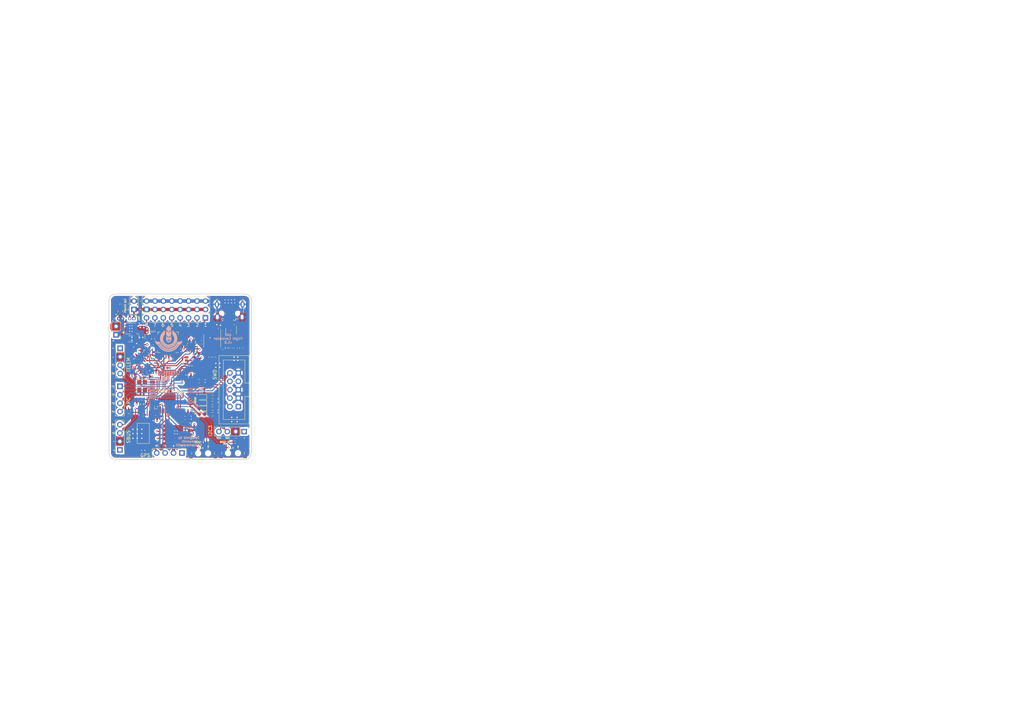
<source format=kicad_pcb>
(kicad_pcb (version 20171130) (host pcbnew "(5.1.9)-1")
  (title_block (title "UAV Flight Controller") (rev v1.0) (company "IIT Bhubaneswar") (comment 1 "Designed by : Yaswanth Chalamalasetti"))
  (layers (0 F.Cu signal) (1 GND power) (2 Vcc power) (31 B.Cu signal) (34 B.Paste user) (35 F.Paste user) (36 B.SilkS user) (37 F.SilkS user) (38 B.Mask user) (39 F.Mask user) (44 Edge.Cuts user))
  (net 0 "")
  (net 1 GND)
  (net 2 +3V3)
  (net 3 VDDA)
  (net 4 "Net-(C9-Pad1)")
  (net 5 VCC)
  (net 6 "Net-(C12-Pad1)")
  (net 7 "Net-(C13-Pad1)")
  (net 8 +5V)
  (net 9 "Net-(C15-Pad1)")
  (net 10 NRST)
  (net 11 OSC_IN)
  (net 12 OSC_OUT)
  (net 13 "Net-(C30-Pad1)")
  (net 14 "Net-(D1-Pad1)")
  (net 15 LED_A)
  (net 16 "Net-(D2-Pad1)")
  (net 17 "Net-(D3-Pad1)")
  (net 18 LED_B)
  (net 19 LED_C)
  (net 20 "Net-(D4-Pad1)")
  (net 21 "Net-(D5-Pad1)")
  (net 22 LED_D)
  (net 23 "Net-(D6-Pad2)")
  (net 24 "Net-(F1-Pad2)")
  (net 25 USART2_TX)
  (net 26 USART2_RX)
  (net 27 I2C3_SDA)
  (net 28 I2C3_SCL)
  (net 29 I2C1_SCL)
  (net 30 I2C1_SDA)
  (net 31 "Net-(IC3-Pad7)")
  (net 32 FLASH_SCLK)
  (net 33 FLASH_MOSI)
  (net 34 FLASH_WP!)
  (net 35 FLASH_MISO)
  (net 36 FLASH_CS!)
  (net 37 UART4_RX)
  (net 38 /UART4_RX_INV)
  (net 39 MAGNET_INT)
  (net 40 "Net-(J1-Pad1)")
  (net 41 "Net-(J2-Pad1)")
  (net 42 "Net-(J2-Pad2)")
  (net 43 "Net-(J2-Pad3)")
  (net 44 "Net-(J2-Pad4)")
  (net 45 "Net-(J2-Pad5)")
  (net 46 "Net-(J2-Pad6)")
  (net 47 "Net-(J2-Pad7)")
  (net 48 "Net-(J2-Pad8)")
  (net 49 BOOT0)
  (net 50 "Net-(R2-Pad2)")
  (net 51 USART3_TX)
  (net 52 "Net-(R3-Pad2)")
  (net 53 "Net-(R4-Pad2)")
  (net 54 USART3_RX)
  (net 55 "Net-(R9-Pad2)")
  (net 56 BOOT1)
  (net 57 TIM2_CH1)
  (net 58 TIM2_CH2)
  (net 59 TIM2_CH3)
  (net 60 TIM2_CH4)
  (net 61 UART4_TX)
  (net 62 SWDIO)
  (net 63 SWDCLK)
  (net 64 USART1_RX)
  (net 65 USART1_TX)
  (net 66 USB_D+)
  (net 67 USB_D-)
  (net 68 USB_OUT_D-)
  (net 69 USB_OUT_D+)
  (net 70 INT_ACC)
  (net 71 INT_GYR)
  (net 72 BARO_INT)
  (module FabDrawingTemplates:FabDrawing-4Layer-Metric (layer F.Cu) (at 153.51 93.98)
    (fp_text reference REF** hide)
    (fp_text value FabDrawing-4Layer hide)
  )
  (module IIT_logo_for_kiCAD:iit_logo_front (layer B.Cu) (at 41.2 114.8 180)
    (fp_text reference G*** hide)
    (fp_text value LOGO hide)
  )
  (module Royal_ICs:BMI008 (layer F.Cu) (at 30.18 122.68 90)
    (fp_text reference U6 (at 0 1.97 90) (layer F.SilkS) (effects (font (size 0.2 0.2) (thickness 0.05))))
    (fp_text value BMI088)
    (pad 16 smd rect (at 0 0 270) (size 0.25 0.675) (layers F.Cu F.Paste F.Mask) (net 70 INT_ACC))
    (pad 15 smd rect (at -1.2625 0.5125 180) (size 0.25 0.675) (layers F.Cu F.Paste F.Mask) (net 2 +3V3))
    (pad 14 smd rect (at -1.2625 1.0125 180) (size 0.25 0.675) (layers F.Cu F.Paste F.Mask) (net 2 +3V3))
    (pad 13 smd rect (at -1.2625 1.5125 180) (size 0.25 0.675) (layers F.Cu F.Paste F.Mask))
    (pad 12 smd rect (at -1.2625 2.0125 180) (size 0.25 0.675) (layers F.Cu F.Paste F.Mask) (net 71 INT_GYR))
    (pad 11 smd rect (at -1.2625 2.5125 180) (size 0.25 0.675) (layers F.Cu F.Paste F.Mask) (net 2 +3V3))
    (pad 10 smd rect (at -1.2625 3.0125 180) (size 0.25 0.675) (layers F.Cu F.Paste F.Mask) (net 2 +3V3))
    (pad 9 smd rect (at -1.2625 3.5125 180) (size 0.25 0.675) (layers F.Cu F.Paste F.Mask) (net 30 I2C1_SDA))
    (pad 8 smd rect (at 0 4.025 90) (size 0.25 0.675) (layers F.Cu F.Paste F.Mask) (net 29 I2C1_SCL))
    (pad 7 smd rect (at 1.2625 3.5125 180) (size 0.25 0.675) (layers F.Cu F.Paste F.Mask) (net 2 +3V3))
    (pad 6 smd rect (at 1.2625 3.0125 180) (size 0.25 0.675) (layers F.Cu F.Paste F.Mask) (net 1 GND))
    (pad 5 smd rect (at 1.2625 2.5125 180) (size 0.25 0.675) (layers F.Cu F.Paste F.Mask))
    (pad 4 smd rect (at 1.2625 2.0125 180) (size 0.25 0.675) (layers F.Cu F.Paste F.Mask) (net 1 GND))
    (pad 3 smd rect (at 1.2625 1.5125 180) (size 0.25 0.675) (layers F.Cu F.Paste F.Mask) (net 2 +3V3))
    (pad 2 smd rect (at 1.2625 1.0125 180) (size 0.25 0.675) (layers F.Cu F.Paste F.Mask))
    (pad 1 smd rect (at 1.2625 0.5125 180) (size 0.25 0.675) (layers F.Cu F.Paste F.Mask))
  )
  (module Royal_ICs:74LVC1G04 (layer F.Cu) (at 29.02 137.62 90)
    (fp_text reference IC4 (at 0.275 -0.2 90) (layer F.SilkS) (effects (font (size 0.1 0.1) (thickness 0.025))))
    (fp_text value 74LVC1G04GX4Z)
    (pad 1 smd rect (at 0.125 0.155 180) (size 0.25 0.28) (layers F.Cu F.Paste F.Mask) (net 38 /UART4_RX_INV))
    (pad 4 smd rect (at 0.525 0.125 270) (size 0.25 0.28) (layers F.Cu F.Paste F.Mask) (net 2 +3V3))
    (pad 3 smd rect (at 0.525 0.525) (size 0.25 0.28) (layers F.Cu F.Paste F.Mask) (net 37 UART4_RX))
    (pad 2 smd rect (at 0.125 0.525 90) (size 0.25 0.28) (layers F.Cu F.Paste F.Mask) (net 1 GND))
  )
  (module Royal_ICs:W25N01GVZEIG_TR (layer F.Cu) (at 47.86 146.17 180)
    (fp_text reference IC3)
    (fp_text value W25N01GVZEIG_TR)
    (pad 9 smd rect (at 4.05 3.05 180) (size 3.45 4.35) (layers F.Cu F.Paste F.Mask) (net 1 GND))
    (pad 8 smd rect (at 7.825 1.115 180) (size 1.058 0.988) (layers F.Cu F.Paste F.Mask) (net 2 +3V3))
    (pad 7 smd rect (at 7.825 2.385 180) (size 1.058 0.988) (layers F.Cu F.Paste F.Mask) (net 31 "Net-(IC3-Pad7)"))
    (pad 6 smd rect (at 7.825 3.655 180) (size 1.058 0.988) (layers F.Cu F.Paste F.Mask) (net 32 FLASH_SCLK))
    (pad 5 smd rect (at 7.825 4.925 180) (size 1.058 0.988) (layers F.Cu F.Paste F.Mask) (net 33 FLASH_MOSI))
    (pad 4 smd rect (at 0.275 4.925 180) (size 1.058 0.988) (layers F.Cu F.Paste F.Mask) (net 1 GND))
    (pad 3 smd rect (at 0.275 3.655 180) (size 1.058 0.988) (layers F.Cu F.Paste F.Mask) (net 34 FLASH_WP!))
    (pad 2 smd rect (at 0.275 2.385 180) (size 1.058 0.988) (layers F.Cu F.Paste F.Mask) (net 35 FLASH_MISO))
    (pad 1 smd rect (at 0.275 1.115 180) (size 1.058 0.988) (layers F.Cu F.Paste F.Mask) (net 36 FLASH_CS!))
  )
  (module "" (layer F.Cu) (at 144.93 65.83)
    (fp_text reference "" (at 154 79.45) (layer F.SilkS) (effects (font (size 1.27 1.27))))
    (fp_text value "" (at 154 79.45) (layer F.SilkS) (effects (font (size 1.27 1.27))))
  )
  (module Connector_USB:USB_Micro-B_Wuerth_629105150521 (layer F.Cu) (at 59.63 106.45 180)
    (fp_text reference USB1)
    (fp_text value USB_B_Micro)
    (pad "" np_thru_hole oval (at 2.5 -0.8 180) (size 0.8 0.8) (drill 0.8) (layers *.Cu *.Mask))
    (pad "" np_thru_hole oval (at -2.5 -0.8 180) (size 0.8 0.8) (drill 0.8) (layers *.Cu *.Mask))
    (pad 6 thru_hole oval (at 3.875 1.95 180) (size 1.15 1.8) (drill oval 0.55 1.2) (layers *.Cu *.Mask) (net 1 GND))
    (pad 6 thru_hole oval (at -3.875 1.95 180) (size 1.15 1.8) (drill oval 0.55 1.2) (layers *.Cu *.Mask) (net 1 GND))
    (pad 6 thru_hole oval (at 3.725 -1.85 180) (size 1.45 2) (drill oval 0.85 1.4) (layers *.Cu *.Mask) (net 1 GND))
    (pad 6 thru_hole oval (at -3.725 -1.85 180) (size 1.45 2) (drill oval 0.85 1.4) (layers *.Cu *.Mask) (net 1 GND))
    (pad 5 smd rect (at 1.3 -1.9 180) (size 0.45 1.3) (layers F.Cu F.Paste F.Mask) (net 1 GND))
    (pad 4 smd rect (at 0.65 -1.9 180) (size 0.45 1.3) (layers F.Cu F.Paste F.Mask))
    (pad 3 smd rect (at 0 -1.9 180) (size 0.45 1.3) (layers F.Cu F.Paste F.Mask) (net 66 USB_D+))
    (pad 2 smd rect (at -0.65 -1.9 180) (size 0.45 1.3) (layers F.Cu F.Paste F.Mask) (net 67 USB_D-))
    (pad 1 smd rect (at -1.3 -1.9 180) (size 0.45 1.3) (layers F.Cu F.Paste F.Mask) (net 8 +5V))
  )
  (module "" (layer F.Cu) (at -9.44 178.69 90)
    (fp_text reference "" (at 61.21 33.87 90) (layer F.SilkS) (effects (font (size 1.27 1.27))))
    (fp_text value "" (at 61.21 33.87 90) (layer F.SilkS) (effects (font (size 1.27 1.27))))
    (fp_text user "2  1" (at 67.98 60.53 180) (layer F.SilkS))
  )
  (module "" (layer F.Cu) (at -9.23 185.99 90)
    (fp_text reference "" (at 61.21 33.87 90) (layer F.SilkS) (effects (font (size 1.27 1.27))))
    (fp_text value "" (at 61.21 33.87 90) (layer F.SilkS) (effects (font (size 1.27 1.27))))
    (fp_text user "5  4  3" (at 75.22 53.88 180) (layer F.SilkS))
  )
  (module "" (layer F.Cu) (at 61.21 33.87)
    (fp_text reference "" (at 125.08 81.77) (layer F.SilkS) (effects (font (size 1.27 1.27))))
    (fp_text value "" (at 125.08 81.77) (layer F.SilkS) (effects (font (size 1.27 1.27))))
  )
  (module Connector_PinHeader_1.27mm:PinHeader_1x02_P1.27mm_Vertical (layer F.Cu) (at 30.71 108.77 270)
    (fp_text reference JP1)
    (fp_text value Jumper)
    (pad 2 thru_hole oval (at 0 1.27 270) (size 1 1) (drill 0.65) (layers *.Cu *.Mask) (net 23 "Net-(D6-Pad2)"))
    (pad 1 thru_hole rect (at 0 0 270) (size 1 1) (drill 0.65) (layers *.Cu *.Mask) (net 40 "Net-(J1-Pad1)"))
  )
  (module Connector_PinHeader_2.54mm:PinHeader_1x02_P2.54mm_Vertical (layer F.Cu) (at 25.33 113.65 180)
    (fp_text reference VIN1)
    (fp_text value Conn_01x02)
    (pad 1 thru_hole rect (at 0 0 180) (size 1.7 1.7) (drill 1) (layers *.Cu *.Mask) (net 5 VCC))
    (pad 2 thru_hole oval (at 0 2.54 180) (size 1.7 1.7) (drill 1) (layers *.Cu *.Mask) (net 1 GND))
  )
  (module Connector_PinHeader_2.54mm:PinHeader_1x08_P2.54mm_Vertical (layer F.Cu) (at 52.28 108.56 270)
    (fp_text reference "8  7  6" (at 2.2 15.27 180) (layer F.SilkS))
    (fp_text value Conn_01x08)
    (pad 8 thru_hole oval (at 0 17.78 270) (size 1.7 1.7) (drill 1) (layers *.Cu *.Mask) (net 48 "Net-(J2-Pad8)"))
    (pad 7 thru_hole oval (at 0 15.24 270) (size 1.7 1.7) (drill 1) (layers *.Cu *.Mask) (net 47 "Net-(J2-Pad7)"))
    (pad 6 thru_hole oval (at 0 12.7 270) (size 1.7 1.7) (drill 1) (layers *.Cu *.Mask) (net 46 "Net-(J2-Pad6)"))
    (pad 5 thru_hole oval (at 0 10.16 270) (size 1.7 1.7) (drill 1) (layers *.Cu *.Mask) (net 45 "Net-(J2-Pad5)"))
    (pad 4 thru_hole oval (at 0 7.62 270) (size 1.7 1.7) (drill 1) (layers *.Cu *.Mask) (net 44 "Net-(J2-Pad4)"))
    (pad 3 thru_hole oval (at 0 5.08 270) (size 1.7 1.7) (drill 1) (layers *.Cu *.Mask) (net 43 "Net-(J2-Pad3)"))
    (pad 2 thru_hole oval (at 0 2.54 270) (size 1.7 1.7) (drill 1) (layers *.Cu *.Mask) (net 42 "Net-(J2-Pad2)"))
    (pad 1 thru_hole rect (at 0 0 270) (size 1.7 1.7) (drill 1) (layers *.Cu *.Mask) (net 41 "Net-(J2-Pad1)"))
  )
  (module Resistor_SMD:R_0402_1005Metric (layer F.Cu) (at 40.28 123.65)
    (fp_text reference R16)
    (fp_text value 2.2k)
    (pad 2 smd roundrect (at 0.51 0) (size 0.54 0.64) (layers F.Cu F.Paste F.Mask) (net 2 +3V3))
    (pad 1 smd roundrect (at -0.51 0) (size 0.54 0.64) (layers F.Cu F.Paste F.Mask) (net 29 I2C1_SCL))
  )
  (module Resistor_SMD:R_0402_1005Metric (layer F.Cu) (at 38.03 123.05 90)
    (fp_text reference R15)
    (fp_text value 2.2k)
    (pad 2 smd roundrect (at 0.51 0 90) (size 0.54 0.64) (layers F.Cu F.Paste F.Mask) (net 2 +3V3))
    (pad 1 smd roundrect (at -0.51 0 90) (size 0.54 0.64) (layers F.Cu F.Paste F.Mask) (net 30 I2C1_SDA))
  )
  (module Resistor_SMD:R_0402_1005Metric (layer F.Cu) (at 49.93 130.1 270)
    (fp_text reference R14)
    (fp_text value 2.2k)
    (pad 2 smd roundrect (at 0.51 0 270) (size 0.54 0.64) (layers F.Cu F.Paste F.Mask) (net 2 +3V3))
    (pad 1 smd roundrect (at -0.51 0 270) (size 0.54 0.64) (layers F.Cu F.Paste F.Mask) (net 28 I2C3_SCL))
  )
  (module Resistor_SMD:R_0402_1005Metric (layer F.Cu) (at 51.95 130.63 90)
    (fp_text reference R13)
    (fp_text value 2.2k)
    (pad 2 smd roundrect (at 0.51 0 90) (size 0.54 0.64) (layers F.Cu F.Paste F.Mask) (net 2 +3V3))
    (pad 1 smd roundrect (at -0.51 0 90) (size 0.54 0.64) (layers F.Cu F.Paste F.Mask) (net 27 I2C3_SDA))
  )
  (module Resistor_SMD:R_0402_1005Metric (layer F.Cu) (at 54.98 120.45 90)
    (fp_text reference R4)
    (fp_text value 22)
    (pad 2 smd roundrect (at 0.51 0 90) (size 0.54 0.64) (layers F.Cu F.Paste F.Mask) (net 53 "Net-(R4-Pad2)"))
    (pad 1 smd roundrect (at -0.51 0 90) (size 0.54 0.64) (layers F.Cu F.Paste F.Mask) (net 51 USART3_TX))
  )
  (module Resistor_SMD:R_0402_1005Metric (layer F.Cu) (at 53.68 120.45 90)
    (fp_text reference R3)
    (fp_text value 22)
    (pad 2 smd roundrect (at 0.51 0 90) (size 0.54 0.64) (layers F.Cu F.Paste F.Mask) (net 52 "Net-(R3-Pad2)"))
    (pad 1 smd roundrect (at -0.51 0 90) (size 0.54 0.64) (layers F.Cu F.Paste F.Mask) (net 54 USART3_RX))
  )
  (module Capacitor_SMD:C_0402_1005Metric (layer F.Cu) (at 33.43 125.05)
    (fp_text reference C24)
    (fp_text value 100nF)
    (pad 2 smd roundrect (at 0.48 0) (size 0.56 0.62) (layers F.Cu F.Paste F.Mask) (net 1 GND))
    (pad 1 smd roundrect (at -0.48 0) (size 0.56 0.62) (layers F.Cu F.Paste F.Mask) (net 2 +3V3))
  )
  (module Button_Switch_SMD:SW_SPST_CK_RS282G05A3 (layer F.Cu) (at 33.53 143.45 270)
    (fp_text reference S3)
    (fp_text value SW_Push)
    (pad 2 smd rect (at 3.9 0 270) (size 1.5 1.5) (layers F.Cu F.Paste F.Mask) (net 1 GND))
    (pad 1 smd rect (at -3.9 0 270) (size 1.5 1.5) (layers F.Cu F.Paste F.Mask) (net 10 NRST))
  )
  (module Package_QFP:LQFP-64_10x10mm_P0.5mm (layer F.Cu) (at 42.01 130.96)
    (fp_text reference U3)
    (fp_text value STM32F405RGTx)
    (pad 1 smd roundrect (at -5.675 -3.75) (size 1.55 0.3) (layers F.Cu F.Paste F.Mask) (net 2 +3V3))
    (pad 2 smd roundrect (at -5.675 -3.25) (size 1.55 0.3) (layers F.Cu F.Paste F.Mask))
    (pad 3 smd roundrect (at -5.675 -2.75) (size 1.55 0.3) (layers F.Cu F.Paste F.Mask))
    (pad 4 smd roundrect (at -5.675 -2.25) (size 1.55 0.3) (layers F.Cu F.Paste F.Mask))
    (pad 5 smd roundrect (at -5.675 -1.75) (size 1.55 0.3) (layers F.Cu F.Paste F.Mask) (net 11 OSC_IN))
    (pad 6 smd roundrect (at -5.675 -1.25) (size 1.55 0.3) (layers F.Cu F.Paste F.Mask) (net 12 OSC_OUT))
    (pad 7 smd roundrect (at -5.675 -0.75) (size 1.55 0.3) (layers F.Cu F.Paste F.Mask) (net 10 NRST))
    (pad 8 smd roundrect (at -5.675 -0.25) (size 1.55 0.3) (layers F.Cu F.Paste F.Mask) (net 70 INT_ACC))
    (pad 9 smd roundrect (at -5.675 0.25) (size 1.55 0.3) (layers F.Cu F.Paste F.Mask) (net 71 INT_GYR))
    (pad 10 smd roundrect (at -5.675 0.75) (size 1.55 0.3) (layers F.Cu F.Paste F.Mask) (net 39 MAGNET_INT))
    (pad 11 smd roundrect (at -5.675 1.25) (size 1.55 0.3) (layers F.Cu F.Paste F.Mask) (net 72 BARO_INT))
    (pad 12 smd roundrect (at -5.675 1.75) (size 1.55 0.3) (layers F.Cu F.Paste F.Mask) (net 1 GND))
    (pad 13 smd roundrect (at -5.675 2.25) (size 1.55 0.3) (layers F.Cu F.Paste F.Mask) (net 3 VDDA))
    (pad 14 smd roundrect (at -5.675 2.75) (size 1.55 0.3) (layers F.Cu F.Paste F.Mask) (net 61 UART4_TX))
    (pad 15 smd roundrect (at -5.675 3.25) (size 1.55 0.3) (layers F.Cu F.Paste F.Mask) (net 37 UART4_RX))
    (pad 16 smd roundrect (at -5.675 3.75) (size 1.55 0.3) (layers F.Cu F.Paste F.Mask) (net 25 USART2_TX))
    (pad 17 smd roundrect (at -3.75 5.675) (size 0.3 1.55) (layers F.Cu F.Paste F.Mask) (net 26 USART2_RX))
    (pad 18 smd roundrect (at -3.25 5.675) (size 0.3 1.55) (layers F.Cu F.Paste F.Mask) (net 1 GND))
    (pad 19 smd roundrect (at -2.75 5.675) (size 0.3 1.55) (layers F.Cu F.Paste F.Mask) (net 2 +3V3))
    (pad 20 smd roundrect (at -2.25 5.675) (size 0.3 1.55) (layers F.Cu F.Paste F.Mask))
    (pad 21 smd roundrect (at -1.75 5.675) (size 0.3 1.55) (layers F.Cu F.Paste F.Mask) (net 32 FLASH_SCLK))
    (pad 22 smd roundrect (at -1.25 5.675) (size 0.3 1.55) (layers F.Cu F.Paste F.Mask) (net 35 FLASH_MISO))
    (pad 23 smd roundrect (at -0.75 5.675) (size 0.3 1.55) (layers F.Cu F.Paste F.Mask) (net 33 FLASH_MOSI))
    (pad 24 smd roundrect (at -0.25 5.675) (size 0.3 1.55) (layers F.Cu F.Paste F.Mask) (net 36 FLASH_CS!))
    (pad 25 smd roundrect (at 0.25 5.675) (size 0.3 1.55) (layers F.Cu F.Paste F.Mask) (net 34 FLASH_WP!))
    (pad 26 smd roundrect (at 0.75 5.675) (size 0.3 1.55) (layers F.Cu F.Paste F.Mask))
    (pad 27 smd roundrect (at 1.25 5.675) (size 0.3 1.55) (layers F.Cu F.Paste F.Mask))
    (pad 28 smd roundrect (at 1.75 5.675) (size 0.3 1.55) (layers F.Cu F.Paste F.Mask) (net 56 BOOT1))
    (pad 29 smd roundrect (at 2.25 5.675) (size 0.3 1.55) (layers F.Cu F.Paste F.Mask) (net 59 TIM2_CH3))
    (pad 30 smd roundrect (at 2.75 5.675) (size 0.3 1.55) (layers F.Cu F.Paste F.Mask) (net 60 TIM2_CH4))
    (pad 31 smd roundrect (at 3.25 5.675) (size 0.3 1.55) (layers F.Cu F.Paste F.Mask) (net 6 "Net-(C12-Pad1)"))
    (pad 32 smd roundrect (at 3.75 5.675) (size 0.3 1.55) (layers F.Cu F.Paste F.Mask) (net 2 +3V3))
    (pad 33 smd roundrect (at 5.675 3.75) (size 1.55 0.3) (layers F.Cu F.Paste F.Mask) (net 15 LED_A))
    (pad 34 smd roundrect (at 5.675 3.25) (size 1.55 0.3) (layers F.Cu F.Paste F.Mask) (net 18 LED_B))
    (pad 35 smd roundrect (at 5.675 2.75) (size 1.55 0.3) (layers F.Cu F.Paste F.Mask) (net 19 LED_C))
    (pad 36 smd roundrect (at 5.675 2.25) (size 1.55 0.3) (layers F.Cu F.Paste F.Mask) (net 22 LED_D))
    (pad 37 smd roundrect (at 5.675 1.75) (size 1.55 0.3) (layers F.Cu F.Paste F.Mask))
    (pad 38 smd roundrect (at 5.675 1.25) (size 1.55 0.3) (layers F.Cu F.Paste F.Mask))
    (pad 39 smd roundrect (at 5.675 0.75) (size 1.55 0.3) (layers F.Cu F.Paste F.Mask))
    (pad 40 smd roundrect (at 5.675 0.25) (size 1.55 0.3) (layers F.Cu F.Paste F.Mask) (net 27 I2C3_SDA))
    (pad 41 smd roundrect (at 5.675 -0.25) (size 1.55 0.3) (layers F.Cu F.Paste F.Mask) (net 28 I2C3_SCL))
    (pad 42 smd roundrect (at 5.675 -0.75) (size 1.55 0.3) (layers F.Cu F.Paste F.Mask))
    (pad 43 smd roundrect (at 5.675 -1.25) (size 1.55 0.3) (layers F.Cu F.Paste F.Mask))
    (pad 44 smd roundrect (at 5.675 -1.75) (size 1.55 0.3) (layers F.Cu F.Paste F.Mask))
    (pad 45 smd roundrect (at 5.675 -2.25) (size 1.55 0.3) (layers F.Cu F.Paste F.Mask))
    (pad 46 smd roundrect (at 5.675 -2.75) (size 1.55 0.3) (layers F.Cu F.Paste F.Mask) (net 62 SWDIO))
    (pad 47 smd roundrect (at 5.675 -3.25) (size 1.55 0.3) (layers F.Cu F.Paste F.Mask) (net 7 "Net-(C13-Pad1)"))
    (pad 48 smd roundrect (at 5.675 -3.75) (size 1.55 0.3) (layers F.Cu F.Paste F.Mask) (net 2 +3V3))
    (pad 49 smd roundrect (at 3.75 -5.675) (size 0.3 1.55) (layers F.Cu F.Paste F.Mask) (net 63 SWDCLK))
    (pad 50 smd roundrect (at 3.25 -5.675) (size 0.3 1.55) (layers F.Cu F.Paste F.Mask) (net 57 TIM2_CH1))
    (pad 51 smd roundrect (at 2.75 -5.675) (size 0.3 1.55) (layers F.Cu F.Paste F.Mask) (net 51 USART3_TX))
    (pad 52 smd roundrect (at 2.25 -5.675) (size 0.3 1.55) (layers F.Cu F.Paste F.Mask) (net 54 USART3_RX))
    (pad 53 smd roundrect (at 1.75 -5.675) (size 0.3 1.55) (layers F.Cu F.Paste F.Mask))
    (pad 54 smd roundrect (at 1.25 -5.675) (size 0.3 1.55) (layers F.Cu F.Paste F.Mask))
    (pad 55 smd roundrect (at 0.75 -5.675) (size 0.3 1.55) (layers F.Cu F.Paste F.Mask) (net 58 TIM2_CH2))
    (pad 56 smd roundrect (at 0.25 -5.675) (size 0.3 1.55) (layers F.Cu F.Paste F.Mask))
    (pad 57 smd roundrect (at -0.25 -5.675) (size 0.3 1.55) (layers F.Cu F.Paste F.Mask))
    (pad 58 smd roundrect (at -0.75 -5.675) (size 0.3 1.55) (layers F.Cu F.Paste F.Mask) (net 65 USART1_TX))
    (pad 59 smd roundrect (at -1.25 -5.675) (size 0.3 1.55) (layers F.Cu F.Paste F.Mask) (net 64 USART1_RX))
    (pad 60 smd roundrect (at -1.75 -5.675) (size 0.3 1.55) (layers F.Cu F.Paste F.Mask) (net 49 BOOT0))
    (pad 61 smd roundrect (at -2.25 -5.675) (size 0.3 1.55) (layers F.Cu F.Paste F.Mask) (net 29 I2C1_SCL))
    (pad 62 smd roundrect (at -2.75 -5.675) (size 0.3 1.55) (layers F.Cu F.Paste F.Mask) (net 30 I2C1_SDA))
    (pad 63 smd roundrect (at -3.25 -5.675) (size 0.3 1.55) (layers F.Cu F.Paste F.Mask) (net 1 GND))
    (pad 64 smd roundrect (at -3.75 -5.675) (size 0.3 1.55) (layers F.Cu F.Paste F.Mask) (net 2 +3V3))
  )
  (module Inductor_SMD:L_0603_1608Metric (layer F.Cu) (at 61.43 117.7 270)
    (fp_text reference J2)
    (fp_text value Ferrite_Bead)
    (pad 2 smd roundrect (at 0.7875 0 270) (size 0.875 0.95) (layers F.Cu F.Paste F.Mask) (net 24 "Net-(F1-Pad2)"))
    (pad 1 smd roundrect (at -0.7875 0 270) (size 0.875 0.95) (layers F.Cu F.Paste F.Mask) (net 4 "Net-(C9-Pad1)"))
  )
  (module Fuse:Fuse_0603_1608Metric (layer F.Cu) (at 63.08 117.7 270)
    (fp_text reference F1)
    (fp_text value Fuse_Small)
    (pad 2 smd roundrect (at 0.7875 0 270) (size 0.875 0.95) (layers F.Cu F.Paste F.Mask) (net 24 "Net-(F1-Pad2)"))
    (pad 1 smd roundrect (at -0.7875 0 270) (size 0.875 0.95) (layers F.Cu F.Paste F.Mask) (net 8 +5V))
  )
  (module Capacitor_SMD:C_0402_1005Metric (layer F.Cu) (at 35.48 125.7 90)
    (fp_text reference C1)
    (fp_text value 100nF)
    (pad 2 smd roundrect (at 0.48 0 90) (size 0.56 0.62) (layers F.Cu F.Paste F.Mask) (net 1 GND))
    (pad 1 smd roundrect (at -0.48 0 90) (size 0.56 0.62) (layers F.Cu F.Paste F.Mask) (net 2 +3V3))
  )
  (module Capacitor_SMD:C_0603_1608Metric (layer F.Cu) (at 37.23 138.55 180)
    (fp_text reference C2)
    (fp_text value 4.7uF)
    (pad 1 smd roundrect (at -0.775 0 180) (size 0.9 0.95) (layers F.Cu F.Paste F.Mask) (net 2 +3V3))
    (pad 2 smd roundrect (at 0.775 0 180) (size 0.9 0.95) (layers F.Cu F.Paste F.Mask) (net 1 GND))
  )
  (module Capacitor_SMD:C_0402_1005Metric (layer F.Cu) (at 39.33 138.75 270)
    (fp_text reference C3)
    (fp_text value 100nF)
    (pad 1 smd roundrect (at -0.48 0 270) (size 0.56 0.62) (layers F.Cu F.Paste F.Mask) (net 2 +3V3))
    (pad 2 smd roundrect (at 0.48 0 270) (size 0.56 0.62) (layers F.Cu F.Paste F.Mask) (net 1 GND))
  )
  (module Capacitor_SMD:C_0402_1005Metric (layer F.Cu) (at 47.43 137.35)
    (fp_text reference C4)
    (fp_text value 100nF)
    (pad 1 smd roundrect (at -0.48 0) (size 0.56 0.62) (layers F.Cu F.Paste F.Mask) (net 2 +3V3))
    (pad 2 smd roundrect (at 0.48 0) (size 0.56 0.62) (layers F.Cu F.Paste F.Mask) (net 1 GND))
  )
  (module Capacitor_SMD:C_0402_1005Metric (layer F.Cu) (at 48.34 126.23)
    (fp_text reference C5)
    (fp_text value 100nF)
    (pad 2 smd roundrect (at 0.48 0) (size 0.56 0.62) (layers F.Cu F.Paste F.Mask) (net 1 GND))
    (pad 1 smd roundrect (at -0.48 0) (size 0.56 0.62) (layers F.Cu F.Paste F.Mask) (net 2 +3V3))
  )
  (module Capacitor_SMD:C_0402_1005Metric (layer F.Cu) (at 36.9 124.42 180)
    (fp_text reference C6)
    (fp_text value 100nF)
    (pad 1 smd roundrect (at -0.48 0 180) (size 0.56 0.62) (layers F.Cu F.Paste F.Mask) (net 2 +3V3))
    (pad 2 smd roundrect (at 0.48 0 180) (size 0.56 0.62) (layers F.Cu F.Paste F.Mask) (net 1 GND))
  )
  (module Capacitor_SMD:C_0402_1005Metric (layer F.Cu) (at 33.65 133.41 270)
    (fp_text reference C8)
    (fp_text value 100nF)
    (pad 2 smd roundrect (at 0.48 0 270) (size 0.56 0.62) (layers F.Cu F.Paste F.Mask) (net 1 GND))
    (pad 1 smd roundrect (at -0.48 0 270) (size 0.56 0.62) (layers F.Cu F.Paste F.Mask) (net 3 VDDA))
  )
  (module Capacitor_SMD:C_0402_1005Metric (layer F.Cu) (at 59.98 117.65 270)
    (fp_text reference C9)
    (fp_text value 100nF)
    (pad 1 smd roundrect (at -0.48 0 270) (size 0.56 0.62) (layers F.Cu F.Paste F.Mask) (net 4 "Net-(C9-Pad1)"))
    (pad 2 smd roundrect (at 0.48 0 270) (size 0.56 0.62) (layers F.Cu F.Paste F.Mask) (net 1 GND))
  )
  (module Capacitor_SMD:C_1206_3216Metric (layer F.Cu) (at 33.13 114.15 270)
    (fp_text reference C10)
    (fp_text value 10uF)
    (pad 1 smd roundrect (at -1.475 0 270) (size 1.15 1.8) (layers F.Cu F.Paste F.Mask) (roundrect_rratio 0.2173904347826087) (net 2 +3V3))
    (pad 2 smd roundrect (at 1.475 0 270) (size 1.15 1.8) (layers F.Cu F.Paste F.Mask) (roundrect_rratio 0.2173904347826087) (net 1 GND))
  )
  (module Capacitor_SMD:C_1206_3216Metric (layer F.Cu) (at 29.79 114.88)
    (fp_text reference C11)
    (fp_text value 10uF)
    (pad 2 smd roundrect (at 1.475 0) (size 1.15 1.8) (layers F.Cu F.Paste F.Mask) (roundrect_rratio 0.2173904347826087) (net 1 GND))
    (pad 1 smd roundrect (at -1.475 0) (size 1.15 1.8) (layers F.Cu F.Paste F.Mask) (roundrect_rratio 0.2173904347826087) (net 5 VCC))
  )
  (module Capacitor_SMD:C_0603_1608Metric (layer F.Cu) (at 46.13 138.75)
    (fp_text reference C12)
    (fp_text value 2.2uF)
    (pad 1 smd roundrect (at -0.775 0) (size 0.9 0.95) (layers F.Cu F.Paste F.Mask) (net 6 "Net-(C12-Pad1)"))
    (pad 2 smd roundrect (at 0.775 0) (size 0.9 0.95) (layers F.Cu F.Paste F.Mask) (net 1 GND))
  )
  (module Capacitor_SMD:C_0603_1608Metric (layer F.Cu) (at 50.38 127.65)
    (fp_text reference C13)
    (fp_text value 2.2uF)
    (pad 2 smd roundrect (at 0.775 0) (size 0.9 0.95) (layers F.Cu F.Paste F.Mask) (net 1 GND))
    (pad 1 smd roundrect (at -0.775 0) (size 0.9 0.95) (layers F.Cu F.Paste F.Mask) (net 7 "Net-(C13-Pad1)"))
  )
  (module Capacitor_SMD:C_0402_1005Metric (layer F.Cu) (at 51.03 116.45 90)
    (fp_text reference C14)
    (fp_text value 100nF)
    (pad 2 smd roundrect (at 0.48 0 90) (size 0.56 0.62) (layers F.Cu F.Paste F.Mask) (net 1 GND))
    (pad 1 smd roundrect (at -0.48 0 90) (size 0.56 0.62) (layers F.Cu F.Paste F.Mask) (net 8 +5V))
  )
  (module Capacitor_SMD:C_0402_1005Metric (layer F.Cu) (at 57.53 118.05 90)
    (fp_text reference C15)
    (fp_text value 100nF)
    (pad 1 smd roundrect (at -0.48 0 90) (size 0.56 0.62) (layers F.Cu F.Paste F.Mask) (net 9 "Net-(C15-Pad1)"))
    (pad 2 smd roundrect (at 0.48 0 90) (size 0.56 0.62) (layers F.Cu F.Paste F.Mask) (net 1 GND))
  )
  (module Capacitor_SMD:C_0402_1005Metric (layer F.Cu) (at 50.23 120.45 90)
    (fp_text reference C16)
    (fp_text value 100nF)
    (pad 2 smd roundrect (at 0.48 0 90) (size 0.56 0.62) (layers F.Cu F.Paste F.Mask) (net 1 GND))
    (pad 1 smd roundrect (at -0.48 0 90) (size 0.56 0.62) (layers F.Cu F.Paste F.Mask) (net 2 +3V3))
  )
  (module Capacitor_SMD:C_0402_1005Metric (layer F.Cu) (at 38.43 145.45 270)
    (fp_text reference C17)
    (fp_text value 100nF)
    (pad 1 smd roundrect (at -0.48 0 270) (size 0.56 0.62) (layers F.Cu F.Paste F.Mask) (net 2 +3V3))
    (pad 2 smd roundrect (at 0.48 0 270) (size 0.56 0.62) (layers F.Cu F.Paste F.Mask) (net 1 GND))
  )
  (module Capacitor_SMD:C_0402_1005Metric (layer F.Cu) (at 33.43 137.85 180)
    (fp_text reference C18)
    (fp_text value 100nF)
    (pad 1 smd roundrect (at -0.48 0 180) (size 0.56 0.62) (layers F.Cu F.Paste F.Mask) (net 10 NRST))
    (pad 2 smd roundrect (at 0.48 0 180) (size 0.56 0.62) (layers F.Cu F.Paste F.Mask) (net 1 GND))
  )
  (module Capacitor_SMD:C_0402_1005Metric (layer F.Cu) (at 33.18 126.48)
    (fp_text reference C19)
    (fp_text value 18pF)
    (pad 2 smd roundrect (at 0.48 0) (size 0.56 0.62) (layers F.Cu F.Paste F.Mask) (net 1 GND))
    (pad 1 smd roundrect (at -0.48 0) (size 0.56 0.62) (layers F.Cu F.Paste F.Mask) (net 11 OSC_IN))
  )
  (module Capacitor_SMD:C_0402_1005Metric (layer F.Cu) (at 33.18 131.88 180)
    (fp_text reference C20)
    (fp_text value 18pF)
    (pad 2 smd roundrect (at 0.48 0 180) (size 0.56 0.62) (layers F.Cu F.Paste F.Mask) (net 1 GND))
    (pad 1 smd roundrect (at -0.48 0 180) (size 0.56 0.62) (layers F.Cu F.Paste F.Mask) (net 12 OSC_OUT))
  )
  (module Capacitor_SMD:C_0402_1005Metric (layer F.Cu) (at 45.73 117.35 180)
    (fp_text reference C21)
    (fp_text value 100nF)
    (pad 1 smd roundrect (at -0.48 0 180) (size 0.56 0.62) (layers F.Cu F.Paste F.Mask) (net 2 +3V3))
    (pad 2 smd roundrect (at 0.48 0 180) (size 0.56 0.62) (layers F.Cu F.Paste F.Mask) (net 1 GND))
  )
  (module Capacitor_SMD:C_0402_1005Metric (layer F.Cu) (at 48.025 115.595)
    (fp_text reference C22)
    (fp_text value 100nF)
    (pad 2 smd roundrect (at 0.48 0) (size 0.56 0.62) (layers F.Cu F.Paste F.Mask) (net 1 GND))
    (pad 1 smd roundrect (at -0.48 0) (size 0.56 0.62) (layers F.Cu F.Paste F.Mask) (net 2 +3V3))
  )
  (module Capacitor_SMD:C_0402_1005Metric (layer F.Cu) (at 41.69 120.15)
    (fp_text reference C23)
    (fp_text value 100nF)
    (pad 1 smd roundrect (at -0.48 0) (size 0.56 0.62) (layers F.Cu F.Paste F.Mask) (net 2 +3V3))
    (pad 2 smd roundrect (at 0.48 0) (size 0.56 0.62) (layers F.Cu F.Paste F.Mask) (net 1 GND))
  )
  (module Capacitor_SMD:C_0402_1005Metric (layer F.Cu) (at 31.18 120.3 180)
    (fp_text reference C25)
    (fp_text value 100nF)
    (pad 2 smd roundrect (at 0.48 0 180) (size 0.56 0.62) (layers F.Cu F.Paste F.Mask) (net 1 GND))
    (pad 1 smd roundrect (at -0.48 0 180) (size 0.56 0.62) (layers F.Cu F.Paste F.Mask) (net 2 +3V3))
  )
  (module Capacitor_SMD:C_0402_1005Metric (layer F.Cu) (at 29.66 136.24)
    (fp_text reference C26)
    (fp_text value 100nF)
    (pad 2 smd roundrect (at 0.48 0) (size 0.56 0.62) (layers F.Cu F.Paste F.Mask) (net 1 GND))
    (pad 1 smd roundrect (at -0.48 0) (size 0.56 0.62) (layers F.Cu F.Paste F.Mask) (net 2 +3V3))
  )
  (module Capacitor_SMD:C_0603_1608Metric (layer F.Cu) (at 32.48 117.35 180)
    (fp_text reference C27)
    (fp_text value 10uF)
    (pad 2 smd roundrect (at 0.775 0 180) (size 0.9 0.95) (layers F.Cu F.Paste F.Mask) (net 1 GND))
    (pad 1 smd roundrect (at -0.775 0 180) (size 0.9 0.95) (layers F.Cu F.Paste F.Mask) (net 2 +3V3))
  )
  (module Capacitor_SMD:C_0402_1005Metric (layer F.Cu) (at 34.93 117.65)
    (fp_text reference C28)
    (fp_text value 100nF)
    (pad 1 smd roundrect (at -0.48 0) (size 0.56 0.62) (layers F.Cu F.Paste F.Mask) (net 2 +3V3))
    (pad 2 smd roundrect (at 0.48 0) (size 0.56 0.62) (layers F.Cu F.Paste F.Mask) (net 1 GND))
  )
  (module Capacitor_SMD:C_0402_1005Metric (layer F.Cu) (at 32.98 119.05 270)
    (fp_text reference C29)
    (fp_text value 100nF)
    (pad 2 smd roundrect (at 0.48 0 270) (size 0.56 0.62) (layers F.Cu F.Paste F.Mask) (net 1 GND))
    (pad 1 smd roundrect (at -0.48 0 270) (size 0.56 0.62) (layers F.Cu F.Paste F.Mask) (net 2 +3V3))
  )
  (module Capacitor_SMD:C_0402_1005Metric (layer F.Cu) (at 36.53 119.4 90)
    (fp_text reference C30)
    (fp_text value 220nF)
    (pad 1 smd roundrect (at -0.48 0 90) (size 0.56 0.62) (layers F.Cu F.Paste F.Mask) (net 13 "Net-(C30-Pad1)"))
    (pad 2 smd roundrect (at 0.48 0 90) (size 0.56 0.62) (layers F.Cu F.Paste F.Mask) (net 1 GND))
  )
  (module Fuse:Fuse_0402_1005Metric (layer F.Cu) (at 35.03 114.45 90)
    (fp_text reference D1)
    (fp_text value YE)
    (pad 1 smd roundrect (at -0.485 0 90) (size 0.59 0.64) (layers F.Cu F.Paste F.Mask) (net 14 "Net-(D1-Pad1)"))
    (pad 2 smd roundrect (at 0.485 0 90) (size 0.59 0.64) (layers F.Cu F.Paste F.Mask) (net 2 +3V3))
  )
  (module Fuse:Fuse_0805_2012Metric (layer F.Cu) (at 26.63 106.55 90)
    (fp_text reference D6)
    (fp_text value D_Schottky)
    (pad 2 smd roundrect (at 0.9375 0 90) (size 0.975 1.4) (layers F.Cu F.Paste F.Mask) (net 23 "Net-(D6-Pad2)"))
    (pad 1 smd roundrect (at -0.9375 0 90) (size 0.975 1.4) (layers F.Cu F.Paste F.Mask) (net 5 VCC))
  )
  (module Inductor_SMD:L_0402_1005Metric (layer F.Cu) (at 31.57 133.41 270)
    (fp_text reference FB1)
    (fp_text value Ferrite_Bead)
    (pad 1 smd roundrect (at -0.485 0 270) (size 0.59 0.64) (layers F.Cu F.Paste F.Mask) (net 3 VDDA))
    (pad 2 smd roundrect (at 0.485 0 270) (size 0.59 0.64) (layers F.Cu F.Paste F.Mask) (net 2 +3V3))
  )
  (module Connector_PinHeader_2.54mm:PinHeader_1x04_P2.54mm_Vertical (layer F.Cu) (at 45.21 149.35 270)
    (fp_text reference GPS (at 0.69 11.07 180) (layer F.SilkS))
    (fp_text value Conn_01x04)
    (pad 1 thru_hole rect (at 0 0 270) (size 1.7 1.7) (drill 1) (layers *.Cu *.Mask) (net 2 +3V3))
    (pad 2 thru_hole oval (at 0 2.54 270) (size 1.7 1.7) (drill 1) (layers *.Cu *.Mask) (net 1 GND))
    (pad 3 thru_hole oval (at 0 5.08 270) (size 1.7 1.7) (drill 1) (layers *.Cu *.Mask) (net 25 USART2_TX))
    (pad 4 thru_hole oval (at 0 7.62 270) (size 1.7 1.7) (drill 1) (layers *.Cu *.Mask) (net 26 USART2_RX))
  )
  (module Connector_PinHeader_2.54mm:PinHeader_1x04_P2.54mm_Vertical (layer F.Cu) (at 63.98 142.88 270)
    (fp_text reference I2C3 (at -0.21 10.22 90) (layer F.SilkS))
    (fp_text value Conn_01x04)
    (pad 1 thru_hole rect (at 0 0 270) (size 1.7 1.7) (drill 1) (layers *.Cu *.Mask) (net 2 +3V3))
    (pad 2 thru_hole oval (at 0 2.54 270) (size 1.7 1.7) (drill 1) (layers *.Cu *.Mask) (net 1 GND))
    (pad 3 thru_hole oval (at 0 5.08 270) (size 1.7 1.7) (drill 1) (layers *.Cu *.Mask) (net 28 I2C3_SCL))
    (pad 4 thru_hole oval (at 0 7.62 270) (size 1.7 1.7) (drill 1) (layers *.Cu *.Mask) (net 27 I2C3_SDA))
  )
  (module Package_DFN_QFN:DFN-6-1EP_3x3mm_P1mm_EP1.5x2.4mm (layer F.Cu) (at 29.79 111.78 180)
    (fp_text reference IC1)
    (fp_text value LD39200PU33R)
    (pad 1 smd roundrect (at -1.45 -1 180) (size 0.8 0.4) (layers F.Cu F.Paste F.Mask) (net 2 +3V3))
    (pad 2 smd roundrect (at -1.45 0 180) (size 0.8 0.4) (layers F.Cu F.Paste F.Mask) (net 2 +3V3))
    (pad 3 smd roundrect (at -1.45 1 180) (size 0.8 0.4) (layers F.Cu F.Paste F.Mask) (net 1 GND))
    (pad 4 smd roundrect (at 1.45 1 180) (size 0.8 0.4) (layers F.Cu F.Paste F.Mask))
    (pad 5 smd roundrect (at 1.45 0 180) (size 0.8 0.4) (layers F.Cu F.Paste F.Mask) (net 5 VCC))
    (pad 6 smd roundrect (at 1.45 -1 180) (size 0.8 0.4) (layers F.Cu F.Paste F.Mask) (net 5 VCC))
    (pad 7 smd rect (at 0 0 180) (size 1.5 2.4) (layers F.Cu F.Mask) (net 1 GND))
  )
  (module Package_TO_SOT_SMD:SOT-23-5 (layer F.Cu) (at 47.725 121.435)
    (fp_text reference IC2)
    (fp_text value 24CW1280T-I_OT)
    (pad 1 smd rect (at -1.1 -0.95) (size 1.06 0.65) (layers F.Cu F.Paste F.Mask) (net 29 I2C1_SCL))
    (pad 2 smd rect (at -1.1 0) (size 1.06 0.65) (layers F.Cu F.Paste F.Mask) (net 1 GND))
    (pad 3 smd rect (at -1.1 0.95) (size 1.06 0.65) (layers F.Cu F.Paste F.Mask) (net 30 I2C1_SDA))
    (pad 4 smd rect (at 1.1 0.95) (size 1.06 0.65) (layers F.Cu F.Paste F.Mask) (net 2 +3V3))
    (pad 5 smd rect (at 1.1 -0.95) (size 1.06 0.65) (layers F.Cu F.Paste F.Mask))
  )
  (module Package_LGA:LGA-12_2x2mm_P0.5mm (layer F.Cu) (at 34.77 119.41 90)
    (fp_text reference IC5)
    (fp_text value IIS2MDCTR)
    (pad 2 smd rect (at -0.7625 -0.25 90) (size 0.375 0.35) (layers F.Cu F.Paste F.Mask))
    (pad 3 smd rect (at -0.7625 0.25 90) (size 0.375 0.35) (layers F.Cu F.Paste F.Mask) (net 2 +3V3))
    (pad 9 smd rect (at 0.7625 -0.25 90) (size 0.375 0.35) (layers F.Cu F.Paste F.Mask) (net 2 +3V3))
    (pad 8 smd rect (at 0.7625 0.25 90) (size 0.375 0.35) (layers F.Cu F.Paste F.Mask) (net 1 GND))
    (pad 4 smd rect (at -0.7625 0.75 90) (size 0.375 0.35) (layers F.Cu F.Paste F.Mask) (net 30 I2C1_SDA))
    (pad 7 smd rect (at 0.7625 0.75 90) (size 0.375 0.35) (layers F.Cu F.Paste F.Mask) (net 39 MAGNET_INT))
    (pad 1 smd rect (at -0.7625 -0.75 90) (size 0.375 0.35) (layers F.Cu F.Paste F.Mask) (net 29 I2C1_SCL))
    (pad 10 smd rect (at 0.7625 -0.75 90) (size 0.375 0.35) (layers F.Cu F.Paste F.Mask) (net 2 +3V3))
    (pad 5 smd rect (at -0.25 0.7625 180) (size 0.375 0.35) (layers F.Cu F.Paste F.Mask) (net 13 "Net-(C30-Pad1)"))
    (pad 6 smd rect (at 0.25 0.7625 180) (size 0.375 0.35) (layers F.Cu F.Paste F.Mask) (net 1 GND))
    (pad 11 smd rect (at 0.25 -0.7625 180) (size 0.375 0.35) (layers F.Cu F.Paste F.Mask))
    (pad 12 smd rect (at -0.25 -0.7625 180) (size 0.375 0.35) (layers F.Cu F.Paste F.Mask))
  )
  (module Connector_PinSocket_2.54mm:PinSocket_1x02_P2.54mm_Vertical (layer F.Cu) (at 30.73 106.025 180)
    (fp_text reference J1)
    (fp_text value Conn_01x02)
    (pad 1 thru_hole rect (at 0 0 180) (size 1.7 1.7) (drill 1) (layers *.Cu *.Mask) (net 40 "Net-(J1-Pad1)"))
    (pad 2 thru_hole oval (at 0 2.54 180) (size 1.7 1.7) (drill 1) (layers *.Cu *.Mask) (net 1 GND))
  )
  (module Connector_PinHeader_2.54mm:PinHeader_2x08_P2.54mm_Vertical (layer F.Cu) (at 34.520001 106.019999 90)
    (fp_text reference J3)
    (fp_text value Conn_02x08_Odd_Even)
    (pad 1 thru_hole rect (at 0 0 90) (size 1.7 1.7) (drill 1) (layers *.Cu *.Mask) (net 40 "Net-(J1-Pad1)"))
    (pad 2 thru_hole oval (at 2.54 0 90) (size 1.7 1.7) (drill 1) (layers *.Cu *.Mask) (net 1 GND))
    (pad 3 thru_hole oval (at 0 2.54 90) (size 1.7 1.7) (drill 1) (layers *.Cu *.Mask) (net 40 "Net-(J1-Pad1)"))
    (pad 4 thru_hole oval (at 2.54 2.54 90) (size 1.7 1.7) (drill 1) (layers *.Cu *.Mask) (net 1 GND))
    (pad 5 thru_hole oval (at 0 5.08 90) (size 1.7 1.7) (drill 1) (layers *.Cu *.Mask) (net 40 "Net-(J1-Pad1)"))
    (pad 6 thru_hole oval (at 2.54 5.08 90) (size 1.7 1.7) (drill 1) (layers *.Cu *.Mask) (net 1 GND))
    (pad 7 thru_hole oval (at 0 7.62 90) (size 1.7 1.7) (drill 1) (layers *.Cu *.Mask) (net 40 "Net-(J1-Pad1)"))
    (pad 8 thru_hole oval (at 2.54 7.62 90) (size 1.7 1.7) (drill 1) (layers *.Cu *.Mask) (net 1 GND))
    (pad 9 thru_hole oval (at 0 10.16 90) (size 1.7 1.7) (drill 1) (layers *.Cu *.Mask) (net 40 "Net-(J1-Pad1)"))
    (pad 10 thru_hole oval (at 2.54 10.16 90) (size 1.7 1.7) (drill 1) (layers *.Cu *.Mask) (net 1 GND))
    (pad 11 thru_hole oval (at 0 12.7 90) (size 1.7 1.7) (drill 1) (layers *.Cu *.Mask) (net 40 "Net-(J1-Pad1)"))
    (pad 12 thru_hole oval (at 2.54 12.7 90) (size 1.7 1.7) (drill 1) (layers *.Cu *.Mask) (net 1 GND))
    (pad 13 thru_hole oval (at 0 15.24 90) (size 1.7 1.7) (drill 1) (layers *.Cu *.Mask) (net 40 "Net-(J1-Pad1)"))
    (pad 14 thru_hole oval (at 2.54 15.24 90) (size 1.7 1.7) (drill 1) (layers *.Cu *.Mask) (net 1 GND))
    (pad 15 thru_hole oval (at 0 17.78 90) (size 1.7 1.7) (drill 1) (layers *.Cu *.Mask) (net 40 "Net-(J1-Pad1)"))
    (pad 16 thru_hole oval (at 2.54 17.78 90) (size 1.7 1.7) (drill 1) (layers *.Cu *.Mask) (net 1 GND))
  )
  (module Resistor_SMD:R_0603_1608Metric (layer F.Cu) (at 36.53 114.95 90)
    (fp_text reference R1)
    (fp_text value R1)
    (pad 2 smd roundrect (at 0.825 0 90) (size 0.8 0.95) (layers F.Cu F.Paste F.Mask) (net 14 "Net-(D1-Pad1)"))
    (pad 1 smd roundrect (at -0.825 0 90) (size 0.8 0.95) (layers F.Cu F.Paste F.Mask) (net 1 GND))
  )
  (module Resistor_SMD:R_0402_1005Metric (layer F.Cu) (at 61.22 146.06)
    (fp_text reference R2)
    (fp_text value 10k)
    (pad 1 smd roundrect (at -0.51 0) (size 0.54 0.64) (layers F.Cu F.Paste F.Mask) (net 49 BOOT0))
    (pad 2 smd roundrect (at 0.51 0) (size 0.54 0.64) (layers F.Cu F.Paste F.Mask) (net 50 "Net-(R2-Pad2)"))
  )
  (module Resistor_SMD:R_0603_1608Metric (layer F.Cu) (at 54.43 137.64 180)
    (fp_text reference R5)
    (fp_text value 2.2k)
    (pad 1 smd roundrect (at -0.825 0 180) (size 0.8 0.95) (layers F.Cu F.Paste F.Mask) (net 1 GND))
    (pad 2 smd roundrect (at 0.825 0 180) (size 0.8 0.95) (layers F.Cu F.Paste F.Mask) (net 16 "Net-(D2-Pad1)"))
  )
  (module Resistor_SMD:R_0603_1608Metric (layer F.Cu) (at 54.43 135.94 180)
    (fp_text reference R6)
    (fp_text value 1k)
    (pad 1 smd roundrect (at -0.825 0 180) (size 0.8 0.95) (layers F.Cu F.Paste F.Mask) (net 1 GND))
    (pad 2 smd roundrect (at 0.825 0 180) (size 0.8 0.95) (layers F.Cu F.Paste F.Mask) (net 17 "Net-(D3-Pad1)"))
  )
  (module Resistor_SMD:R_0603_1608Metric (layer F.Cu) (at 54.43 134.24 180)
    (fp_text reference JP1)
    (fp_text value 1k)
    (pad 2 smd roundrect (at 0.825 0 180) (size 0.8 0.95) (layers F.Cu F.Paste F.Mask) (net 20 "Net-(D4-Pad1)"))
    (pad 1 smd roundrect (at -0.825 0 180) (size 0.8 0.95) (layers F.Cu F.Paste F.Mask) (net 1 GND))
  )
  (module Resistor_SMD:R_0603_1608Metric (layer F.Cu) (at 54.42 132.43 180)
    (fp_text reference R8)
    (fp_text value 1k)
    (pad 1 smd roundrect (at -0.825 0 180) (size 0.8 0.95) (layers F.Cu F.Paste F.Mask) (net 1 GND))
    (pad 2 smd roundrect (at 0.825 0 180) (size 0.8 0.95) (layers F.Cu F.Paste F.Mask) (net 21 "Net-(D5-Pad1)"))
  )
  (module Resistor_SMD:R_0402_1005Metric (layer F.Cu) (at 53.23 146.15)
    (fp_text reference R9)
    (fp_text value 10k)
    (pad 2 smd roundrect (at 0.51 0) (size 0.54 0.64) (layers F.Cu F.Paste F.Mask) (net 55 "Net-(R9-Pad2)"))
    (pad 1 smd roundrect (at -0.51 0) (size 0.54 0.64) (layers F.Cu F.Paste F.Mask) (net 56 BOOT1))
  )
  (module Resistor_SMD:R_0402_1005Metric (layer F.Cu) (at 48.93 141.95 90)
    (fp_text reference R11)
    (fp_text value 10k)
    (pad 1 smd roundrect (at -0.51 0 90) (size 0.54 0.64) (layers F.Cu F.Paste F.Mask) (net 34 FLASH_WP!))
    (pad 2 smd roundrect (at 0.51 0 90) (size 0.54 0.64) (layers F.Cu F.Paste F.Mask) (net 2 +3V3))
  )
  (module Resistor_SMD:R_0402_1005Metric (layer F.Cu) (at 38.43 143.35 270)
    (fp_text reference R12)
    (fp_text value 10k)
    (pad 2 smd roundrect (at 0.51 0 270) (size 0.54 0.64) (layers F.Cu F.Paste F.Mask) (net 31 "Net-(IC3-Pad7)"))
    (pad 1 smd roundrect (at -0.51 0 270) (size 0.54 0.64) (layers F.Cu F.Paste F.Mask) (net 2 +3V3))
  )
  (module Connector_PinHeader_2.54mm:PinHeader_1x04_P2.54mm_Vertical (layer F.Cu) (at 26.5 129.24)
    (fp_text reference RC (at 2.55 4.38 90) (layer F.SilkS))
    (fp_text value Conn_01x04)
    (pad 1 thru_hole rect (at 0 0) (size 1.7 1.7) (drill 1) (layers *.Cu *.Mask) (net 57 TIM2_CH1))
    (pad 2 thru_hole oval (at 0 2.54) (size 1.7 1.7) (drill 1) (layers *.Cu *.Mask) (net 58 TIM2_CH2))
    (pad 3 thru_hole oval (at 0 5.08) (size 1.7 1.7) (drill 1) (layers *.Cu *.Mask) (net 59 TIM2_CH3))
    (pad 4 thru_hole oval (at 0 7.62) (size 1.7 1.7) (drill 1) (layers *.Cu *.Mask) (net 60 TIM2_CH4))
  )
  (module Button_Switch_SMD:SW_SPDT_PCM12 (layer F.Cu) (at 60.625 149.105)
    (fp_text reference S1)
    (fp_text value TDD01H0SB1R)
    (pad "" np_thru_hole circle (at -1.5 0.33) (size 0.9 0.9) (drill 0.9) (layers *.Cu *.Mask))
    (pad "" np_thru_hole circle (at 1.5 0.33) (size 0.9 0.9) (drill 0.9) (layers *.Cu *.Mask))
    (pad 1 smd rect (at -2.25 -1.43) (size 0.7 1.5) (layers F.Cu F.Paste F.Mask) (net 2 +3V3))
    (pad 2 smd rect (at 0.75 -1.43) (size 0.7 1.5) (layers F.Cu F.Paste F.Mask) (net 1 GND))
    (pad 3 smd rect (at 2.25 -1.43) (size 0.7 1.5) (layers F.Cu F.Paste F.Mask) (net 50 "Net-(R2-Pad2)"))
    (pad "" smd rect (at -3.65 1.43) (size 1 0.8) (layers F.Cu F.Paste F.Mask))
    (pad "" smd rect (at 3.65 1.43) (size 1 0.8) (layers F.Cu F.Paste F.Mask))
    (pad "" smd rect (at 3.65 -0.78) (size 1 0.8) (layers F.Cu F.Paste F.Mask))
    (pad "" smd rect (at -3.65 -0.78) (size 1 0.8) (layers F.Cu F.Paste F.Mask))
  )
  (module Button_Switch_SMD:SW_SPDT_PCM12 (layer F.Cu) (at 51.6 149.15)
    (fp_text reference S2)
    (fp_text value TDD01H0SB1R)
    (pad "" smd rect (at -3.65 -0.78) (size 1 0.8) (layers F.Cu F.Paste F.Mask))
    (pad "" smd rect (at 3.65 -0.78) (size 1 0.8) (layers F.Cu F.Paste F.Mask))
    (pad "" smd rect (at 3.65 1.43) (size 1 0.8) (layers F.Cu F.Paste F.Mask))
    (pad "" smd rect (at -3.65 1.43) (size 1 0.8) (layers F.Cu F.Paste F.Mask))
    (pad 3 smd rect (at 2.25 -1.43) (size 0.7 1.5) (layers F.Cu F.Paste F.Mask) (net 55 "Net-(R9-Pad2)"))
    (pad 2 smd rect (at 0.75 -1.43) (size 0.7 1.5) (layers F.Cu F.Paste F.Mask) (net 1 GND))
    (pad 1 smd rect (at -2.25 -1.43) (size 0.7 1.5) (layers F.Cu F.Paste F.Mask) (net 2 +3V3))
    (pad "" np_thru_hole circle (at 1.5 0.33) (size 0.9 0.9) (drill 0.9) (layers *.Cu *.Mask))
    (pad "" np_thru_hole circle (at -1.5 0.33) (size 0.9 0.9) (drill 0.9) (layers *.Cu *.Mask))
  )
  (module Connector_PinHeader_2.54mm:PinHeader_1x04_P2.54mm_Vertical (layer F.Cu) (at 26.47 148.42 180)
    (fp_text reference SBUS (at -2.62 3.96 90) (layer F.SilkS))
    (fp_text value Conn_01x04)
    (pad 1 thru_hole rect (at 0 0 180) (size 1.7 1.7) (drill 1) (layers *.Cu *.Mask) (net 2 +3V3))
    (pad 2 thru_hole oval (at 0 2.54 180) (size 1.7 1.7) (drill 1) (layers *.Cu *.Mask) (net 1 GND))
    (pad 3 thru_hole oval (at 0 5.08 180) (size 1.7 1.7) (drill 1) (layers *.Cu *.Mask) (net 61 UART4_TX))
    (pad 4 thru_hole oval (at 0 7.62 180) (size 1.7 1.7) (drill 1) (layers *.Cu *.Mask) (net 38 /UART4_RX_INV))
  )
  (module Connector_IDC:IDC-Header_2x05_P2.54mm_Vertical (layer F.Cu) (at 62.22 135.34 180)
    (fp_text reference SWD1)
    (fp_text value Conn_02x05_Odd_Even)
    (fp_text user SWD (at 7.09 9.64 270) (layer F.SilkS))
    (pad 1 thru_hole roundrect (at 0 0 180) (size 1.7 1.7) (drill 1) (layers *.Cu *.Mask) (roundrect_rratio 0.1470588235294118) (net 2 +3V3))
    (pad 3 thru_hole circle (at 0 2.54 180) (size 1.7 1.7) (drill 1) (layers *.Cu *.Mask) (net 1 GND))
    (pad 5 thru_hole circle (at 0 5.08 180) (size 1.7 1.7) (drill 1) (layers *.Cu *.Mask) (net 1 GND))
    (pad 7 thru_hole circle (at 0 7.62 180) (size 1.7 1.7) (drill 1) (layers *.Cu *.Mask))
    (pad 9 thru_hole circle (at 0 10.16 180) (size 1.7 1.7) (drill 1) (layers *.Cu *.Mask) (net 1 GND))
    (pad 2 thru_hole circle (at 2.54 0 180) (size 1.7 1.7) (drill 1) (layers *.Cu *.Mask) (net 62 SWDIO))
    (pad 4 thru_hole circle (at 2.54 2.54 180) (size 1.7 1.7) (drill 1) (layers *.Cu *.Mask) (net 63 SWDCLK))
    (pad 6 thru_hole circle (at 2.54 5.08 180) (size 1.7 1.7) (drill 1) (layers *.Cu *.Mask))
    (pad 8 thru_hole circle (at 2.54 7.62 180) (size 1.7 1.7) (drill 1) (layers *.Cu *.Mask))
    (pad 10 thru_hole circle (at 2.54 10.16 180) (size 1.7 1.7) (drill 1) (layers *.Cu *.Mask) (net 10 NRST))
  )
  (module Connector_PinHeader_2.54mm:PinHeader_1x04_P2.54mm_Vertical (layer F.Cu) (at 26.57 117.75)
    (fp_text reference TELEM (at 2.55 5.01 90) (layer F.SilkS))
    (fp_text value Conn_01x04)
    (pad 4 thru_hole oval (at 0 7.62) (size 1.7 1.7) (drill 1) (layers *.Cu *.Mask) (net 64 USART1_RX))
    (pad 3 thru_hole oval (at 0 5.08) (size 1.7 1.7) (drill 1) (layers *.Cu *.Mask) (net 65 USART1_TX))
    (pad 2 thru_hole oval (at 0 2.54) (size 1.7 1.7) (drill 1) (layers *.Cu *.Mask) (net 1 GND))
    (pad 1 thru_hole rect (at 0 0) (size 1.7 1.7) (drill 1) (layers *.Cu *.Mask) (net 2 +3V3))
  )
  (module Package_TO_SOT_SMD:SOT-23-6 (layer F.Cu) (at 60.05 112.505 270)
    (fp_text reference U1)
    (fp_text value USBLC6-2SC6)
    (pad 1 smd rect (at -1.1 -0.95 270) (size 1.06 0.65) (layers F.Cu F.Paste F.Mask) (net 67 USB_D-))
    (pad 2 smd rect (at -1.1 0 270) (size 1.06 0.65) (layers F.Cu F.Paste F.Mask) (net 1 GND))
    (pad 3 smd rect (at -1.1 0.95 270) (size 1.06 0.65) (layers F.Cu F.Paste F.Mask) (net 66 USB_D+))
    (pad 4 smd rect (at 1.1 0.95 270) (size 1.06 0.65) (layers F.Cu F.Paste F.Mask) (net 69 USB_OUT_D+))
    (pad 6 smd rect (at 1.1 -0.95 270) (size 1.06 0.65) (layers F.Cu F.Paste F.Mask) (net 68 USB_OUT_D-))
    (pad 5 smd rect (at 1.1 0 270) (size 1.06 0.65) (layers F.Cu F.Paste F.Mask) (net 4 "Net-(C9-Pad1)"))
  )
  (module Package_SO:SOIC-8_3.9x4.9mm_P1.27mm (layer F.Cu) (at 54.325 115.525 270)
    (fp_text reference U2)
    (fp_text value CH330N)
    (pad 1 smd roundrect (at -2.475 -1.905 270) (size 1.95 0.6) (layers F.Cu F.Paste F.Mask) (net 69 USB_OUT_D+))
    (pad 2 smd roundrect (at -2.475 -0.635 270) (size 1.95 0.6) (layers F.Cu F.Paste F.Mask) (net 68 USB_OUT_D-))
    (pad 3 smd roundrect (at -2.475 0.635 270) (size 1.95 0.6) (layers F.Cu F.Paste F.Mask) (net 1 GND))
    (pad 4 smd roundrect (at -2.475 1.905 270) (size 1.95 0.6) (layers F.Cu F.Paste F.Mask))
    (pad 5 smd roundrect (at 2.475 1.905 270) (size 1.95 0.6) (layers F.Cu F.Paste F.Mask) (net 8 +5V))
    (pad 6 smd roundrect (at 2.475 0.635 270) (size 1.95 0.6) (layers F.Cu F.Paste F.Mask) (net 52 "Net-(R3-Pad2)"))
    (pad 7 smd roundrect (at 2.475 -0.635 270) (size 1.95 0.6) (layers F.Cu F.Paste F.Mask) (net 53 "Net-(R4-Pad2)"))
    (pad 8 smd roundrect (at 2.475 -1.905 270) (size 1.95 0.6) (layers F.Cu F.Paste F.Mask) (net 9 "Net-(C15-Pad1)"))
  )
  (module Package_LGA:ST_HLGA-10_2.5x2.5mm_P0.6mm_LayoutBorder3x2y (layer F.Cu) (at 48.15 117.595)
    (fp_text reference U4)
    (fp_text value BMP388)
    (pad 1 smd roundrect (at -0.925 -0.3) (size 0.55 0.4) (layers F.Cu F.Paste F.Mask) (net 2 +3V3))
    (pad 2 smd roundrect (at -0.925 0.3) (size 0.55 0.4) (layers F.Cu F.Paste F.Mask) (net 29 I2C1_SCL))
    (pad 3 smd roundrect (at -0.6 0.925) (size 0.4 0.55) (layers F.Cu F.Paste F.Mask) (net 1 GND))
    (pad 4 smd roundrect (at 0 0.925) (size 0.4 0.55) (layers F.Cu F.Paste F.Mask) (net 30 I2C1_SDA))
    (pad 5 smd roundrect (at 0.6 0.925) (size 0.4 0.55) (layers F.Cu F.Paste F.Mask) (net 1 GND))
    (pad 6 smd roundrect (at 0.925 0.3) (size 0.55 0.4) (layers F.Cu F.Paste F.Mask) (net 2 +3V3))
    (pad 7 smd roundrect (at 0.925 -0.3) (size 0.55 0.4) (layers F.Cu F.Paste F.Mask) (net 72 BARO_INT))
    (pad 8 smd roundrect (at 0.6 -0.925) (size 0.4 0.55) (layers F.Cu F.Paste F.Mask) (net 1 GND))
    (pad 9 smd roundrect (at 0 -0.925) (size 0.4 0.55) (layers F.Cu F.Paste F.Mask) (net 1 GND))
    (pad 10 smd roundrect (at -0.6 -0.925) (size 0.4 0.55) (layers F.Cu F.Paste F.Mask) (net 2 +3V3))
  )
  (module Package_DFN_QFN:QFN-28-1EP_6x6mm_P0.65mm_EP4.25x4.25mm (layer F.Cu) (at 41.04 115.95 180)
    (fp_text reference U5)
    (fp_text value PCA9685BS)
    (pad 1 smd roundrect (at -2.8375 -1.95 180) (size 1.025 0.3) (layers F.Cu F.Paste F.Mask) (net 1 GND))
    (pad 2 smd roundrect (at -2.8375 -1.3 180) (size 1.025 0.3) (layers F.Cu F.Paste F.Mask) (net 1 GND))
    (pad 3 smd roundrect (at -2.8375 -0.65 180) (size 1.025 0.3) (layers F.Cu F.Paste F.Mask) (net 41 "Net-(J2-Pad1)"))
    (pad 4 smd roundrect (at -2.8375 0 180) (size 1.025 0.3) (layers F.Cu F.Paste F.Mask) (net 42 "Net-(J2-Pad2)"))
    (pad 5 smd roundrect (at -2.8375 0.65 180) (size 1.025 0.3) (layers F.Cu F.Paste F.Mask) (net 43 "Net-(J2-Pad3)"))
    (pad 6 smd roundrect (at -2.8375 1.3 180) (size 1.025 0.3) (layers F.Cu F.Paste F.Mask) (net 44 "Net-(J2-Pad4)"))
    (pad 7 smd roundrect (at -2.8375 1.95 180) (size 1.025 0.3) (layers F.Cu F.Paste F.Mask) (net 45 "Net-(J2-Pad5)"))
    (pad 8 smd roundrect (at -1.95 2.8375 180) (size 0.3 1.025) (layers F.Cu F.Paste F.Mask) (net 46 "Net-(J2-Pad6)"))
    (pad 9 smd roundrect (at -1.3 2.8375 180) (size 0.3 1.025) (layers F.Cu F.Paste F.Mask) (net 47 "Net-(J2-Pad7)"))
    (pad 10 smd roundrect (at -0.65 2.8375 180) (size 0.3 1.025) (layers F.Cu F.Paste F.Mask) (net 48 "Net-(J2-Pad8)"))
    (pad 11 smd roundrect (at 0 2.8375 180) (size 0.3 1.025) (layers F.Cu F.Paste F.Mask) (net 1 GND))
    (pad 12 smd roundrect (at 0.65 2.8375 180) (size 0.3 1.025) (layers F.Cu F.Paste F.Mask))
    (pad 13 smd roundrect (at 1.3 2.8375 180) (size 0.3 1.025) (layers F.Cu F.Paste F.Mask))
    (pad 14 smd roundrect (at 1.95 2.8375 180) (size 0.3 1.025) (layers F.Cu F.Paste F.Mask))
    (pad 15 smd roundrect (at 2.8375 1.95 180) (size 1.025 0.3) (layers F.Cu F.Paste F.Mask))
    (pad 16 smd roundrect (at 2.8375 1.3 180) (size 1.025 0.3) (layers F.Cu F.Paste F.Mask))
    (pad 17 smd roundrect (at 2.8375 0.65 180) (size 1.025 0.3) (layers F.Cu F.Paste F.Mask))
    (pad 18 smd roundrect (at 2.8375 0 180) (size 1.025 0.3) (layers F.Cu F.Paste F.Mask))
    (pad 19 smd roundrect (at 2.8375 -0.65 180) (size 1.025 0.3) (layers F.Cu F.Paste F.Mask))
    (pad 20 smd roundrect (at 2.8375 -1.3 180) (size 1.025 0.3) (layers F.Cu F.Paste F.Mask) (net 1 GND))
    (pad 21 smd roundrect (at 2.8375 -1.95 180) (size 1.025 0.3) (layers F.Cu F.Paste F.Mask) (net 1 GND))
    (pad 22 smd roundrect (at 1.95 -2.8375 180) (size 0.3 1.025) (layers F.Cu F.Paste F.Mask))
    (pad 23 smd roundrect (at 1.3 -2.8375 180) (size 0.3 1.025) (layers F.Cu F.Paste F.Mask) (net 29 I2C1_SCL))
    (pad 24 smd roundrect (at 0.65 -2.8375 180) (size 0.3 1.025) (layers F.Cu F.Paste F.Mask) (net 30 I2C1_SDA))
    (pad 25 smd roundrect (at 0 -2.8375 180) (size 0.3 1.025) (layers F.Cu F.Paste F.Mask) (net 2 +3V3))
    (pad 26 smd roundrect (at -0.65 -2.8375 180) (size 0.3 1.025) (layers F.Cu F.Paste F.Mask) (net 1 GND))
    (pad 27 smd roundrect (at -1.3 -2.8375 180) (size 0.3 1.025) (layers F.Cu F.Paste F.Mask) (net 1 GND))
    (pad 28 smd roundrect (at -1.95 -2.8375 180) (size 0.3 1.025) (layers F.Cu F.Paste F.Mask) (net 1 GND))
    (pad 29 smd rect (at 0 0 180) (size 4.25 4.25) (layers F.Cu F.Mask) (net 1 GND))
  )
  (module Crystal:Crystal_SMD_3225-4Pin_3.2x2.5mm (layer F.Cu) (at 33.18 129.18 270)
    (fp_text reference Y1)
    (fp_text value 25MHz)
    (pad 1 smd rect (at -1.1 0.85 270) (size 1.4 1.2) (layers F.Cu F.Paste F.Mask) (net 11 OSC_IN))
    (pad 2 smd rect (at 1.1 0.85 270) (size 1.4 1.2) (layers F.Cu F.Paste F.Mask) (net 1 GND))
    (pad 3 smd rect (at 1.1 -0.85 270) (size 1.4 1.2) (layers F.Cu F.Paste F.Mask) (net 12 OSC_OUT))
    (pad 4 smd rect (at -1.1 -0.85 270) (size 1.4 1.2) (layers F.Cu F.Paste F.Mask) (net 1 GND))
  )
  (module Capacitor_SMD:C_0402_1005Metric (layer F.Cu) (at 32.61 133.39 270)
    (fp_text reference C7)
    (fp_text value 1uF)
    (pad 1 smd roundrect (at -0.48 0 270) (size 0.56 0.62) (layers F.Cu F.Paste F.Mask) (net 3 VDDA))
    (pad 2 smd roundrect (at 0.48 0 270) (size 0.56 0.62) (layers F.Cu F.Paste F.Mask) (net 1 GND))
  )
  (module LED_SMD:LED_0603_1608Metric (layer F.Cu) (at 51.23 137.64 180)
    (fp_text reference D2)
    (fp_text value GR)
    (pad 2 smd roundrect (at 0.7875 0 180) (size 0.875 0.95) (layers F.Cu F.Paste F.Mask) (net 15 LED_A))
    (pad 1 smd roundrect (at -0.7875 0 180) (size 0.875 0.95) (layers F.Cu F.Paste F.Mask) (net 16 "Net-(D2-Pad1)"))
  )
  (module LED_SMD:LED_0603_1608Metric (layer F.Cu) (at 51.23 135.94 180)
    (fp_text reference D3)
    (fp_text value RE)
    (pad 1 smd roundrect (at -0.7875 0 180) (size 0.875 0.95) (layers F.Cu F.Paste F.Mask) (net 17 "Net-(D3-Pad1)"))
    (pad 2 smd roundrect (at 0.7875 0 180) (size 0.875 0.95) (layers F.Cu F.Paste F.Mask) (net 18 LED_B))
  )
  (module LED_SMD:LED_0603_1608Metric (layer F.Cu) (at 51.23 134.24 180)
    (fp_text reference D4)
    (fp_text value BL)
    (pad 2 smd roundrect (at 0.7875 0 180) (size 0.875 0.95) (layers F.Cu F.Paste F.Mask) (net 19 LED_C))
    (pad 1 smd roundrect (at -0.7875 0 180) (size 0.875 0.95) (layers F.Cu F.Paste F.Mask) (net 20 "Net-(D4-Pad1)"))
  )
  (module LED_SMD:LED_0603_1608Metric (layer F.Cu) (at 51.22 132.43 180)
    (fp_text reference D5)
    (fp_text value BL)
    (pad 1 smd roundrect (at -0.7875 0 180) (size 0.875 0.95) (layers F.Cu F.Paste F.Mask) (net 21 "Net-(D5-Pad1)"))
    (pad 2 smd roundrect (at 0.7875 0 180) (size 0.875 0.95) (layers F.Cu F.Paste F.Mask) (net 22 LED_D))
  )
  (gr_text "UAV\nFlight Controller\nv1.0" (at 59.14 114.83) (layer B.SilkS) (effects (font (size 0.7 0.7)) (justify mirror)))
  (gr_text "ORDER NO." (at 42.03 130.8) (layer F.SilkS) (effects (font (size 1 1) (thickness 0.15) italic)))
  (gr_text + (at 49.71 131.69 90) (layer F.SilkS) (effects (font (size 0.5 0.5) (thickness 0.125))))
  (gr_text + (at 49.73 138.37 90) (layer F.SilkS) (effects (font (size 0.5 0.5) (thickness 0.125))))
  (gr_text + (at 49.73 134.93 90) (layer F.SilkS) (effects (font (size 0.5 0.5) (thickness 0.125))))
  (gr_text + (at 49.73 136.66 90) (layer F.SilkS) (effects (font (size 0.5 0.5) (thickness 0.125))))
  (gr_text + (at 25.33 107.5 90) (layer F.SilkS) (effects (font (size 0.5 0.5) (thickness 0.125))))
  (gr_text + (at 35.6 113.33 90) (layer F.SilkS) (effects (font (size 0.5 0.5) (thickness 0.125))))
  (gr_text "Designed by\nYaswanth \nChalamalasetti" (at 47.27 145.84) (layer B.SilkS) (effects (font (size 0.7 0.7)) (justify mirror)))
  (gr_text SDL (at 59.03 144.8) (layer F.SilkS) (effects (font (size 0.5 0.5) (thickness 0.125))))
  (gr_text SDA (at 56.33 144.8) (layer F.SilkS) (effects (font (size 0.5 0.5) (thickness 0.125))))
  (gr_text 0 (at 62.13 147.5) (layer F.SilkS) (effects (font (size 0.5 0.5) (thickness 0.125))))
  (gr_text 1 (at 59.83 147.5) (layer F.SilkS) (effects (font (size 0.5 0.5) (thickness 0.125))))
  (gr_text 0 (at 53.13 147.4) (layer F.SilkS) (effects (font (size 0.5 0.5) (thickness 0.125))))
  (gr_text 1 (at 50.83 147.4) (layer F.SilkS) (effects (font (size 0.5 0.5) (thickness 0.125))))
  (gr_text RX (at 37.63 147.2) (layer F.SilkS) (effects (font (size 0.5 0.5) (thickness 0.125))))
  (gr_text TX (at 40.04 147.18) (layer F.SilkS) (effects (font (size 0.5 0.5) (thickness 0.125))))
  (gr_text RX (at 24.51 140.78) (layer F.SilkS) (effects (font (size 0.5 0.5) (thickness 0.125))))
  (gr_text TX (at 24.53 143.4) (layer F.SilkS) (effects (font (size 0.5 0.5) (thickness 0.125))))
  (gr_text RX (at 24.48 125.37) (layer F.SilkS) (effects (font (size 0.5 0.5) (thickness 0.125))))
  (gr_text TX (at 24.45 122.81) (layer F.SilkS) (effects (font (size 0.5 0.5) (thickness 0.125))))
  (gr_text VIN (at 24.93 108.8) (layer F.SilkS) (effects (font (size 0.5 0.4) (thickness 0.05))))
  (gr_text T3 (at 24.41 134.38) (layer F.SilkS) (effects (font (size 0.5 0.5) (thickness 0.125))))
  (gr_text T4 (at 24.43 136.91) (layer F.SilkS) (effects (font (size 0.5 0.5) (thickness 0.125))))
  (gr_text T2 (at 24.43 131.81) (layer F.SilkS) (effects (font (size 0.5 0.5) (thickness 0.125))))
  (gr_text T1 (at 24.41 129.3) (layer F.SilkS) (effects (font (size 0.5 0.5) (thickness 0.125))))
  (gr_text - (at 42.71 147.17 180) (layer F.SilkS) (effects (font (size 0.5 0.5) (thickness 0.125))))
  (gr_text + (at 45.09 147.13 90) (layer F.SilkS) (effects (font (size 0.5 0.5) (thickness 0.125))))
  (gr_circle (center 60.97 110.62) (end 61 110.68) (layer F.SilkS) (width 0.12))
  (gr_circle (center 56.2 111.7) (end 56.22 111.76) (layer F.SilkS) (width 0.12))
  (gr_circle (center 46.67 116.85) (end 46.71 116.9) (layer F.SilkS) (width 0.12))
  (gr_circle (center 45.7 120.47) (end 45.72 120.53) (layer F.SilkS) (width 0.12))
  (gr_circle (center 44.81 117.9) (end 44.85 117.96) (layer F.SilkS) (width 0.12))
  (gr_circle (center 34.01 120.57) (end 34.06 120.61) (layer F.SilkS) (width 0.12))
  (gr_circle (center 30.68 120.8) (end 30.7 120.86) (layer F.SilkS) (width 0.12))
  (gr_text - (at 61.53 144.9 180) (layer F.SilkS) (effects (font (size 0.5 0.5) (thickness 0.125))))
  (gr_text + (at 64.03 144.8 90) (layer F.SilkS) (effects (font (size 0.5 0.5) (thickness 0.125))))
  (gr_circle (center 31.29 128.08) (end 31.33 128.13) (layer F.SilkS) (width 0.12))
  (gr_circle (center 35.35 127.21) (end 35.4 127.26) (layer F.SilkS) (width 0.12))
  (gr_text - (at 24.47 120.44 180) (layer F.SilkS) (effects (font (size 0.5 0.5) (thickness 0.125))))
  (gr_text - (at 24.68 145.95 180) (layer F.SilkS) (effects (font (size 0.5 0.5) (thickness 0.125))))
  (gr_text + (at 24.68 148.53 90) (layer F.SilkS) (effects (font (size 0.5 0.5) (thickness 0.125))))
  (gr_text + (at 24.4 117.73 90) (layer F.SilkS) (effects (font (size 0.5 0.5) (thickness 0.125))))
  (gr_circle (center 31.68 113.31) (end 31.66 113.26) (layer F.SilkS) (width 0.12))
  (gr_text - (at 24.33 109.4 180) (layer F.SilkS) (effects (font (size 0.5 0.5) (thickness 0.125))))
  (gr_text + (at 24.43 115.5 90) (layer F.SilkS) (effects (font (size 0.5 0.5) (thickness 0.125))))
  (gr_text - (at 32.67 103.49 90) (layer F.SilkS) (effects (font (size 0.5 0.5) (thickness 0.125))))
  (gr_text + (at 32.58 106.03 90) (layer F.SilkS) (effects (font (size 0.5 0.5) (thickness 0.125))))
  (gr_line (start 52.41 108.56) (end 52.19 108.56) (layer F.SilkS) (width 0.001))
  (gr_text JMP (at 32.3 108.73 90) (layer F.SilkS) (effects (font (size 0.5 0.5) (thickness 0.125))))
  (gr_text "   POWER OUT\n +   -" (at 28.53 105.4 90) (layer F.SilkS) (effects (font (size 0.5 0.5) (thickness 0.125))))
  (gr_text MODE (at 49.26 133.4 90) (layer F.SilkS) (effects (font (size 0.5 0.5) (thickness 0.125))))
  (gr_text F (at 49.33 135.85 90) (layer F.SilkS) (effects (font (size 0.5 0.5) (thickness 0.125))))
  (gr_text S (at 49.28 137.5 90) (layer F.SilkS) (effects (font (size 0.5 0.5) (thickness 0.125))))
  (gr_text "BOOT 0" (at 58.03 146.05) (layer F.SilkS) (effects (font (size 0.5 0.5) (thickness 0.125))))
  (gr_text "BOOT 1" (at 50.53 146.1) (layer F.SilkS) (effects (font (size 0.5 0.5) (thickness 0.125))))
  (gr_text POWER (at 36.23 112.7) (layer F.SilkS) (effects (font (size 0.5 0.4) (thickness 0.05))))
  (gr_arc (start 64.13 103.35) (end 66.13 103.35) (angle -90) (layer Edge.Cuts) (width 0.2))
  (gr_arc (start 64.13 149.32) (end 64.13 151.32) (angle -90) (layer Edge.Cuts) (width 0.2))
  (gr_arc (start 25.23 149.35) (end 23.23 149.35) (angle -90) (layer Edge.Cuts) (width 0.2))
  (gr_arc (start 25.2 103.35) (end 25.2 101.35) (angle -90) (layer Edge.Cuts) (width 0.2))
  (gr_line (start 23.2 103.35) (end 23.23 149.35) (layer Edge.Cuts) (width 0.2))
  (gr_line (start 66.13 103.35) (end 66.13 149.32) (layer Edge.Cuts) (width 0.2))
  (gr_line (start 25.23 151.35) (end 64.13 151.32) (layer Edge.Cuts) (width 0.2))
  (gr_line (start 25.2 101.35) (end 64.13 101.35) (layer Edge.Cuts) (width 0.2))
  (via (at 40.38 131.67) (size 0.4) (drill 0.2) (layers F.Cu B.Cu) (net 1))
  (via (at 47.63 140.3) (size 0.6) (drill 0.3) (layers F.Cu B.Cu) (net 1))
  (via (at 60.03 112.25) (size 0.4) (drill 0.2) (layers F.Cu B.Cu) (net 1))
  (via (at 51.03 115.35) (size 0.4) (drill 0.2) (layers F.Cu B.Cu) (net 1))
  (via (at 30.09 115.33) (size 0.8) (drill 0.4) (layers F.Cu B.Cu) (net 1))
  (via (at 30.09 114.43) (size 0.8) (drill 0.4) (layers F.Cu B.Cu) (net 1))
  (via (at 32.43 114.45) (size 0.8) (drill 0.4) (layers F.Cu B.Cu) (net 1))
  (via (at 31.54 116.3) (size 0.8) (drill 0.4) (layers F.Cu B.Cu) (net 1))
  (via (at 33.43 114.45) (size 0.8) (drill 0.4) (layers F.Cu B.Cu) (net 1))
  (via (at 29.44 112.58) (size 0.6) (drill 0.3) (layers F.Cu B.Cu) (net 1))
  (via (at 29.44 111.73) (size 0.6) (drill 0.3) (layers F.Cu B.Cu) (net 1))
  (via (at 29.44 110.93) (size 0.6) (drill 0.3) (layers F.Cu B.Cu) (net 1))
  (via (at 30.14 110.93) (size 0.6) (drill 0.3) (layers F.Cu B.Cu) (net 1))
  (via (at 30.14 111.73) (size 0.6) (drill 0.3) (layers F.Cu B.Cu) (net 1))
  (via (at 30.14 112.58) (size 0.6) (drill 0.3) (layers F.Cu B.Cu) (net 1))
  (via (at 32.3 110.15) (size 0.6) (drill 0.3) (layers F.Cu B.Cu) (net 1))
  (via (at 48.33 121.45) (size 0.6) (drill 0.3) (layers F.Cu B.Cu) (net 1))
  (via (at 53.68 114.55) (size 0.6) (drill 0.3) (layers F.Cu B.Cu) (net 1))
  (via (at 58.33 117.6) (size 0.6) (drill 0.3) (layers F.Cu B.Cu) (net 1))
  (via (at 51.48 147.75) (size 0.6) (drill 0.3) (layers F.Cu B.Cu) (net 1))
  (via (at 60.63 147.7) (size 0.6) (drill 0.3) (layers F.Cu B.Cu) (net 1))
  (via (at 59.13 117.65) (size 0.6) (drill 0.3) (layers F.Cu B.Cu) (net 1))
  (via (at 48.93 114.75) (size 0.6) (drill 0.3) (layers F.Cu B.Cu) (net 1))
  (via (at 44.95 118.81) (size 0.6) (drill 0.3) (layers F.Cu B.Cu) (net 1))
  (via (at 49.33 115.75) (size 0.6) (drill 0.3) (layers F.Cu B.Cu) (net 1))
  (via (at 48.88 119.35) (size 0.6) (drill 0.3) (layers F.Cu B.Cu) (net 1))
  (via (at 42.48 120.95) (size 0.6) (drill 0.3) (layers F.Cu B.Cu) (net 1))
  (via (at 37.33 118.92) (size 0.6) (drill 0.3) (layers F.Cu B.Cu) (net 1))
  (via (at 30.63 117.35) (size 0.6) (drill 0.3) (layers F.Cu B.Cu) (net 1))
  (via (at 35.03 119.15) (size 0.4) (drill 0.2) (layers F.Cu B.Cu) (net 1))
  (via (at 34.03 148.55) (size 0.6) (drill 0.3) (layers F.Cu B.Cu) (net 1))
  (via (at 33.03 148.55) (size 0.6) (drill 0.3) (layers F.Cu B.Cu) (net 1))
  (via (at 32.23 137.85) (size 0.6) (drill 0.3) (layers F.Cu B.Cu) (net 1))
  (via (at 37.83 135.35) (size 0.6) (drill 0.3) (layers F.Cu B.Cu) (net 1))
  (via (at 37.83 133.3) (size 0.6) (drill 0.3) (layers F.Cu B.Cu) (net 1))
  (via (at 56.08 137.2) (size 0.6) (drill 0.3) (layers F.Cu B.Cu) (net 1))
  (via (at 56.08 136.4) (size 0.6) (drill 0.3) (layers F.Cu B.Cu) (net 1))
  (via (at 56.11 134.04) (size 0.6) (drill 0.3) (layers F.Cu B.Cu) (net 1))
  (via (at 56.12 133) (size 0.6) (drill 0.3) (layers F.Cu B.Cu) (net 1))
  (via (at 50.98 119.25) (size 0.6) (drill 0.3) (layers F.Cu B.Cu) (net 1))
  (via (at 43.03 142.7) (size 0.6) (drill 0.3) (layers F.Cu B.Cu) (net 1))
  (via (at 43.79 142.7) (size 0.6) (drill 0.3) (layers F.Cu B.Cu) (net 1))
  (via (at 43.78 143.53) (size 0.6) (drill 0.3) (layers F.Cu B.Cu) (net 1))
  (via (at 43.03 143.5) (size 0.6) (drill 0.3) (layers F.Cu B.Cu) (net 1))
  (via (at 29.8 137.74) (size 0.4) (drill 0.2) (layers F.Cu B.Cu) (net 1))
  (via (at 30.13 135.6) (size 0.4) (drill 0.2) (layers F.Cu B.Cu) (net 1))
  (via (at 46.84 118.61) (size 0.4) (drill 0.2) (layers F.Cu B.Cu) (net 1))
  (via (at 34.67 125.29) (size 0.4) (drill 0.2) (layers F.Cu B.Cu) (net 1))
  (via (at 29.98 120.3) (size 0.4) (drill 0.2) (layers F.Cu B.Cu) (net 1))
  (via (at 33.14 122.11) (size 0.4) (drill 0.2) (layers F.Cu B.Cu) (net 1))
  (via (at 32.62 122.1) (size 0.4) (drill 0.2) (layers F.Cu B.Cu) (net 1))
  (via (at 34.67 124.79) (size 0.4) (drill 0.2) (layers F.Cu B.Cu) (net 1))
  (via (at 33.59 134.64) (size 0.6) (drill 0.3) (layers F.Cu B.Cu) (net 1))
  (via (at 48.03 139.15) (size 0.6) (drill 0.3) (layers F.Cu B.Cu) (net 1))
  (via (at 47.99 138.25) (size 0.6) (drill 0.3) (layers F.Cu B.Cu) (net 1))
  (via (at 52.23 128.05) (size 0.6) (drill 0.3) (layers F.Cu B.Cu) (net 1))
  (via (at 52.23 127.25) (size 0.6) (drill 0.3) (layers F.Cu B.Cu) (net 1))
  (via (at 49.03 125.35) (size 0.6) (drill 0.3) (layers F.Cu B.Cu) (net 1))
  (via (at 36.28 125.15) (size 0.6) (drill 0.3) (layers F.Cu B.Cu) (net 1))
  (via (at 48.17 136.64) (size 0.6) (drill 0.3) (layers F.Cu B.Cu) (net 1))
  (via (at 36.48 139.6) (size 0.6) (drill 0.3) (layers F.Cu B.Cu) (net 1))
  (via (at 35.45 124.45) (size 0.6) (drill 0.3) (layers F.Cu B.Cu) (net 1))
  (segment (start 32.7 130.65) (end 32.33 130.28) (width 0.5) (layer F.Cu) (net 1))
  (segment (start 32.7 131.88) (end 32.7 130.65) (width 0.5) (layer F.Cu) (net 1))
  (segment (start 33.66 127.71) (end 34.03 128.08) (width 0.5) (layer F.Cu) (net 1))
  (segment (start 33.66 126.48) (end 33.66 127.71) (width 0.5) (layer F.Cu) (net 1))
  (segment (start 38.76 126.53) (end 38.78 126.55) (width 0.3) (layer F.Cu) (net 1))
  (segment (start 38.76 125.285) (end 38.76 126.53) (width 0.3) (layer F.Cu) (net 1))
  (segment (start 35.4 125.3) (end 35.48 125.22) (width 0.3) (layer F.Cu) (net 1))
  (segment (start 47.83 137.27) (end 47.91 137.35) (width 0.5) (layer F.Cu) (net 1))
  (segment (start 47.73 138.75) (end 48.03 138.45) (width 0.5) (layer F.Cu) (net 1))
  (segment (start 46.905 138.75) (end 47.73 138.75) (width 0.5) (layer F.Cu) (net 1))
  (segment (start 47.63 138.75) (end 48.03 139.15) (width 0.5) (layer F.Cu) (net 1))
  (segment (start 46.905 138.75) (end 47.63 138.75) (width 0.5) (layer F.Cu) (net 1))
  (segment (start 48.03 139.15) (end 48.03 138.45) (width 0.5) (layer F.Cu) (net 1))
  (segment (start 51.83 127.65) (end 52.23 128.05) (width 0.5) (layer F.Cu) (net 1))
  (segment (start 51.155 127.65) (end 51.83 127.65) (width 0.5) (layer F.Cu) (net 1))
  (segment (start 52.23 128.05) (end 52.23 127.25) (width 0.5) (layer F.Cu) (net 1))
  (via (at 32.68 134.66) (size 0.6) (drill 0.3) (layers F.Cu B.Cu) (net 1))
  (segment (start 55.595 133.9) (end 55.255 134.24) (width 0.3) (layer F.Cu) (net 1))
  (segment (start 56.08 133.9) (end 55.595 133.9) (width 0.3) (layer F.Cu) (net 1))
  (segment (start 55.62 135.94) (end 56.08 136.4) (width 0.3) (layer F.Cu) (net 1))
  (segment (start 55.255 135.94) (end 55.62 135.94) (width 0.3) (layer F.Cu) (net 1))
  (segment (start 55.695 137.2) (end 55.255 137.64) (width 0.3) (layer F.Cu) (net 1))
  (segment (start 56.08 137.2) (end 55.695 137.2) (width 0.3) (layer F.Cu) (net 1))
  (segment (start 38.76 136.635) (end 38.76 135.48) (width 0.3) (layer F.Cu) (net 1))
  (segment (start 33.59 133.95) (end 33.65 133.89) (width 0.5) (layer F.Cu) (net 1))
  (segment (start 33.59 134.64) (end 33.59 133.95) (width 0.5) (layer F.Cu) (net 1))
  (segment (start 32.61 134.65) (end 32.6 134.66) (width 0.5) (layer F.Cu) (net 1))
  (segment (start 32.61 133.87) (end 32.61 134.65) (width 0.5) (layer F.Cu) (net 1))
  (segment (start 33.53 148.05) (end 33.03 148.55) (width 0.5) (layer F.Cu) (net 1))
  (segment (start 33.53 148.05) (end 34.03 148.55) (width 0.5) (layer F.Cu) (net 1))
  (segment (start 33.53 147.35) (end 33.53 148.05) (width 0.5) (layer F.Cu) (net 1))
  (segment (start 34.03 148.55) (end 33.03 148.55) (width 0.5) (layer F.Cu) (net 1))
  (segment (start 32.23 137.85) (end 32.95 137.85) (width 0.5) (layer F.Cu) (net 1))
  (segment (start 29.565009 137.515009) (end 29.565009 137.485001) (width 0.3) (layer F.Cu) (net 1))
  (segment (start 29.590001 137.540001) (end 29.565009 137.515009) (width 0.3) (layer F.Cu) (net 1))
  (segment (start 29.600001 137.540001) (end 29.590001 137.540001) (width 0.3) (layer F.Cu) (net 1))
  (segment (start 29.8 137.74) (end 29.600001 137.540001) (width 0.3) (layer F.Cu) (net 1))
  (segment (start 35.48 124.48) (end 35.45 124.45) (width 0.3) (layer F.Cu) (net 1))
  (segment (start 35.48 125.22) (end 35.48 124.48) (width 0.3) (layer F.Cu) (net 1))
  (segment (start 33.167501 122.082499) (end 33.14 122.11) (width 0.3) (layer F.Cu) (net 1))
  (segment (start 33.167501 121.467499) (end 33.167501 122.082499) (width 0.3) (layer F.Cu) (net 1))
  (segment (start 33.1925 121.4425) (end 33.167501 121.467499) (width 0.3) (layer F.Cu) (net 1))
  (segment (start 33.1925 121.4175) (end 33.1925 121.4425) (width 0.3) (layer F.Cu) (net 1))
  (segment (start 34.41 125.05) (end 34.67 124.79) (width 0.3) (layer F.Cu) (net 1))
  (segment (start 33.91 125.05) (end 34.41 125.05) (width 0.3) (layer F.Cu) (net 1))
  (segment (start 34.43 125.05) (end 34.67 125.29) (width 0.3) (layer F.Cu) (net 1))
  (segment (start 33.91 125.05) (end 34.43 125.05) (width 0.3) (layer F.Cu) (net 1))
  (segment (start 34.67 124.79) (end 34.67 125.29) (width 0.3) (layer F.Cu) (net 1))
  (segment (start 35.5325 119.16) (end 35 119.16) (width 0.2) (layer F.Cu) (net 1))
  (segment (start 35.02 118.6475) (end 35.02 119.14) (width 0.2) (layer F.Cu) (net 1))
  (segment (start 32.287499 122.105001) (end 32.62 122.105001) (width 0.3) (layer F.Cu) (net 1))
  (segment (start 32.1925 122.010002) (end 32.287499 122.105001) (width 0.3) (layer F.Cu) (net 1))
  (segment (start 32.1925 121.4175) (end 32.1925 122.010002) (width 0.3) (layer F.Cu) (net 1))
  (segment (start 30.63 117.35) (end 31.705 117.35) (width 0.3) (layer F.Cu) (net 1))
  (segment (start 32.98 119.53) (end 32.98 119.53) (width 0.5) (layer F.Cu) (net 1))
  (segment (start 36.53 118.92) (end 37.33 118.92) (width 0.25) (layer F.Cu) (net 1))
  (segment (start 35.51 117.55) (end 35.41 117.65) (width 0.25) (layer F.Cu) (net 1))
  (segment (start 39.74 117.25) (end 41.04 115.95) (width 0.3) (layer F.Cu) (net 1))
  (segment (start 38.2025 117.25) (end 39.74 117.25) (width 0.3) (layer F.Cu) (net 1))
  (segment (start 39.09 117.9) (end 41.04 115.95) (width 0.3) (layer F.Cu) (net 1))
  (segment (start 38.2025 117.9) (end 39.09 117.9) (width 0.3) (layer F.Cu) (net 1))
  (segment (start 41.04 113.1125) (end 41.04 115.95) (width 0.3) (layer F.Cu) (net 1))
  (segment (start 43.8775 117.25) (end 42.34 117.25) (width 0.3) (layer F.Cu) (net 1))
  (segment (start 43.8775 117.9) (end 42.99 117.9) (width 0.3) (layer F.Cu) (net 1))
  (segment (start 42.99 117.9) (end 41.04 115.95) (width 0.3) (layer F.Cu) (net 1))
  (segment (start 42.99 118.7875) (end 42.99 117.9) (width 0.3) (layer F.Cu) (net 1))
  (segment (start 42.34 117.25) (end 41.04 115.95) (width 0.3) (layer F.Cu) (net 1))
  (segment (start 42.34 118.7875) (end 42.34 117.25) (width 0.3) (layer F.Cu) (net 1))
  (segment (start 41.69 116.6) (end 41.04 115.95) (width 0.3) (layer F.Cu) (net 1))
  (segment (start 41.69 118.7875) (end 41.69 116.6) (width 0.3) (layer F.Cu) (net 1))
  (segment (start 48.75 119.33) (end 48.73 119.35) (width 0.3) (layer F.Cu) (net 1))
  (segment (start 48.75 118.52) (end 48.75 119.33) (width 0.3) (layer F.Cu) (net 1))
  (segment (start 48.75 116.33) (end 49.33 115.75) (width 0.3) (layer F.Cu) (net 1))
  (segment (start 48.75 116.67) (end 48.75 116.33) (width 0.3) (layer F.Cu) (net 1))
  (segment (start 48.53 115.57) (end 48.505 115.595) (width 0.3) (layer F.Cu) (net 1))
  (segment (start 45.13 117.47) (end 45.25 117.35) (width 0.3) (layer F.Cu) (net 1))
  (segment (start 38.78 126.55) (end 38.78 126.55) (width 0.3) (layer F.Cu) (net 1))
  (via (at 38.78 127.5) (size 0.4) (drill 0.2) (layers F.Cu B.Cu) (net 1))
  (segment (start 61.35 147.7) (end 61.375 147.675) (width 0.3) (layer F.Cu) (net 1))
  (segment (start 60.53 147.7) (end 61.55 147.7) (width 0.3) (layer F.Cu) (net 1))
  (segment (start 52.32 147.75) (end 52.35 147.72) (width 0.3) (layer F.Cu) (net 1))
  (segment (start 51.38 147.75) (end 52.47 147.75) (width 0.3) (layer F.Cu) (net 1))
  (segment (start 57.56 117.6) (end 57.53 117.57) (width 0.5) (layer F.Cu) (net 1))
  (segment (start 58.33 117.6) (end 57.56 117.6) (width 0.5) (layer F.Cu) (net 1))
  (segment (start 53.68 113.06) (end 53.69 113.05) (width 0.5) (layer F.Cu) (net 1))
  (segment (start 53.68 114.55) (end 53.68 113.06) (width 0.5) (layer F.Cu) (net 1))
  (segment (start 48.315 121.435) (end 48.33 121.45) (width 0.3) (layer F.Cu) (net 1))
  (segment (start 46.625 121.435) (end 48.315 121.435) (width 0.3) (layer F.Cu) (net 1))
  (segment (start 32.605 116.15) (end 33.13 115.625) (width 1) (layer F.Cu) (net 1))
  (segment (start 32.43 114.45) (end 33.43 114.45) (width 1) (layer F.Cu) (net 1))
  (segment (start 33.43 115.325) (end 33.13 115.625) (width 1) (layer F.Cu) (net 1))
  (segment (start 33.43 114.45) (end 33.43 115.325) (width 1) (layer F.Cu) (net 1))
  (segment (start 32.43 114.925) (end 33.13 115.625) (width 1) (layer F.Cu) (net 1))
  (segment (start 32.43 114.45) (end 32.43 114.925) (width 1) (layer F.Cu) (net 1))
  (segment (start 30.815 114.43) (end 31.265 114.88) (width 1) (layer F.Cu) (net 1))
  (segment (start 30.09 114.43) (end 30.815 114.43) (width 1) (layer F.Cu) (net 1))
  (segment (start 30.815 115.33) (end 31.265 114.88) (width 1) (layer F.Cu) (net 1))
  (segment (start 30.09 115.33) (end 30.815 115.33) (width 1) (layer F.Cu) (net 1))
  (segment (start 30.09 114.43) (end 30.09 115.33) (width 1) (layer F.Cu) (net 1))
  (via (at 31.88 131.66) (size 0.4) (drill 0.2) (layers F.Cu B.Cu) (net 1))
  (via (at 34.29 126.26) (size 0.4) (drill 0.2) (layers F.Cu B.Cu) (net 1))
  (segment (start 34.07501 126.48) (end 34.28 126.27501) (width 0.25) (layer F.Cu) (net 1))
  (segment (start 33.66 126.48) (end 34.07501 126.48) (width 0.25) (layer F.Cu) (net 1))
  (segment (start 32.18501 131.88) (end 31.90501 131.6) (width 0.25) (layer F.Cu) (net 1))
  (segment (start 32.7 131.88) (end 32.18501 131.88) (width 0.25) (layer F.Cu) (net 1))
  (via (at 32.28 119.53) (size 0.4) (drill 0.2) (layers F.Cu B.Cu) (net 1))
  (segment (start 32.28 119.53) (end 32.98 119.53) (width 0.5) (layer F.Cu) (net 1))
  (segment (start 29.98 120.3) (end 30.7 120.3) (width 0.5) (layer F.Cu) (net 1))
  (via (at 35.88 117) (size 0.4) (drill 0.2) (layers F.Cu B.Cu) (net 1))
  (via (at 36.53 116.65) (size 0.4) (drill 0.2) (layers F.Cu B.Cu) (net 1))
  (segment (start 35.41 117.47) (end 35.88 117) (width 0.5) (layer F.Cu) (net 1))
  (segment (start 35.41 117.65) (end 35.41 117.47) (width 0.5) (layer F.Cu) (net 1))
  (segment (start 36.63 138.725) (end 36.455 138.55) (width 0.3) (layer F.Cu) (net 1))
  (segment (start 36.63 139.65) (end 36.63 138.725) (width 0.3) (layer F.Cu) (net 1))
  (via (at 38.78 139.65) (size 0.4) (drill 0.2) (layers F.Cu B.Cu) (net 1))
  (segment (start 38.91 139.65) (end 39.33 139.23) (width 0.3) (layer F.Cu) (net 1))
  (segment (start 38.78 139.65) (end 38.91 139.65) (width 0.3) (layer F.Cu) (net 1))
  (segment (start 36.28 124.56) (end 36.42 124.42) (width 0.3) (layer F.Cu) (net 1))
  (segment (start 36.28 125.15) (end 36.28 124.56) (width 0.3) (layer F.Cu) (net 1))
  (segment (start 38.780001 126.914001) (end 38.780001 126.53) (width 0.3) (layer F.Cu) (net 1))
  (segment (start 38.78 127.5) (end 38.780001 126.914001) (width 0.3) (layer F.Cu) (net 1))
  (segment (start 38.63 135.35) (end 38.76 135.48) (width 0.3) (layer F.Cu) (net 1))
  (segment (start 37.83 135.35) (end 38.63 135.35) (width 0.3) (layer F.Cu) (net 1))
  (segment (start 47.91 136.82) (end 48.13 136.6) (width 0.3) (layer F.Cu) (net 1))
  (segment (start 47.91 137.35) (end 47.91 136.82) (width 0.3) (layer F.Cu) (net 1))
  (segment (start 48.505 115.175) (end 48.93 114.75) (width 0.3) (layer F.Cu) (net 1))
  (segment (start 48.505 115.595) (end 48.505 115.175) (width 0.3) (layer F.Cu) (net 1))
  (segment (start 46.895726 118.52) (end 46.797863 118.617863) (width 0.3) (layer F.Cu) (net 1))
  (segment (start 47.55 118.52) (end 46.895726 118.52) (width 0.3) (layer F.Cu) (net 1))
  (segment (start 50.26 119.97) (end 50.98 119.25) (width 0.3) (layer F.Cu) (net 1))
  (segment (start 50.23 119.97) (end 50.26 119.97) (width 0.3) (layer F.Cu) (net 1))
  (segment (start 48.15 116.67) (end 48.75 116.67) (width 0.3) (layer F.Cu) (net 1))
  (segment (start 48.82 125.56) (end 49.03 125.35) (width 0.3) (layer F.Cu) (net 1))
  (segment (start 48.82 126.23) (end 48.82 125.56) (width 0.3) (layer F.Cu) (net 1))
  (segment (start 37.24 132.71) (end 37.83 133.3) (width 0.3) (layer F.Cu) (net 1))
  (segment (start 36.335 132.71) (end 37.24 132.71) (width 0.3) (layer F.Cu) (net 1))
  (segment (start 51.03 115.97) (end 51.03 115.35) (width 0.5) (layer F.Cu) (net 1))
  (segment (start 30.13 136.23) (end 30.14 136.24) (width 0.5) (layer F.Cu) (net 1))
  (segment (start 30.13 135.6) (end 30.13 136.23) (width 0.5) (layer F.Cu) (net 1))
  (via (at 57.48 109.4) (size 0.6) (drill 0.3) (layers F.Cu B.Cu) (net 1))
  (segment (start 58.33 108.55) (end 57.48 109.4) (width 0.3) (layer F.Cu) (net 1))
  (segment (start 58.33 108.35) (end 58.33 108.55) (width 0.3) (layer F.Cu) (net 1))
  (segment (start 60.05 112.23) (end 60.03 112.25) (width 0.261112) (layer F.Cu) (net 1))
  (segment (start 60.05 111.405) (end 60.05 112.23) (width 0.261112) (layer F.Cu) (net 1))
  (segment (start 59.61 118.13) (end 59.98 118.13) (width 0.5) (layer F.Cu) (net 1))
  (segment (start 59.13 117.65) (end 59.61 118.13) (width 0.5) (layer F.Cu) (net 1))
  (segment (start 38.2025 117.25) (end 38.2025 117.9) (width 0.5) (layer F.Cu) (net 1))
  (segment (start 43.8775 117.25) (end 43.8775 117.9) (width 0.5) (layer F.Cu) (net 1))
  (segment (start 42.99 118.7875) (end 41.69 118.7875) (width 0.5) (layer F.Cu) (net 1))
  (segment (start 36.53 115.775) (end 36.53 116.65) (width 0.5) (layer F.Cu) (net 1))
  (segment (start 42.99 118.7875) (end 43.8775 117.9) (width 0.5) (layer F.Cu) (net 1))
  (segment (start 27.400001 103.479999) (end 52.300001 103.479999) (width 1) (layer F.Cu) (net 1))
  (segment (start 26.727821 103.479999) (end 26.750001 103.479999) (width 1) (layer F.Cu) (net 1))
  (segment (start 33.147499 120.729999) (end 33.217499 120.799999) (width 0.3) (layer F.Cu) (net 1))
  (segment (start 32.242501 120.729999) (end 33.147499 120.729999) (width 0.3) (layer F.Cu) (net 1))
  (segment (start 32.1925 120.78) (end 32.242501 120.729999) (width 0.3) (layer F.Cu) (net 1))
  (segment (start 32.1925 121.4175) (end 32.1925 120.78) (width 0.3) (layer F.Cu) (net 1))
  (segment (start 33.19249 121.41749) (end 33.1925 121.4175) (width 0.3) (layer F.Cu) (net 1))
  (segment (start 33.19249 120.825008) (end 33.19249 121.41749) (width 0.3) (layer F.Cu) (net 1))
  (segment (start 33.217499 120.799999) (end 33.19249 120.825008) (width 0.3) (layer F.Cu) (net 1))
  (segment (start 44.95 117.65) (end 44.95 118.81) (width 0.5) (layer F.Cu) (net 1))
  (segment (start 45.25 117.35) (end 44.95 117.65) (width 0.5) (layer F.Cu) (net 1))
  (segment (start 31.67 110.78) (end 32.3 110.15) (width 0.5) (layer F.Cu) (net 1))
  (segment (start 31.24 110.78) (end 31.67 110.78) (width 0.5) (layer F.Cu) (net 1))
  (segment (start 32.455 116.3) (end 33.13 115.625) (width 0.5) (layer F.Cu) (net 1))
  (segment (start 31.54 116.3) (end 32.455 116.3) (width 0.5) (layer F.Cu) (net 1))
  (segment (start 30.73 103.485) (end 53.815 103.485) (width 1) (layer B.Cu) (net 1))
  (segment (start 38.5 146) (end 38.43 145.93) (width 0.3) (layer F.Cu) (net 1))
  (via (at 37.73 146) (size 0.4) (drill 0.2) (layers F.Cu B.Cu) (net 1))
  (segment (start 38.36 146) (end 38.43 145.93) (width 0.3) (layer F.Cu) (net 1))
  (segment (start 37.73 146) (end 38.36 146) (width 0.3) (layer F.Cu) (net 1))
  (segment (start 47.63 141.2) (end 47.585 141.245) (width 0.3) (layer F.Cu) (net 1))
  (segment (start 47.63 140.3) (end 47.63 141.2) (width 0.3) (layer F.Cu) (net 1))
  (segment (start 34.10001 126.48) (end 34.28 126.30001) (width 0.3) (layer F.Cu) (net 1))
  (segment (start 33.66 126.48) (end 34.10001 126.48) (width 0.3) (layer F.Cu) (net 1))
  (segment (start 55.735 134.04) (end 55.595 133.9) (width 0.3) (layer F.Cu) (net 1))
  (segment (start 56.11 134.04) (end 55.735 134.04) (width 0.3) (layer F.Cu) (net 1))
  (segment (start 56.12 132.83) (end 55.84 132.55) (width 0.3) (layer F.Cu) (net 1))
  (segment (start 56.13 133.22) (end 56.13 133.05) (width 0.3) (layer F.Cu) (net 1))
  (segment (start 55.85 132.77) (end 56.08 133) (width 0.3) (layer F.Cu) (net 1))
  (segment (start 55.61 132.32) (end 55.84 132.55) (width 0.3) (layer F.Cu) (net 1))
  (segment (start 48.09 136.64) (end 47.91 136.82) (width 0.3) (layer F.Cu) (net 1))
  (segment (start 48.17 136.64) (end 48.09 136.64) (width 0.3) (layer F.Cu) (net 1))
  (segment (start 42.67 149.35) (end 42.67 147.22) (width 1) (layer F.Cu) (net 1))
  (segment (start 26.47 145.88) (end 27.67 145.88) (width 1) (layer F.Cu) (net 1))
  (segment (start 27.67 145.88) (end 27.06 145.27) (width 1) (layer F.Cu) (net 1))
  (segment (start 26.790001 144.890001) (end 25.640001 144.890001) (width 1) (layer F.Cu) (net 1))
  (segment (start 27.06 145.16) (end 26.790001 144.890001) (width 1) (layer F.Cu) (net 1))
  (segment (start 27.06 145.27) (end 27.06 145.16) (width 1) (layer F.Cu) (net 1))
  (segment (start 25.640001 144.890001) (end 25.31 145.220002) (width 1) (layer F.Cu) (net 1))
  (segment (start 25.31 145.220002) (end 25.31 146.45) (width 1) (layer F.Cu) (net 1))
  (segment (start 25.31 146.45) (end 25.66 146.8) (width 1) (layer F.Cu) (net 1))
  (segment (start 25.66 146.8) (end 27.01 146.8) (width 1) (layer F.Cu) (net 1))
  (segment (start 27.01 146.8) (end 27.44 146.37) (width 1) (layer F.Cu) (net 1))
  (segment (start 26.57 120.29) (end 27.21 120.29) (width 1) (layer F.Cu) (net 1))
  (segment (start 27.21 120.29) (end 27.29 120.21) (width 1) (layer F.Cu) (net 1))
  (segment (start 27.29 120.21) (end 27.29 119.89) (width 1) (layer F.Cu) (net 1))
  (segment (start 27.29 119.89) (end 26.77 119.37) (width 1) (layer F.Cu) (net 1))
  (segment (start 26.77 119.37) (end 25.88 119.37) (width 1) (layer F.Cu) (net 1))
  (segment (start 25.88 119.37) (end 25.51 119.74) (width 1) (layer F.Cu) (net 1))
  (segment (start 25.51 119.74) (end 25.51 120.31) (width 1) (layer F.Cu) (net 1))
  (segment (start 25.51 120.31) (end 25.73 120.53) (width 1) (layer F.Cu) (net 1))
  (segment (start 25.73 120.53) (end 25.73 120.93) (width 1) (layer F.Cu) (net 1))
  (segment (start 25.73 120.93) (end 26.079999 121.279999) (width 1) (layer F.Cu) (net 1))
  (segment (start 26.079999 121.279999) (end 27.169999 121.279999) (width 1) (layer F.Cu) (net 1))
  (segment (start 26.57 120.29) (end 27.15 120.29) (width 1) (layer F.Cu) (net 1))
  (segment (start 27.15 120.29) (end 27.75 120.89) (width 1) (layer F.Cu) (net 1))
  (segment (start 27.75 120.89) (end 27.75 119.6) (width 1) (layer F.Cu) (net 1))
  (segment (start 27.75 119.6) (end 27.450001 119.300001) (width 1) (layer F.Cu) (net 1))
  (segment (start 24.480001 104.599999) (end 25.555 103.525) (width 1) (layer F.Cu) (net 1))
  (segment (start 24.480001 110.260001) (end 24.480001 104.599999) (width 1) (layer F.Cu) (net 1))
  (segment (start 25.600001 103.479999) (end 27.400001 103.479999) (width 1) (layer F.Cu) (net 1))
  (segment (start 24.11 110.630002) (end 24.480001 110.260001) (width 1) (layer F.Cu) (net 1))
  (segment (start 24.11 111.75) (end 24.11 110.630002) (width 1) (layer F.Cu) (net 1))
  (segment (start 24.459999 112.099999) (end 24.11 111.75) (width 1) (layer F.Cu) (net 1))
  (segment (start 25.990001 112.099999) (end 24.459999 112.099999) (width 1) (layer F.Cu) (net 1))
  (segment (start 26.45 111.64) (end 25.990001 112.099999) (width 1) (layer F.Cu) (net 1))
  (segment (start 26.45 110.92) (end 26.45 111.64) (width 1) (layer F.Cu) (net 1))
  (segment (start 25.7 110.17) (end 26.45 110.92) (width 1) (layer F.Cu) (net 1))
  (segment (start 25.7 110.15) (end 25.7 110.17) (width 1) (layer F.Cu) (net 1))
  (segment (start 25.33 110.52) (end 25.7 110.15) (width 1) (layer F.Cu) (net 1))
  (segment (start 25.33 111.11) (end 25.33 110.52) (width 1) (layer F.Cu) (net 1))
  (segment (start 43.81 143.12) (end 43.81 143.22) (width 1) (layer F.Cu) (net 1))
  (segment (start 43.81 143.22) (end 45.85 145.26) (width 1) (layer F.Cu) (net 1))
  (segment (start 45.85 145.26) (end 45.84 145.26) (width 1) (layer F.Cu) (net 1))
  (segment (start 45.84 145.26) (end 45.46 145.64) (width 1) (layer F.Cu) (net 1))
  (segment (start 45.46 145.64) (end 44 145.64) (width 1) (layer F.Cu) (net 1))
  (segment (start 44 145.64) (end 43.14 145.64) (width 1) (layer F.Cu) (net 1))
  (segment (start 43.14 145.64) (end 43.09 145.59) (width 1) (layer F.Cu) (net 1))
  (segment (start 43.09 145.59) (end 42.01 145.59) (width 1) (layer F.Cu) (net 1))
  (segment (start 42.01 145.59) (end 41.78 145.36) (width 1) (layer F.Cu) (net 1))
  (segment (start 41.78 145.36) (end 41.78 143.25) (width 1) (layer F.Cu) (net 1))
  (segment (start 41.78 143.25) (end 41.83 143.2) (width 1) (layer F.Cu) (net 1))
  (segment (start 41.83 143.2) (end 41.83 141.34) (width 1) (layer F.Cu) (net 1))
  (segment (start 61.83 141.87) (end 61.44 142.26) (width 1) (layer F.Cu) (net 1))
  (segment (start 61.44 142.26) (end 61.44 142.88) (width 1) (layer F.Cu) (net 1))
  (segment (start 61.95 141.87) (end 61.83 141.87) (width 1) (layer F.Cu) (net 1))
  (segment (start 62.38 142.3) (end 61.95 141.87) (width 1) (layer F.Cu) (net 1))
  (segment (start 61.44 142.88) (end 61.44 142.1) (width 1) (layer F.Cu) (net 1))
  (segment (start 61.44 142.1) (end 61.22 141.88) (width 1) (layer F.Cu) (net 1))
  (segment (start 61.73 143.91) (end 62.05 143.59) (width 1) (layer F.Cu) (net 1))
  (segment (start 62.06 143.59) (end 62.38 143.27) (width 1) (layer F.Cu) (net 1))
  (segment (start 60.68 141.88) (end 60.450001 142.109999) (width 1) (layer F.Cu) (net 1))
  (segment (start 60.450001 142.109999) (end 60.450001 143.490001) (width 1) (layer F.Cu) (net 1))
  (segment (start 60.450001 143.490001) (end 60.89 143.93) (width 1) (layer F.Cu) (net 1))
  (segment (start 60.89 143.93) (end 61.32 143.93) (width 1) (layer F.Cu) (net 1))
  (segment (start 61.32 143.93) (end 61.34 143.91) (width 1) (layer F.Cu) (net 1))
  (segment (start 61.34 143.91) (end 61.73 143.91) (width 1) (layer F.Cu) (net 1))
  (segment (start 61.22 141.88) (end 60.68 141.88) (width 1) (layer F.Cu) (net 1))
  (segment (start 62.05 143.59) (end 62.06 143.59) (width 1) (layer F.Cu) (net 1))
  (segment (start 62.38 143.27) (end 62.38 142.3) (width 1) (layer F.Cu) (net 1))
  (segment (start 52.005 127.155) (end 52.005 127.475) (width 1) (layer F.Cu) (net 1))
  (segment (start 50.6 125.75) (end 52.005 127.155) (width 1) (layer F.Cu) (net 1))
  (segment (start 49.82 125.75) (end 50.6 125.75) (width 1) (layer F.Cu) (net 1))
  (segment (start 51.155 127.085) (end 49.82 125.75) (width 1) (layer F.Cu) (net 1))
  (segment (start 51.155 127.65) (end 51.155 127.085) (width 1) (layer F.Cu) (net 1))
  (segment (start 52.005 127.475) (end 52.23 127.25) (width 0.5) (layer F.Cu) (net 1))
  (segment (start 51.83 127.65) (end 52.005 127.475) (width 0.5) (layer F.Cu) (net 1))
  (via (at 41.555 131.675) (size 0.4) (drill 0.2) (layers F.Cu B.Cu) (net 1))
  (via (at 42.13 131.675) (size 0.4) (drill 0.2) (layers F.Cu B.Cu) (net 1))
  (via (at 42.73 131.675) (size 0.4) (drill 0.2) (layers F.Cu B.Cu) (net 1))
  (via (at 40.99 131.675) (size 0.4) (drill 0.2) (layers F.Cu B.Cu) (net 1))
  (via (at 58.23 104.05) (size 0.6) (drill 0.3) (layers F.Cu B.Cu) (net 1))
  (via (at 59.18 104.075) (size 0.6) (drill 0.3) (layers F.Cu B.Cu) (net 1))
  (via (at 60.18 104.05) (size 0.6) (drill 0.3) (layers F.Cu B.Cu) (net 1))
  (via (at 61.13 104.05) (size 0.6) (drill 0.3) (layers F.Cu B.Cu) (net 1))
  (via (at 58.205 103.15) (size 0.6) (drill 0.3) (layers F.Cu B.Cu) (net 1))
  (via (at 59.155 103.15) (size 0.6) (drill 0.3) (layers F.Cu B.Cu) (net 1))
  (via (at 60.13 103.125) (size 0.6) (drill 0.3) (layers F.Cu B.Cu) (net 1))
  (via (at 61.08 103.1) (size 0.6) (drill 0.3) (layers F.Cu B.Cu) (net 1))
  (via (at 30.405 142.2) (size 0.8) (drill 0.4) (layers F.Cu B.Cu) (net 1))
  (via (at 31.73 142.2) (size 0.8) (drill 0.4) (layers F.Cu B.Cu) (net 1))
  (via (at 33.13 142.2) (size 0.8) (drill 0.4) (layers F.Cu B.Cu) (net 1))
  (via (at 30.43 143.5) (size 0.8) (drill 0.4) (layers F.Cu B.Cu) (net 1))
  (via (at 31.73 143.5) (size 0.8) (drill 0.4) (layers F.Cu B.Cu) (net 1))
  (via (at 33.13 143.5) (size 0.8) (drill 0.4) (layers F.Cu B.Cu) (net 1))
  (via (at 30.43 144.9) (size 0.8) (drill 0.4) (layers F.Cu B.Cu) (net 1))
  (via (at 31.73 144.9) (size 0.8) (drill 0.4) (layers F.Cu B.Cu) (net 1))
  (via (at 33.13 144.9) (size 0.8) (drill 0.4) (layers F.Cu B.Cu) (net 1))
  (via (at 55.43 122.3) (size 0.8) (drill 0.4) (layers F.Cu B.Cu) (net 1))
  (via (at 56.63 122.3) (size 0.8) (drill 0.4) (layers F.Cu B.Cu) (net 1))
  (via (at 55.43 123.5) (size 0.8) (drill 0.4) (layers F.Cu B.Cu) (net 1))
  (via (at 56.63 123.5) (size 0.8) (drill 0.4) (layers F.Cu B.Cu) (net 1))
  (via (at 60.23 138.6) (size 0.8) (drill 0.4) (layers F.Cu B.Cu) (net 1))
  (via (at 61.83 138.6) (size 0.8) (drill 0.4) (layers F.Cu B.Cu) (net 1))
  (via (at 60.23 139.9) (size 0.8) (drill 0.4) (layers F.Cu B.Cu) (net 1))
  (via (at 61.83 139.9) (size 0.8) (drill 0.4) (layers F.Cu B.Cu) (net 1))
  (segment (start 25.555 103.525) (end 25.600001 103.479999) (width 1) (layer F.Cu) (net 1))
  (segment (start 26.750001 103.479999) (end 27.400001 103.479999) (width 1) (layer F.Cu) (net 1))
  (via (at 55.73 110.6) (size 0.8) (drill 0.4) (layers F.Cu B.Cu) (net 1))
  (via (at 56.83 110.8) (size 0.8) (drill 0.4) (layers F.Cu B.Cu) (net 1))
  (segment (start 42.67 147.22) (end 42.67 147.22) (width 1) (layer F.Cu) (net 1))
  (via (at 42.67 147.22) (size 0.8) (drill 0.4) (layers F.Cu B.Cu) (net 1))
  (via (at 60.93 120.4) (size 0.8) (drill 0.4) (layers F.Cu B.Cu) (net 1))
  (via (at 62.03 120.4) (size 0.8) (drill 0.4) (layers F.Cu B.Cu) (net 1))
  (via (at 60.93 121.4) (size 0.8) (drill 0.4) (layers F.Cu B.Cu) (net 1))
  (via (at 62.03 121.4) (size 0.8) (drill 0.4) (layers F.Cu B.Cu) (net 1))
  (via (at 26.33 104.4) (size 0.4) (drill 0.2) (layers F.Cu B.Cu) (net 1))
  (via (at 26.93 104.4) (size 0.4) (drill 0.2) (layers F.Cu B.Cu) (net 1))
  (segment (start 55.905 108.3) (end 54.98001 108.3) (width 1) (layer F.Cu) (net 1))
  (segment (start 54.98001 108.3) (end 54.98001 108.95001) (width 1) (layer F.Cu) (net 1))
  (segment (start 54.98001 108.95001) (end 55.53 109.5) (width 1) (layer F.Cu) (net 1))
  (segment (start 55.53 109.5) (end 56.33 109.5) (width 1) (layer F.Cu) (net 1))
  (segment (start 56.33 109.5) (end 56.93 108.9) (width 1) (layer F.Cu) (net 1))
  (segment (start 56.93 108.9) (end 56.93 108.350001) (width 1) (layer F.Cu) (net 1))
  (segment (start 56.601999 108.350001) (end 56.029999 107.778001) (width 1) (layer F.Cu) (net 1))
  (segment (start 56.93 108.350001) (end 56.601999 108.350001) (width 1) (layer F.Cu) (net 1))
  (segment (start 56.029999 107.778001) (end 55.908001 107.778001) (width 1) (layer F.Cu) (net 1))
  (segment (start 55.908001 107.778001) (end 55.93 107.756002) (width 1) (layer F.Cu) (net 1))
  (segment (start 55.93 107.756002) (end 55.93 107.2) (width 1) (layer F.Cu) (net 1))
  (segment (start 62.708002 108.3) (end 62.658001 108.350001) (width 1) (layer F.Cu) (net 1))
  (segment (start 63.355 108.3) (end 62.708002 108.3) (width 1) (layer F.Cu) (net 1))
  (segment (start 62.658001 108.350001) (end 62.658001 108.871999) (width 1) (layer F.Cu) (net 1))
  (segment (start 62.93 109.143998) (end 62.93 109.293984) (width 1) (layer F.Cu) (net 1))
  (segment (start 62.658001 108.871999) (end 62.93 109.143998) (width 1) (layer F.Cu) (net 1))
  (segment (start 62.93 109.293984) (end 63.136016 109.5) (width 1) (layer F.Cu) (net 1))
  (segment (start 63.136016 109.5) (end 63.63 109.5) (width 1) (layer F.Cu) (net 1))
  (segment (start 63.63 109.5) (end 64.43 108.7) (width 1) (layer F.Cu) (net 1))
  (segment (start 64.43 108.7) (end 64.43 107.8) (width 1) (layer F.Cu) (net 1))
  (segment (start 64.43 107.8) (end 64.43 107.6) (width 1) (layer F.Cu) (net 1))
  (segment (start 64.43 107.6) (end 63.93 107.1) (width 1) (layer F.Cu) (net 1))
  (segment (start 63.93 107.1) (end 63.33 107.1) (width 1) (layer F.Cu) (net 1))
  (segment (start 63.33 107.1) (end 63.230001 107.199999) (width 1) (layer F.Cu) (net 1))
  (segment (start 63.230001 107.778001) (end 62.658001 108.350001) (width 1) (layer F.Cu) (net 1))
  (segment (start 63.230001 107.199999) (end 63.230001 107.778001) (width 1) (layer F.Cu) (net 1))
  (via (at 50.13 147.75) (size 0.6) (drill 0.3) (layers F.Cu B.Cu) (net 2))
  (via (at 59.23 147.7) (size 0.6) (drill 0.3) (layers F.Cu B.Cu) (net 2))
  (via (at 41.58 123.65) (size 0.6) (drill 0.3) (layers F.Cu B.Cu) (net 2))
  (via (at 37.07 122.22) (size 0.6) (drill 0.3) (layers F.Cu B.Cu) (net 2))
  (via (at 50.73 130.1) (size 0.4) (drill 0.2) (layers F.Cu B.Cu) (net 2))
  (via (at 51.25 130.03) (size 0.4) (drill 0.2) (layers F.Cu B.Cu) (net 2))
  (via (at 50.53 118.1) (size 0.6) (drill 0.3) (layers F.Cu B.Cu) (net 2))
  (via (at 34.71 116.64) (size 0.8) (drill 0.4) (layers F.Cu B.Cu) (net 2))
  (via (at 34.78 120.75) (size 0.4) (drill 0.2) (layers F.Cu B.Cu) (net 2))
  (via (at 51.03 120.55) (size 0.6) (drill 0.3) (layers F.Cu B.Cu) (net 2))
  (via (at 29.08 135.6) (size 0.4) (drill 0.2) (layers F.Cu B.Cu) (net 2))
  (via (at 31.28 119.55) (size 0.4) (drill 0.2) (layers F.Cu B.Cu) (net 2))
  (via (at 33.2 123.19) (size 0.4) (drill 0.2) (layers F.Cu B.Cu) (net 2))
  (via (at 34.13 121.75) (size 0.4) (drill 0.2) (layers F.Cu B.Cu) (net 2))
  (via (at 32.43 125.34) (size 0.4) (drill 0.2) (layers F.Cu B.Cu) (net 2))
  (via (at 30.68 123.3) (size 0.4) (drill 0.2) (layers F.Cu B.Cu) (net 2))
  (via (at 31.18 123.3) (size 0.4) (drill 0.2) (layers F.Cu B.Cu) (net 2))
  (via (at 48.93 140.65) (size 0.6) (drill 0.3) (layers F.Cu B.Cu) (net 2))
  (via (at 31.53 134.62) (size 0.6) (drill 0.3) (layers F.Cu B.Cu) (net 2))
  (via (at 37.53 125.27) (size 0.6) (drill 0.3) (layers F.Cu B.Cu) (net 2))
  (via (at 37.73 139.65) (size 0.6) (drill 0.3) (layers F.Cu B.Cu) (net 2))
  (via (at 36.22 126.26) (size 0.6) (drill 0.3) (layers F.Cu B.Cu) (net 2))
  (via (at 47.91 125.46) (size 0.6) (drill 0.3) (layers F.Cu B.Cu) (net 2))
  (via (at 47.03 136.45) (size 0.6) (drill 0.3) (layers F.Cu B.Cu) (net 2))
  (segment (start 31.57 134.62) (end 31.57 133.895) (width 0.5) (layer F.Cu) (net 2))
  (segment (start 35.4 126.1) (end 35.48 126.18) (width 0.3) (layer F.Cu) (net 2))
  (segment (start 35.97 127.21) (end 36.335 127.21) (width 0.3) (layer F.Cu) (net 2))
  (segment (start 37.73 138.825) (end 38.005 138.55) (width 0.5) (layer F.Cu) (net 2))
  (segment (start 37.73 139.65) (end 37.73 138.825) (width 0.5) (layer F.Cu) (net 2))
  (segment (start 38.285 138.27) (end 39.33 138.27) (width 0.5) (layer F.Cu) (net 2))
  (segment (start 38.005 138.55) (end 38.285 138.27) (width 0.5) (layer F.Cu) (net 2))
  (segment (start 39.26 138.2) (end 39.33 138.27) (width 0.3) (layer F.Cu) (net 2))
  (segment (start 39.26 136.635) (end 39.26 138.2) (width 0.3) (layer F.Cu) (net 2))
  (segment (start 47.03 137.27) (end 46.95 137.35) (width 0.5) (layer F.Cu) (net 2))
  (segment (start 47.03 136.45) (end 47.03 137.27) (width 0.5) (layer F.Cu) (net 2))
  (segment (start 45.76 136.635) (end 45.76 137.46) (width 0.3) (layer F.Cu) (net 2))
  (segment (start 45.76 137.46) (end 46.06 137.76) (width 0.3) (layer F.Cu) (net 2))
  (segment (start 46.54 137.76) (end 46.95 137.35) (width 0.3) (layer F.Cu) (net 2))
  (segment (start 46.06 137.76) (end 46.54 137.76) (width 0.3) (layer F.Cu) (net 2))
  (segment (start 47.95 126.14) (end 47.86 126.23) (width 0.5) (layer F.Cu) (net 2))
  (segment (start 47.95 125.39) (end 47.95 126.14) (width 0.5) (layer F.Cu) (net 2))
  (segment (start 47.86 127.035) (end 47.685 127.21) (width 0.3) (layer F.Cu) (net 2))
  (segment (start 47.86 126.23) (end 47.86 127.035) (width 0.3) (layer F.Cu) (net 2))
  (segment (start 29.069999 136.350001) (end 29.069999 136.999991) (width 0.3) (layer F.Cu) (net 2))
  (segment (start 29.18 136.24) (end 29.069999 136.350001) (width 0.3) (layer F.Cu) (net 2))
  (segment (start 48.93 140.65) (end 48.93 141.44) (width 0.5) (layer F.Cu) (net 2))
  (segment (start 50.65 120.93) (end 50.23 120.93) (width 0.5) (layer F.Cu) (net 2))
  (segment (start 51.03 120.55) (end 50.65 120.93) (width 0.5) (layer F.Cu) (net 2))
  (segment (start 50.23 120.98) (end 48.825 122.385) (width 0.5) (layer F.Cu) (net 2))
  (segment (start 50.23 120.93) (end 50.23 120.98) (width 0.5) (layer F.Cu) (net 2))
  (segment (start 35.5 126.2) (end 35.48 126.18) (width 0.3) (layer F.Cu) (net 2))
  (segment (start 31.6925 120.3325) (end 31.66 120.3) (width 0.3) (layer F.Cu) (net 2))
  (segment (start 31.6925 121.4175) (end 31.6925 120.3325) (width 0.3) (layer F.Cu) (net 2))
  (segment (start 33.2 123.935) (end 33.1925 123.9425) (width 0.3) (layer F.Cu) (net 2))
  (segment (start 33.2 123.19) (end 33.2 123.935) (width 0.3) (layer F.Cu) (net 2))
  (segment (start 32.6925 124.7925) (end 32.95 125.05) (width 0.3) (layer F.Cu) (net 2))
  (segment (start 32.6925 123.9425) (end 32.6925 124.7925) (width 0.3) (layer F.Cu) (net 2))
  (segment (start 30.6925 123.3125) (end 30.68 123.3) (width 0.3) (layer F.Cu) (net 2))
  (segment (start 30.6925 123.9425) (end 30.6925 123.3125) (width 0.3) (layer F.Cu) (net 2))
  (segment (start 31.1925 123.3125) (end 31.18 123.3) (width 0.3) (layer F.Cu) (net 2))
  (segment (start 31.1925 123.9425) (end 31.1925 123.3125) (width 0.3) (layer F.Cu) (net 2))
  (segment (start 33.955001 118.57) (end 34.02 118.634999) (width 0.3) (layer F.Cu) (net 2))
  (segment (start 32.98 118.57) (end 32.98 118.57) (width 0.3) (layer F.Cu) (net 2))
  (segment (start 34.45 118.602501) (end 34.494999 118.6475) (width 0.3) (layer F.Cu) (net 2))
  (segment (start 34.45 117.65) (end 34.45 118.602501) (width 0.3) (layer F.Cu) (net 2))
  (segment (start 33.965 116.64) (end 33.255 117.35) (width 0.3) (layer F.Cu) (net 2))
  (segment (start 34.71 116.64) (end 33.965 116.64) (width 0.3) (layer F.Cu) (net 2))
  (segment (start 34.15 117.35) (end 34.45 117.65) (width 0.3) (layer F.Cu) (net 2))
  (segment (start 33.255 117.35) (end 34.15 117.35) (width 0.3) (layer F.Cu) (net 2))
  (segment (start 32.98 118.57) (end 33.955001 118.57) (width 0.3) (layer F.Cu) (net 2))
  (segment (start 41.04 119.98) (end 41.21 120.15) (width 0.3) (layer F.Cu) (net 2))
  (segment (start 41.04 118.7875) (end 41.04 119.98) (width 0.3) (layer F.Cu) (net 2))
  (segment (start 41.21 120.15) (end 41.21 120.15) (width 0.3) (layer F.Cu) (net 2))
  (via (at 41.37 120.92) (size 0.6) (drill 0.3) (layers F.Cu B.Cu) (net 2))
  (segment (start 41.21 120.15) (end 41.21 120.73) (width 0.3) (layer F.Cu) (net 2))
  (segment (start 31.24 111.78) (end 31.24 112.78) (width 1) (layer F.Cu) (net 2))
  (segment (start 32.905 112.45) (end 32.9675 112.5125) (width 1) (layer F.Cu) (net 2))
  (segment (start 34.42 113.965) (end 33.6175 113.1625) (width 0.5) (layer F.Cu) (net 2))
  (segment (start 35.03 113.965) (end 34.42 113.965) (width 0.5) (layer F.Cu) (net 2))
  (segment (start 46.265 117.295) (end 46.21 117.35) (width 0.3) (layer F.Cu) (net 2))
  (segment (start 47.225 117.295) (end 46.265 117.295) (width 0.3) (layer F.Cu) (net 2))
  (segment (start 47.55 115.6) (end 47.545 115.595) (width 0.3) (layer F.Cu) (net 2))
  (segment (start 47.55 116.67) (end 47.55 115.6) (width 0.3) (layer F.Cu) (net 2))
  (segment (start 50.275 117.895) (end 50.33 117.95) (width 0.3) (layer F.Cu) (net 2))
  (segment (start 49.075 117.895) (end 50.275 117.895) (width 0.3) (layer F.Cu) (net 2))
  (segment (start 47.545 115.595) (end 47.545 115.595) (width 0.3) (layer F.Cu) (net 2))
  (via (at 47.78 114.9) (size 0.6) (drill 0.3) (layers F.Cu B.Cu) (net 2))
  (segment (start 46.21 117.35) (end 46.21 117.35) (width 0.3) (layer F.Cu) (net 2))
  (via (at 45.74 117.98) (size 0.6) (drill 0.3) (layers F.Cu B.Cu) (net 2))
  (segment (start 58.4 147.7) (end 58.375 147.675) (width 0.3) (layer F.Cu) (net 2))
  (segment (start 59.28 147.7) (end 58.2 147.7) (width 0.3) (layer F.Cu) (net 2))
  (segment (start 49.38 147.75) (end 49.35 147.72) (width 0.3) (layer F.Cu) (net 2))
  (segment (start 50.18 147.75) (end 49.18 147.75) (width 0.3) (layer F.Cu) (net 2))
  (segment (start 31.98 112.45) (end 32.905 112.45) (width 1) (layer F.Cu) (net 2))
  (via (at 32.63 111.45) (size 0.8) (drill 0.4) (layers F.Cu B.Cu) (net 2))
  (segment (start 32.9675 112.5125) (end 33.0925 112.6375) (width 1) (layer F.Cu) (net 2))
  (via (at 33.68 111.5) (size 0.8) (drill 0.4) (layers F.Cu B.Cu) (net 2))
  (segment (start 33.5175 113.0625) (end 33.13 112.675) (width 0.5) (layer F.Cu) (net 2))
  (via (at 34.63 112.95) (size 0.8) (drill 0.4) (layers F.Cu B.Cu) (net 2))
  (segment (start 33.1175 112.6625) (end 33.13 112.675) (width 1) (layer F.Cu) (net 2))
  (via (at 34.63 111.9) (size 0.8) (drill 0.4) (layers F.Cu B.Cu) (net 2))
  (segment (start 33.0925 112.6375) (end 33.1175 112.6625) (width 1) (layer F.Cu) (net 2))
  (segment (start 33.6175 113.1625) (end 33.5175 113.0625) (width 0.5) (layer F.Cu) (net 2))
  (segment (start 34.18 111.45) (end 34.63 111.9) (width 1) (layer F.Cu) (net 2))
  (segment (start 32.63 111.45) (end 34.18 111.45) (width 1) (layer F.Cu) (net 2))
  (segment (start 34.63 111.9) (end 34.63 112.95) (width 1) (layer F.Cu) (net 2))
  (segment (start 32.63 112.175) (end 33.13 112.675) (width 1) (layer F.Cu) (net 2))
  (segment (start 32.63 111.45) (end 32.63 112.175) (width 1) (layer F.Cu) (net 2))
  (segment (start 32.63 111.45) (end 33.23 112.05) (width 1) (layer F.Cu) (net 2))
  (segment (start 33.23 112.05) (end 33.93 112.05) (width 1) (layer F.Cu) (net 2))
  (segment (start 33.93 112.05) (end 33.93 112.5) (width 1) (layer F.Cu) (net 2))
  (segment (start 34.38 112.95) (end 34.63 112.95) (width 1) (layer F.Cu) (net 2))
  (segment (start 33.93 112.5) (end 34.38 112.95) (width 1) (layer F.Cu) (net 2))
  (segment (start 32.86 118.57) (end 32.98 118.57) (width 0.5) (layer F.Cu) (net 2))
  (via (at 32.28 118.4) (size 0.4) (drill 0.2) (layers F.Cu B.Cu) (net 2))
  (segment (start 31.66 119.93) (end 31.66 120.3) (width 0.5) (layer F.Cu) (net 2))
  (segment (start 31.28 119.55) (end 31.66 119.93) (width 0.5) (layer F.Cu) (net 2))
  (segment (start 32.81 118.4) (end 32.98 118.57) (width 0.5) (layer F.Cu) (net 2))
  (segment (start 32.28 118.4) (end 32.81 118.4) (width 0.5) (layer F.Cu) (net 2))
  (segment (start 33.7975 121.4175) (end 34.13 121.75) (width 0.3) (layer F.Cu) (net 2))
  (segment (start 33.6925 121.4175) (end 33.7975 121.4175) (width 0.3) (layer F.Cu) (net 2))
  (segment (start 29.08 136.14) (end 29.18 136.24) (width 0.3) (layer F.Cu) (net 2))
  (segment (start 29.08 135.6) (end 29.08 136.14) (width 0.3) (layer F.Cu) (net 2))
  (segment (start 36.06 126.18) (end 36.18 126.3) (width 0.3) (layer F.Cu) (net 2))
  (segment (start 35.48 126.18) (end 36.06 126.18) (width 0.3) (layer F.Cu) (net 2))
  (segment (start 37.38 125.12) (end 37.53 125.27) (width 0.3) (layer F.Cu) (net 2))
  (segment (start 37.38 124.42) (end 37.38 125.12) (width 0.3) (layer F.Cu) (net 2))
  (segment (start 50.48 118.1) (end 50.275 117.895) (width 0.3) (layer F.Cu) (net 2))
  (segment (start 50.53 118.1) (end 50.48 118.1) (width 0.3) (layer F.Cu) (net 2))
  (segment (start 35.02 120.51) (end 34.78 120.75) (width 0.25) (layer F.Cu) (net 2))
  (segment (start 35.02 120.1725) (end 35.02 120.51) (width 0.25) (layer F.Cu) (net 2))
  (segment (start 32.95 125.05) (end 32.63 125.05) (width 0.25) (layer F.Cu) (net 2))
  (segment (start 32.43 125.25) (end 32.43 125.37499) (width 0.25) (layer F.Cu) (net 2))
  (segment (start 32.63 125.05) (end 32.43 125.25) (width 0.25) (layer F.Cu) (net 2))
  (segment (start 35.6 126.3) (end 35.48 126.18) (width 0.25) (layer F.Cu) (net 2))
  (segment (start 36.23 126.3) (end 35.6 126.3) (width 0.25) (layer F.Cu) (net 2))
  (segment (start 48.763586 117.895) (end 49.075 117.895) (width 0.3) (layer F.Cu) (net 2))
  (segment (start 48.163586 117.295) (end 48.763586 117.895) (width 0.3) (layer F.Cu) (net 2))
  (segment (start 47.225 117.295) (end 48.163586 117.295) (width 0.3) (layer F.Cu) (net 2))
  (segment (start 47.55 116.97) (end 47.225 117.295) (width 0.3) (layer F.Cu) (net 2))
  (segment (start 47.55 116.67) (end 47.55 116.97) (width 0.3) (layer F.Cu) (net 2))
  (segment (start 34.02 118.6475) (end 34.52 118.6475) (width 0.25) (layer F.Cu) (net 2))
  (segment (start 34.52 118.6475) (end 34.52 119.380002) (width 0.2) (layer F.Cu) (net 2))
  (segment (start 31.6925 122.7875) (end 31.6925 121.4175) (width 0.3) (layer F.Cu) (net 2))
  (segment (start 31.18 123.3) (end 31.6925 122.7875) (width 0.3) (layer F.Cu) (net 2))
  (segment (start 30.6925 123.9425) (end 31.1925 123.9425) (width 0.3) (layer F.Cu) (net 2))
  (segment (start 32.6925 123.9425) (end 33.1925 123.9425) (width 0.3) (layer F.Cu) (net 2))
  (segment (start 32.175 122.7875) (end 31.6925 122.7875) (width 0.3) (layer F.Cu) (net 2))
  (segment (start 32.6925 123.305) (end 32.175 122.7875) (width 0.3) (layer F.Cu) (net 2))
  (segment (start 32.6925 123.9425) (end 32.6925 123.305) (width 0.3) (layer F.Cu) (net 2))
  (segment (start 50.44 130.1) (end 49.93 130.61) (width 0.3) (layer F.Cu) (net 2))
  (segment (start 50.73 130.1) (end 50.44 130.1) (width 0.3) (layer F.Cu) (net 2))
  (segment (start 51.86 130.03) (end 51.95 130.12) (width 0.3) (layer F.Cu) (net 2))
  (segment (start 51.25 130.03) (end 51.86 130.03) (width 0.3) (layer F.Cu) (net 2))
  (segment (start 38.02 122.5) (end 38.03 122.49) (width 0.3) (layer F.Cu) (net 2))
  (segment (start 41.58 123.65) (end 40.79 123.65) (width 0.3) (layer F.Cu) (net 2))
  (segment (start 32.025 112.78) (end 32.63 112.175) (width 1) (layer F.Cu) (net 2))
  (segment (start 31.24 112.78) (end 32.025 112.78) (width 1) (layer F.Cu) (net 2))
  (segment (start 32.235 111.78) (end 33.13 112.675) (width 1) (layer F.Cu) (net 2))
  (segment (start 31.24 111.78) (end 32.235 111.78) (width 1) (layer F.Cu) (net 2))
  (via (at 37.63 142.8) (size 0.6) (drill 0.3) (layers F.Cu B.Cu) (net 2))
  (via (at 37.73 144.95) (size 0.4) (drill 0.2) (layers F.Cu B.Cu) (net 2))
  (segment (start 38.39 142.8) (end 38.43 142.84) (width 0.3) (layer F.Cu) (net 2))
  (segment (start 37.63 142.8) (end 38.39 142.8) (width 0.3) (layer F.Cu) (net 2))
  (segment (start 38.41 144.95) (end 38.43 144.97) (width 0.3) (layer F.Cu) (net 2))
  (segment (start 37.73 144.95) (end 38.41 144.95) (width 0.3) (layer F.Cu) (net 2))
  (segment (start 39.95 144.97) (end 40.035 145.055) (width 0.3) (layer F.Cu) (net 2))
  (segment (start 38.43 144.97) (end 39.95 144.97) (width 0.3) (layer F.Cu) (net 2))
  (segment (start 46.21 117.52) (end 46.21 117.35) (width 0.3) (layer F.Cu) (net 2))
  (segment (start 45.7 118.03) (end 46.21 117.52) (width 0.3) (layer F.Cu) (net 2))
  (segment (start 47.545 115.135) (end 47.78 114.9) (width 0.3) (layer F.Cu) (net 2))
  (segment (start 47.545 115.595) (end 47.545 115.135) (width 0.3) (layer F.Cu) (net 2))
  (segment (start 41.37 120.89) (end 41.21 120.73) (width 0.3) (layer F.Cu) (net 2))
  (segment (start 41.37 120.92) (end 41.37 120.89) (width 0.3) (layer F.Cu) (net 2))
  (segment (start 38.23 124.42) (end 38.26 124.45) (width 0.3) (layer F.Cu) (net 2))
  (segment (start 37.38 124.42) (end 38.23 124.42) (width 0.3) (layer F.Cu) (net 2))
  (segment (start 38.26 124.45) (end 38.26 124.27) (width 0.3) (layer F.Cu) (net 2))
  (segment (start 38.26 125.285) (end 38.26 124.45) (width 0.3) (layer F.Cu) (net 2))
  (segment (start 37.71 122.22) (end 38.03 122.54) (width 0.3) (layer F.Cu) (net 2))
  (segment (start 37.07 122.22) (end 37.71 122.22) (width 0.3) (layer F.Cu) (net 2))
  (segment (start 36.335 127.21) (end 35.29001 127.21) (width 0.3) (layer F.Cu) (net 2))
  (segment (start 35.48 127.02001) (end 35.48 126.18) (width 0.3) (layer F.Cu) (net 2))
  (segment (start 35.29001 127.21) (end 35.48 127.02001) (width 0.3) (layer F.Cu) (net 2))
  (segment (start 34.52 119.380002) (end 34.789999 119.650001) (width 0.2) (layer F.Cu) (net 2))
  (segment (start 35.02 119.769998) (end 35.02 120.1725) (width 0.2) (layer F.Cu) (net 2))
  (segment (start 34.900003 119.650001) (end 35.02 119.769998) (width 0.2) (layer F.Cu) (net 2))
  (segment (start 34.789999 119.650001) (end 34.900003 119.650001) (width 0.2) (layer F.Cu) (net 2))
  (segment (start 32.765 132.925) (end 32.77 132.93) (width 0.5) (layer F.Cu) (net 3))
  (segment (start 31.57 132.925) (end 32.765 132.925) (width 0.5) (layer F.Cu) (net 3))
  (segment (start 32.54 132.92) (end 33.74 132.92) (width 0.5) (layer F.Cu) (net 3))
  (segment (start 33.93 133.21) (end 33.65 132.93) (width 0.3) (layer F.Cu) (net 3))
  (segment (start 36.335 133.21) (end 33.93 133.21) (width 0.3) (layer F.Cu) (net 3))
  (segment (start 60.2375 116.9125) (end 59.98 117.17) (width 0.5) (layer F.Cu) (net 4))
  (segment (start 61.43 116.9125) (end 60.2375 116.9125) (width 0.5) (layer F.Cu) (net 4))
  (segment (start 60.05 113.104997) (end 60.410554 112.744443) (width 0.261112) (layer F.Cu) (net 4))
  (segment (start 60.05 113.605) (end 60.05 113.104997) (width 0.261112) (layer F.Cu) (net 4))
  (segment (start 62.03 113.149998) (end 61.624445 112.744443) (width 0.3) (layer F.Cu) (net 4))
  (segment (start 61.624445 112.744443) (end 61.485557 112.744443) (width 0.3) (layer F.Cu) (net 4))
  (segment (start 61.675001 116.254999) (end 62.03 115.9) (width 0.3) (layer F.Cu) (net 4))
  (segment (start 61.675001 116.667499) (end 61.675001 116.254999) (width 0.3) (layer F.Cu) (net 4))
  (segment (start 61.43 116.9125) (end 61.675001 116.667499) (width 0.3) (layer F.Cu) (net 4))
  (segment (start 61.485557 112.744443) (end 61.524443 112.744443) (width 0.261112) (layer F.Cu) (net 4))
  (segment (start 62.03 115.9) (end 62.03 113.149998) (width 0.3) (layer F.Cu) (net 4))
  (segment (start 60.410554 112.744443) (end 61.485557 112.744443) (width 0.261112) (layer F.Cu) (net 4))
  (via (at 26.13 108.8) (size 0.8) (drill 0.4) (layers F.Cu B.Cu) (net 5))
  (via (at 27.23 108.8) (size 0.8) (drill 0.4) (layers F.Cu B.Cu) (net 5))
  (segment (start 27.155 113.65) (end 28.055 114.55) (width 1) (layer F.Cu) (net 5))
  (segment (start 25.33 113.65) (end 27.155 113.65) (width 1) (layer F.Cu) (net 5))
  (segment (start 28.34 114.855) (end 28.315 114.88) (width 1) (layer F.Cu) (net 5))
  (segment (start 28.34 111.78) (end 28.34 114.855) (width 1) (layer F.Cu) (net 5))
  (segment (start 25.33 113.65) (end 25.93 113.65) (width 1) (layer B.Cu) (net 5))
  (segment (start 25.93 113.65) (end 27.28 112.3) (width 1) (layer B.Cu) (net 5))
  (segment (start 26.63 108.3) (end 26.13 108.8) (width 1) (layer F.Cu) (net 5))
  (segment (start 26.63 107.4875) (end 26.63 108.3) (width 1) (layer F.Cu) (net 5))
  (segment (start 26.63 108.2) (end 27.23 108.8) (width 1) (layer F.Cu) (net 5))
  (segment (start 26.63 107.4875) (end 26.63 108.2) (width 1) (layer F.Cu) (net 5))
  (segment (start 27.23 108.8) (end 26.13 108.8) (width 1) (layer B.Cu) (net 5))
  (segment (start 27.28 109.95) (end 26.13 108.8) (width 1) (layer B.Cu) (net 5))
  (segment (start 27.28 108.85) (end 27.23 108.8) (width 1) (layer B.Cu) (net 5))
  (segment (start 27.28 109.95) (end 27.28 108.85) (width 1) (layer B.Cu) (net 5))
  (segment (start 27.28 112.3) (end 27.28 109.95) (width 1) (layer B.Cu) (net 5))
  (segment (start 45.26 138.655) (end 45.355 138.75) (width 0.3) (layer F.Cu) (net 6))
  (segment (start 45.26 136.635) (end 45.26 138.655) (width 0.3) (layer F.Cu) (net 6))
  (segment (start 49.79 127.835) (end 49.605 127.65) (width 0.3) (layer F.Cu) (net 7))
  (segment (start 49.545 127.71) (end 49.605 127.65) (width 0.3) (layer F.Cu) (net 7))
  (segment (start 47.685 127.71) (end 49.545 127.71) (width 0.3) (layer F.Cu) (net 7))
  (segment (start 51.03 116.93) (end 51.03 117.35) (width 0.5) (layer F.Cu) (net 8))
  (segment (start 51.68 118) (end 52.42 118) (width 0.5) (layer F.Cu) (net 8))
  (segment (start 51.03 117.35) (end 51.68 118) (width 0.5) (layer F.Cu) (net 8))
  (segment (start 60.93 107.4) (end 60.93 107.15) (width 0.5) (layer F.Cu) (net 8))
  (segment (start 60.93 107.15) (end 59.78 106) (width 0.5) (layer F.Cu) (net 8))
  (segment (start 59.78 106) (end 55.58 106) (width 0.5) (layer F.Cu) (net 8))
  (segment (start 55.58 106) (end 54.03 107.55) (width 0.5) (layer F.Cu) (net 8))
  (segment (start 54.03 110.680002) (end 53.210002 111.5) (width 0.5) (layer F.Cu) (net 8))
  (segment (start 54.03 107.55) (end 54.03 110.680002) (width 0.5) (layer F.Cu) (net 8))
  (segment (start 50.72 116.93) (end 51.03 116.93) (width 0.5) (layer F.Cu) (net 8))
  (segment (start 50.26999 116.47999) (end 50.72 116.93) (width 0.5) (layer F.Cu) (net 8))
  (segment (start 50.26999 113.376466) (end 50.26999 116.47999) (width 0.5) (layer F.Cu) (net 8))
  (segment (start 52.146456 111.5) (end 50.26999 113.376466) (width 0.5) (layer F.Cu) (net 8))
  (segment (start 53.210002 111.5) (end 52.146456 111.5) (width 0.5) (layer F.Cu) (net 8))
  (segment (start 60.93 109.4) (end 61.6925 109.4) (width 0.5) (layer F.Cu) (net 8))
  (segment (start 60.955001 107.339999) (end 60.93 107.314998) (width 0.5) (layer F.Cu) (net 8))
  (segment (start 60.955001 109.360001) (end 60.955001 107.339999) (width 0.5) (layer F.Cu) (net 8))
  (segment (start 60.93 107.314998) (end 60.93 107.15) (width 0.5) (layer F.Cu) (net 8))
  (segment (start 63.08 110.7875) (end 63.08 116.9125) (width 0.5) (layer F.Cu) (net 8))
  (segment (start 61.6925 109.4) (end 63.08 110.7875) (width 0.5) (layer F.Cu) (net 8))
  (segment (start 56.76 118.53) (end 56.23 118) (width 0.5) (layer F.Cu) (net 9))
  (segment (start 57.53 118.53) (end 56.76 118.53) (width 0.5) (layer F.Cu) (net 9))
  (via (at 34.73 137.85) (size 0.6) (drill 0.3) (layers F.Cu B.Cu) (net 10))
  (via (at 34.73 132.75) (size 0.4) (drill 0.2) (layers F.Cu B.Cu) (net 10))
  (segment (start 34.73 133.15) (end 34.73 137.85) (width 0.3) (layer B.Cu) (net 10))
  (segment (start 34.73 137.85) (end 33.91 137.85) (width 0.3) (layer F.Cu) (net 10))
  (segment (start 33.91 139.17) (end 33.53 139.55) (width 0.3) (layer F.Cu) (net 10))
  (segment (start 33.91 137.85) (end 33.91 139.17) (width 0.3) (layer F.Cu) (net 10))
  (segment (start 35.20999 132.12001) (end 35.20999 130.458952) (width 0.3) (layer F.Cu) (net 10))
  (segment (start 35.458942 130.21) (end 36.335 130.21) (width 0.3) (layer F.Cu) (net 10))
  (segment (start 35.20999 130.458952) (end 35.458942 130.21) (width 0.3) (layer F.Cu) (net 10))
  (segment (start 34.99501 132.73499) (end 34.73 132.73499) (width 0.25) (layer F.Cu) (net 10))
  (segment (start 35.20999 132.52001) (end 34.99501 132.73499) (width 0.25) (layer F.Cu) (net 10))
  (segment (start 35.20999 132.12001) (end 35.20999 132.52001) (width 0.25) (layer F.Cu) (net 10))
  (segment (start 34.73 133.15) (end 34.73 132.75) (width 0.3) (layer B.Cu) (net 10))
  (segment (start 37.48 132.75) (end 37.62499 132.60501) (width 0.3) (layer B.Cu) (net 10))
  (segment (start 34.73 132.75) (end 37.48 132.75) (width 0.3) (layer B.Cu) (net 10))
  (segment (start 37.62499 132.60501) (end 38.43501 132.60501) (width 0.3) (layer B.Cu) (net 10))
  (segment (start 38.43501 132.60501) (end 38.58 132.75) (width 0.3) (layer B.Cu) (net 10))
  (segment (start 38.58 132.75) (end 45.33 132.75) (width 0.3) (layer B.Cu) (net 10))
  (segment (start 45.33 132.75) (end 45.33 132.75) (width 0.3) (layer B.Cu) (net 10))
  (via (at 45.33 130.6) (size 0.4) (drill 0.2) (layers F.Cu B.Cu) (net 10))
  (segment (start 45.33 132.75) (end 45.33 132.75) (width 0.3) (layer B.Cu) (net 10))
  (via (at 45.33 132.75) (size 0.4) (drill 0.2) (layers F.Cu B.Cu) (net 10))
  (segment (start 45.529999 132.550001) (end 45.33 132.75) (width 0.3) (layer F.Cu) (net 10))
  (segment (start 45.529999 130.799999) (end 45.529999 132.550001) (width 0.3) (layer F.Cu) (net 10))
  (segment (start 45.33 130.6) (end 45.529999 130.799999) (width 0.3) (layer F.Cu) (net 10))
  (segment (start 54.26 130.6) (end 59.68 125.18) (width 0.3) (layer B.Cu) (net 10))
  (segment (start 45.33 130.6) (end 54.26 130.6) (width 0.3) (layer B.Cu) (net 10))
  (segment (start 32.33 128.310002) (end 32.33 128.08) (width 0.3) (layer F.Cu) (net 11))
  (segment (start 33.229998 129.21) (end 32.33 128.310002) (width 0.3) (layer F.Cu) (net 11))
  (segment (start 36.335 129.21) (end 33.229998 129.21) (width 0.3) (layer F.Cu) (net 11))
  (segment (start 32.7 127.71) (end 32.33 128.08) (width 0.5) (layer F.Cu) (net 11))
  (segment (start 32.7 126.48) (end 32.7 127.71) (width 0.5) (layer F.Cu) (net 11))
  (segment (start 34.6 129.71) (end 34.03 130.28) (width 0.3) (layer F.Cu) (net 12))
  (segment (start 36.335 129.71) (end 34.6 129.71) (width 0.3) (layer F.Cu) (net 12))
  (segment (start 33.66 130.65) (end 34.03 130.28) (width 0.5) (layer F.Cu) (net 12))
  (segment (start 33.66 131.88) (end 33.66 130.65) (width 0.5) (layer F.Cu) (net 12))
  (segment (start 36.31 119.66) (end 36.53 119.88) (width 0.25) (layer F.Cu) (net 13))
  (segment (start 35.5325 119.66) (end 36.31 119.66) (width 0.25) (layer F.Cu) (net 13))
  (segment (start 35.72 114.935) (end 36.53 114.125) (width 0.5) (layer F.Cu) (net 14))
  (segment (start 35.03 114.935) (end 35.72 114.935) (width 0.5) (layer F.Cu) (net 14))
  (segment (start 47.685 134.71) (end 48.29 134.71) (width 0.3) (layer F.Cu) (net 15))
  (segment (start 47.685 134.805) (end 47.685 134.71) (width 0.3) (layer F.Cu) (net 15))
  (segment (start 47.685 134.71) (end 47.685 135.185) (width 0.3) (layer F.Cu) (net 15))
  (segment (start 47.685 135.185) (end 48.02 135.52) (width 0.3) (layer F.Cu) (net 15))
  (segment (start 48.3225 135.52) (end 50.4425 137.64) (width 0.3) (layer F.Cu) (net 15))
  (segment (start 48.02 135.52) (end 48.3225 135.52) (width 0.3) (layer F.Cu) (net 15))
  (segment (start 53.605 137.64) (end 52.0175 137.64) (width 0.3) (layer F.Cu) (net 16))
  (segment (start 52.0175 135.94) (end 53.605 135.94) (width 0.3) (layer F.Cu) (net 17))
  (segment (start 48.6125 134.21) (end 50.0925 135.69) (width 0.3) (layer F.Cu) (net 18))
  (segment (start 47.685 134.21) (end 48.6125 134.21) (width 0.3) (layer F.Cu) (net 18))
  (segment (start 49.8125 133.71) (end 50.0925 133.99) (width 0.3) (layer F.Cu) (net 19))
  (segment (start 47.685 133.71) (end 49.8125 133.71) (width 0.3) (layer F.Cu) (net 19))
  (segment (start 53.605 134.24) (end 52.0175 134.24) (width 0.3) (layer F.Cu) (net 20))
  (segment (start 52.0825 132.43) (end 53.67 132.43) (width 0.3) (layer F.Cu) (net 21))
  (segment (start 49.8825 133.21) (end 50.4425 132.65) (width 0.3) (layer F.Cu) (net 22))
  (segment (start 47.685 133.21) (end 49.8825 133.21) (width 0.3) (layer F.Cu) (net 22))
  (segment (start 27.33 105.6125) (end 26.63 105.6125) (width 1) (layer F.Cu) (net 23))
  (segment (start 29.44 107.7225) (end 27.33 105.6125) (width 0.5) (layer F.Cu) (net 23))
  (segment (start 29.44 108.77) (end 29.44 107.7225) (width 0.5) (layer F.Cu) (net 23))
  (segment (start 63.08 118.4875) (end 61.43 118.4875) (width 0.5) (layer F.Cu) (net 24))
  (via (at 39.13 134.75) (size 0.6) (drill 0.3) (layers F.Cu B.Cu) (net 25))
  (segment (start 39.429999 148.649999) (end 40.13 149.35) (width 0.3) (layer B.Cu) (net 25))
  (segment (start 39.429999 135.049999) (end 39.429999 148.649999) (width 0.3) (layer B.Cu) (net 25))
  (segment (start 39.13 134.75) (end 39.429999 135.049999) (width 0.3) (layer B.Cu) (net 25))
  (segment (start 36.375 134.75) (end 36.335 134.71) (width 0.3) (layer F.Cu) (net 25))
  (segment (start 39.13 134.75) (end 36.375 134.75) (width 0.3) (layer F.Cu) (net 25))
  (segment (start 37.59 148.62) (end 37.59 149.35) (width 0.5) (layer F.Cu) (net 26))
  (segment (start 35.480001 138.269999) (end 35.46 138.29) (width 0.5) (layer F.Cu) (net 26))
  (segment (start 35.480001 136.869999) (end 35.480001 138.269999) (width 0.5) (layer F.Cu) (net 26))
  (segment (start 35.7 136.65) (end 35.480001 136.869999) (width 0.5) (layer F.Cu) (net 26))
  (segment (start 38.14499 136.65) (end 35.7 136.65) (width 0.5) (layer F.Cu) (net 26))
  (segment (start 35.46 146.49) (end 37.59 148.62) (width 0.5) (layer F.Cu) (net 26))
  (segment (start 35.46 138.29) (end 35.46 146.49) (width 0.5) (layer F.Cu) (net 26))
  (segment (start 38.15999 136.635) (end 38.14499 136.65) (width 0.5) (layer F.Cu) (net 26))
  (segment (start 56.87998 142.36002) (end 56.36 142.88) (width 0.3) (layer F.Cu) (net 27))
  (segment (start 56.87998 132.23998) (end 56.87998 142.36002) (width 0.3) (layer F.Cu) (net 27))
  (segment (start 56.770001 132.130001) (end 56.87998 132.23998) (width 0.3) (layer F.Cu) (net 27))
  (segment (start 56.770001 132.090001) (end 56.770001 132.130001) (width 0.3) (layer F.Cu) (net 27))
  (segment (start 55.89 131.21) (end 56.770001 132.090001) (width 0.3) (layer F.Cu) (net 27))
  (segment (start 47.685 131.21) (end 55.89 131.21) (width 0.3) (layer F.Cu) (net 27))
  (segment (start 48.77 130.71) (end 49.83 129.65) (width 0.3) (layer F.Cu) (net 28))
  (segment (start 47.685 130.71) (end 48.77 130.71) (width 0.3) (layer F.Cu) (net 28))
  (segment (start 58.03 142.01) (end 58.9 142.88) (width 0.3) (layer F.Cu) (net 28))
  (segment (start 58.03 135.25) (end 58.03 142.01) (width 0.3) (layer F.Cu) (net 28))
  (segment (start 57.37999 134.59999) (end 57.58 134.8) (width 0.3) (layer F.Cu) (net 28))
  (segment (start 57.37999 131.29999) (end 57.37999 134.59999) (width 0.3) (layer F.Cu) (net 28))
  (segment (start 55.48 129.4) (end 57.37999 131.29999) (width 0.3) (layer F.Cu) (net 28))
  (segment (start 49.93 129.59) (end 50.12 129.4) (width 0.3) (layer F.Cu) (net 28))
  (segment (start 57.58 134.8) (end 58.03 135.25) (width 0.3) (layer F.Cu) (net 28))
  (segment (start 50.12 129.4) (end 55.48 129.4) (width 0.3) (layer F.Cu) (net 28))
  (segment (start 33.994999 120.640001) (end 33.994999 120.185001) (width 0.3) (layer F.Cu) (net 29))
  (segment (start 39.76 125.285) (end 39.76 123.42) (width 0.3) (layer F.Cu) (net 29))
  (segment (start 39.722002 123.062002) (end 38.13 121.47) (width 0.3) (layer F.Cu) (net 29))
  (segment (start 39.704004 123.08) (end 39.722002 123.062002) (width 0.3) (layer F.Cu) (net 29))
  (segment (start 41.184004 121.6) (end 39.722002 123.062002) (width 0.3) (layer F.Cu) (net 29))
  (segment (start 47.225 117.895) (end 47.115 117.895) (width 0.3) (layer F.Cu) (net 29))
  (segment (start 39.74 119.66) (end 39.74 118.7875) (width 0.3) (layer F.Cu) (net 29))
  (segment (start 39.74 119.3775) (end 39.74 119.66) (width 0.3) (layer F.Cu) (net 29))
  (segment (start 46.813606 117.895) (end 47.225 117.895) (width 0.3) (layer F.Cu) (net 29))
  (segment (start 43.108606 121.6) (end 46.813606 117.895) (width 0.3) (layer F.Cu) (net 29))
  (segment (start 41.184004 121.6) (end 43.108606 121.6) (width 0.3) (layer F.Cu) (net 29))
  (segment (start 39.71 123.05) (end 36.73 123.05) (width 0.3) (layer F.Cu) (net 29))
  (segment (start 39.722002 123.062002) (end 39.71 123.05) (width 0.3) (layer F.Cu) (net 29))
  (segment (start 36.36 122.68) (end 36.73 123.05) (width 0.3) (layer F.Cu) (net 29))
  (segment (start 34.205 122.68) (end 36.36 122.68) (width 0.3) (layer F.Cu) (net 29))
  (segment (start 46.095 120.485) (end 46.625 120.485) (width 0.3) (layer F.Cu) (net 29))
  (segment (start 39.74 122.99) (end 39.75001 122.97999) (width 0.3) (layer F.Cu) (net 29))
  (segment (start 39.75001 122.97999) (end 43.60001 122.97999) (width 0.3) (layer F.Cu) (net 29))
  (segment (start 39.74 119.66) (end 39.74 122.99) (width 0.3) (layer F.Cu) (net 29))
  (segment (start 43.60001 122.97999) (end 43.69 122.89) (width 0.3) (layer F.Cu) (net 29))
  (segment (start 39.74 122.99) (end 39.74 123.402002) (width 0.3) (layer F.Cu) (net 29))
  (segment (start 34.685998 121.47) (end 35 121.47) (width 0.3) (layer F.Cu) (net 29))
  (segment (start 34.18 120.964002) (end 34.685998 121.47) (width 0.3) (layer F.Cu) (net 29))
  (segment (start 34.18 120.812498) (end 34.18 120.964002) (width 0.3) (layer F.Cu) (net 29))
  (segment (start 34.007503 120.640001) (end 34.18 120.812498) (width 0.3) (layer F.Cu) (net 29))
  (segment (start 33.994999 120.640001) (end 34.007503 120.640001) (width 0.3) (layer F.Cu) (net 29))
  (segment (start 35 121.47) (end 34.824998 121.47) (width 0.3) (layer F.Cu) (net 29))
  (segment (start 38.13 121.47) (end 35 121.47) (width 0.3) (layer F.Cu) (net 29))
  (segment (start 45.675 120.485) (end 46.625 120.485) (width 0.3) (layer F.Cu) (net 29))
  (segment (start 45.34 120.82) (end 45.675 120.485) (width 0.3) (layer F.Cu) (net 29))
  (segment (start 45.34 121.24) (end 45.34 120.82) (width 0.3) (layer F.Cu) (net 29))
  (segment (start 43.60001 122.97999) (end 45.34 121.24) (width 0.3) (layer F.Cu) (net 29))
  (via (at 36.23 120.9) (size 0.6) (drill 0.3) (layers F.Cu B.Cu) (net 30))
  (via (at 40.39 120.49) (size 0.6) (drill 0.3) (layers F.Cu B.Cu) (net 30))
  (via (at 47.7 119.21) (size 0.6) (drill 0.3) (layers F.Cu B.Cu) (net 30))
  (via (at 45.53 122.4) (size 0.6) (drill 0.3) (layers F.Cu B.Cu) (net 30))
  (via (at 38.93 123.6) (size 0.6) (drill 0.3) (layers F.Cu B.Cu) (net 30))
  (segment (start 39.26 121.62) (end 40.39 120.49) (width 0.3) (layer B.Cu) (net 30))
  (segment (start 45.545 122.385) (end 45.53 122.4) (width 0.3) (layer F.Cu) (net 30))
  (segment (start 46.625 122.385) (end 45.545 122.385) (width 0.3) (layer F.Cu) (net 30))
  (segment (start 40.39 119.71) (end 40.39 118.7875) (width 0.3) (layer F.Cu) (net 30))
  (segment (start 40.39 119.3775) (end 40.39 119.71) (width 0.3) (layer F.Cu) (net 30))
  (segment (start 40.39 119.71) (end 40.39 120.49) (width 0.3) (layer F.Cu) (net 30))
  (segment (start 46.170001 119.509999) (end 43.28 122.4) (width 0.3) (layer B.Cu) (net 30))
  (segment (start 47.400001 119.509999) (end 46.170001 119.509999) (width 0.3) (layer B.Cu) (net 30))
  (segment (start 47.7 119.21) (end 47.400001 119.509999) (width 0.3) (layer B.Cu) (net 30))
  (segment (start 45.53 122.4) (end 45.08 122.4) (width 0.3) (layer B.Cu) (net 30))
  (segment (start 33.70001 123.93499) (end 33.70001 123.9425) (width 0.3) (layer F.Cu) (net 30))
  (segment (start 48.15 118.831414) (end 48.15 118.52) (width 0.3) (layer F.Cu) (net 30))
  (segment (start 47.771414 119.21) (end 48.15 118.831414) (width 0.3) (layer F.Cu) (net 30))
  (segment (start 47.7 119.21) (end 47.771414 119.21) (width 0.3) (layer F.Cu) (net 30))
  (segment (start 36.24 120.9) (end 36.23 120.9) (width 0.3) (layer B.Cu) (net 30))
  (segment (start 35.545001 120.215001) (end 35.545001 120.185001) (width 0.3) (layer F.Cu) (net 30))
  (segment (start 36.23 120.9) (end 35.545001 120.215001) (width 0.3) (layer F.Cu) (net 30))
  (segment (start 38.93 121.95) (end 39.26 121.62) (width 0.3) (layer B.Cu) (net 30))
  (segment (start 38.93 123.6) (end 38.93 121.95) (width 0.3) (layer B.Cu) (net 30))
  (segment (start 38.93 123.6) (end 40.13 122.4) (width 0.3) (layer B.Cu) (net 30))
  (segment (start 40.13 122.4) (end 41.03 122.4) (width 0.3) (layer B.Cu) (net 30))
  (segment (start 41.03 122.4) (end 43.28 122.4) (width 0.3) (layer B.Cu) (net 30))
  (segment (start 40.78 122.4) (end 41.03 122.4) (width 0.3) (layer B.Cu) (net 30))
  (segment (start 38.93 123.6) (end 37.83 122.5) (width 0.3) (layer B.Cu) (net 30))
  (segment (start 36.392002 120.9) (end 36.23 120.9) (width 0.3) (layer B.Cu) (net 30))
  (segment (start 43.129999 124.350001) (end 45.08 122.4) (width 0.3) (layer B.Cu) (net 30))
  (segment (start 40.880001 124.350001) (end 43.129999 124.350001) (width 0.3) (layer B.Cu) (net 30))
  (segment (start 38.93 123.6) (end 39.63 124.3) (width 0.3) (layer B.Cu) (net 30))
  (segment (start 39.68 124.35) (end 40.88 124.35) (width 0.3) (layer B.Cu) (net 30))
  (segment (start 38.93 123.6) (end 38.93 123.9) (width 0.3) (layer F.Cu) (net 30))
  (segment (start 39.23 124.25) (end 39.26 124.28) (width 0.3) (layer F.Cu) (net 30))
  (segment (start 39.26 124.28) (end 39.26 125.285) (width 0.3) (layer F.Cu) (net 30))
  (segment (start 39.23 124.2) (end 39.23 124.25) (width 0.3) (layer F.Cu) (net 30))
  (segment (start 38.93 123.9) (end 39.23 124.2) (width 0.3) (layer F.Cu) (net 30))
  (segment (start 34.0975 123.9425) (end 34.45001 123.58999) (width 0.25) (layer F.Cu) (net 30))
  (segment (start 33.6925 123.9425) (end 34.0975 123.9425) (width 0.25) (layer F.Cu) (net 30))
  (segment (start 38.92999 123.58999) (end 34.45001 123.58999) (width 0.3) (layer F.Cu) (net 30))
  (segment (start 36.712002 120.9) (end 36.23 120.9) (width 0.3) (layer B.Cu) (net 30))
  (segment (start 37.83 122.017998) (end 36.712002 120.9) (width 0.3) (layer B.Cu) (net 30))
  (segment (start 37.83 122.5) (end 37.83 122.017998) (width 0.3) (layer B.Cu) (net 30))
  (segment (start 38.405 143.885) (end 38.43 143.86) (width 0.5) (layer F.Cu) (net 31))
  (segment (start 39.96 143.86) (end 40.035 143.785) (width 0.3) (layer F.Cu) (net 31))
  (segment (start 38.43 143.86) (end 39.96 143.86) (width 0.3) (layer F.Cu) (net 31))
  (segment (start 40.26 136.635) (end 40.26 139.47) (width 0.3) (layer F.Cu) (net 32))
  (segment (start 40.26 139.47) (end 38.93 140.8) (width 0.3) (layer F.Cu) (net 32))
  (segment (start 38.93 140.8) (end 38.93 141.7) (width 0.3) (layer F.Cu) (net 32))
  (segment (start 39.745 142.515) (end 40.035 142.515) (width 0.3) (layer F.Cu) (net 32))
  (segment (start 38.93 141.7) (end 39.745 142.515) (width 0.3) (layer F.Cu) (net 32))
  (segment (start 40.035 141.245) (end 40.035 141.055) (width 0.5) (layer F.Cu) (net 33))
  (segment (start 40.03 141.24) (end 40.035 141.245) (width 0.3) (layer F.Cu) (net 33))
  (segment (start 40.035 141.245) (end 40.085 141.245) (width 0.3) (layer F.Cu) (net 33))
  (segment (start 41.26 140.07) (end 41.26 136.635) (width 0.3) (layer F.Cu) (net 33))
  (segment (start 40.085 141.245) (end 41.26 140.07) (width 0.3) (layer F.Cu) (net 33))
  (segment (start 46.705999 142.019001) (end 46.705999 140.324001) (width 0.3) (layer F.Cu) (net 34))
  (segment (start 47.201998 142.515) (end 46.705999 142.019001) (width 0.3) (layer F.Cu) (net 34))
  (segment (start 47.585 142.515) (end 47.201998 142.515) (width 0.3) (layer F.Cu) (net 34))
  (segment (start 42.26 137.511058) (end 42.26 136.635) (width 0.3) (layer F.Cu) (net 34))
  (segment (start 44.323952 139.57501) (end 42.26 137.511058) (width 0.3) (layer F.Cu) (net 34))
  (segment (start 45.957008 139.57501) (end 44.323952 139.57501) (width 0.3) (layer F.Cu) (net 34))
  (segment (start 46.705999 140.324001) (end 45.957008 139.57501) (width 0.3) (layer F.Cu) (net 34))
  (segment (start 48.875 142.515) (end 48.93 142.46) (width 0.5) (layer F.Cu) (net 34))
  (segment (start 47.585 142.515) (end 48.875 142.515) (width 0.5) (layer F.Cu) (net 34))
  (via (at 48.63 143.8) (size 0.6) (drill 0.3) (layers F.Cu B.Cu) (net 35))
  (via (at 40.73 138.1) (size 0.6) (drill 0.3) (layers F.Cu B.Cu) (net 35))
  (segment (start 48.67 143.8) (end 47.73 143.8) (width 0.3) (layer F.Cu) (net 35))
  (segment (start 48.63 143.8) (end 48.63 143.2) (width 0.3) (layer B.Cu) (net 35))
  (segment (start 48.63 143.2) (end 47.53 142.1) (width 0.3) (layer B.Cu) (net 35))
  (segment (start 44.73 142.1) (end 40.73 138.1) (width 0.3) (layer B.Cu) (net 35))
  (segment (start 47.53 142.1) (end 44.73 142.1) (width 0.3) (layer B.Cu) (net 35))
  (segment (start 40.76 138.07501) (end 40.73501 138.1) (width 0.25) (layer F.Cu) (net 35))
  (segment (start 40.76 136.635) (end 40.76 138.07501) (width 0.25) (layer F.Cu) (net 35))
  (segment (start 46.205989 144.058991) (end 46.775999 144.629001) (width 0.3) (layer F.Cu) (net 36))
  (segment (start 46.205989 140.531111) (end 46.205989 144.058991) (width 0.3) (layer F.Cu) (net 36))
  (segment (start 45.749898 140.07502) (end 46.205989 140.531111) (width 0.3) (layer F.Cu) (net 36))
  (segment (start 44.116842 140.07502) (end 45.749898 140.07502) (width 0.3) (layer F.Cu) (net 36))
  (segment (start 41.76 137.718178) (end 44.116842 140.07502) (width 0.3) (layer F.Cu) (net 36))
  (segment (start 41.76 136.635) (end 41.76 137.718178) (width 0.3) (layer F.Cu) (net 36))
  (segment (start 46.775999 144.629001) (end 46.775999 144.645999) (width 0.3) (layer F.Cu) (net 36))
  (segment (start 47.185 145.055) (end 47.585 145.055) (width 0.3) (layer F.Cu) (net 36))
  (segment (start 46.775999 144.645999) (end 47.185 145.055) (width 0.3) (layer F.Cu) (net 36))
  (segment (start 36.335 134.21) (end 35.25 134.21) (width 0.3) (layer F.Cu) (net 37))
  (segment (start 35.25 134.21) (end 35.05 134.41) (width 0.3) (layer F.Cu) (net 37))
  (segment (start 35.05 134.41) (end 35.05 134.652002) (width 0.3) (layer F.Cu) (net 37))
  (segment (start 29.925001 137.069999) (end 29.585001 137.069999) (width 0.2) (layer F.Cu) (net 37))
  (segment (start 29.965002 137.11) (end 29.925001 137.069999) (width 0.2) (layer F.Cu) (net 37))
  (segment (start 30.08 137.11) (end 29.965002 137.11) (width 0.2) (layer F.Cu) (net 37))
  (segment (start 29.989999 137.019999) (end 29.635001 137.019999) (width 0.3) (layer F.Cu) (net 37))
  (segment (start 30.08 137.11) (end 29.989999 137.019999) (width 0.3) (layer F.Cu) (net 37))
  (segment (start 35.05 135.121038) (end 35.05 134.41) (width 0.3) (layer F.Cu) (net 37))
  (segment (start 33.061038 137.11) (end 35.05 135.121038) (width 0.3) (layer F.Cu) (net 37))
  (segment (start 30.08 137.11) (end 33.061038 137.11) (width 0.3) (layer F.Cu) (net 37))
  (segment (start 29.164999 139.414998) (end 29.164999 137.49) (width 0.3) (layer F.Cu) (net 38))
  (segment (start 27.779997 140.8) (end 29.164999 139.414998) (width 0.3) (layer F.Cu) (net 38))
  (segment (start 26.47 140.8) (end 27.779997 140.8) (width 0.3) (layer F.Cu) (net 38))
  (via (at 36.33 117.95) (size 0.4) (drill 0.2) (layers F.Cu B.Cu) (net 39))
  (via (at 39.53 126.75) (size 0.4) (drill 0.2) (layers F.Cu B.Cu) (net 39))
  (segment (start 35.6325 118.6475) (end 36.33 117.95) (width 0.25) (layer F.Cu) (net 39))
  (segment (start 35.52 118.6475) (end 35.6325 118.6475) (width 0.25) (layer F.Cu) (net 39))
  (segment (start 36.335 131.71) (end 37.67 131.71) (width 0.25) (layer F.Cu) (net 39))
  (segment (start 37.67 131.71) (end 39.53 129.85) (width 0.25) (layer F.Cu) (net 39))
  (segment (start 39.53 126.75) (end 39.53 127.35) (width 0.25) (layer F.Cu) (net 39))
  (segment (start 39.53 127.35) (end 39.53 127.15) (width 0.25) (layer F.Cu) (net 39))
  (segment (start 39.53 129.85) (end 39.53 127.35) (width 0.25) (layer F.Cu) (net 39))
  (segment (start 39.53 126.75) (end 39.53 125.95) (width 0.25) (layer B.Cu) (net 39))
  (segment (start 35.455 120.225) (end 35.455 121.875) (width 0.3) (layer B.Cu) (net 39))
  (segment (start 36.33 117.95) (end 36.33 119.35) (width 0.3) (layer B.Cu) (net 39))
  (segment (start 36.33 119.35) (end 35.455 120.225) (width 0.3) (layer B.Cu) (net 39))
  (segment (start 39.53 125.95) (end 35.455 121.875) (width 0.3) (layer B.Cu) (net 39))
  (segment (start 30.73 108.75) (end 30.71 108.77) (width 0.5) (layer F.Cu) (net 40))
  (segment (start 30.73 106.025) (end 30.73 108.75) (width 0.5) (layer F.Cu) (net 40))
  (segment (start 52.295 106.025) (end 52.300001 106.019999) (width 1) (layer F.Cu) (net 40))
  (segment (start 30.73 106.025) (end 52.295 106.025) (width 1) (layer F.Cu) (net 40))
  (segment (start 43.8775 116.6) (end 45.08 116.6) (width 0.3) (layer F.Cu) (net 41))
  (segment (start 52.28 109.4) (end 51.375 110.305) (width 0.3) (layer F.Cu) (net 41))
  (segment (start 52.28 108.56) (end 52.28 109.4) (width 0.3) (layer F.Cu) (net 41))
  (segment (start 51.375 110.305) (end 51.805 109.875) (width 0.3) (layer F.Cu) (net 41))
  (segment (start 45.08 116.6) (end 51.375 110.305) (width 0.3) (layer F.Cu) (net 41))
  (segment (start 49.785 108.605) (end 49.74 108.56) (width 0.3) (layer F.Cu) (net 42))
  (segment (start 49.785 111.18788) (end 49.785 108.605) (width 0.3) (layer F.Cu) (net 42))
  (segment (start 45.02288 115.95) (end 49.785 111.18788) (width 0.3) (layer F.Cu) (net 42))
  (segment (start 43.8775 115.95) (end 45.02288 115.95) (width 0.3) (layer F.Cu) (net 42))
  (segment (start 47.245 108.605) (end 47.2 108.56) (width 0.3) (layer F.Cu) (net 43))
  (segment (start 47.245 113.02076) (end 47.245 108.605) (width 0.3) (layer F.Cu) (net 43))
  (segment (start 44.96576 115.3) (end 47.245 113.02076) (width 0.3) (layer F.Cu) (net 43))
  (segment (start 43.8775 115.3) (end 44.96576 115.3) (width 0.3) (layer F.Cu) (net 43))
  (segment (start 45.554999 110.724999) (end 44.705 109.875) (width 0.3) (layer F.Cu) (net 44))
  (segment (start 45.554999 113.485001) (end 45.554999 110.724999) (width 0.3) (layer F.Cu) (net 44))
  (segment (start 44.39 114.65) (end 45.554999 113.485001) (width 0.3) (layer F.Cu) (net 44))
  (segment (start 43.8775 114.65) (end 44.39 114.65) (width 0.3) (layer F.Cu) (net 44))
  (segment (start 44.705 108.605) (end 44.66 108.56) (width 0.3) (layer F.Cu) (net 44))
  (segment (start 44.705 109.875) (end 44.705 108.605) (width 0.3) (layer F.Cu) (net 44))
  (segment (start 43.8775 111.5875) (end 42.165 109.875) (width 0.3) (layer F.Cu) (net 45))
  (segment (start 43.8775 114) (end 43.8775 111.5875) (width 0.3) (layer F.Cu) (net 45))
  (segment (start 42.165 108.605) (end 42.12 108.56) (width 0.3) (layer F.Cu) (net 45))
  (segment (start 42.165 109.875) (end 42.165 108.605) (width 0.3) (layer F.Cu) (net 45))
  (segment (start 42.99 113.1125) (end 42.99 111.40712) (width 0.3) (layer F.Cu) (net 46))
  (segment (start 40.825001 111.075001) (end 39.625 109.875) (width 0.3) (layer F.Cu) (net 46))
  (segment (start 42.657881 111.075001) (end 40.825001 111.075001) (width 0.3) (layer F.Cu) (net 46))
  (segment (start 42.99 111.40712) (end 42.657881 111.075001) (width 0.3) (layer F.Cu) (net 46))
  (segment (start 39.625 108.605) (end 39.58 108.56) (width 0.3) (layer F.Cu) (net 46))
  (segment (start 39.625 109.875) (end 39.625 108.605) (width 0.3) (layer F.Cu) (net 46))
  (segment (start 42.34 113.1125) (end 42.34 111.885011) (width 0.3) (layer F.Cu) (net 47))
  (segment (start 38.785011 111.575011) (end 37.085 109.875) (width 0.3) (layer F.Cu) (net 47))
  (segment (start 42.03 111.575011) (end 38.785011 111.575011) (width 0.3) (layer F.Cu) (net 47))
  (segment (start 42.34 111.885011) (end 42.03 111.575011) (width 0.3) (layer F.Cu) (net 47))
  (segment (start 37.085 108.605) (end 37.04 108.56) (width 0.3) (layer F.Cu) (net 47))
  (segment (start 37.085 109.875) (end 37.085 108.605) (width 0.3) (layer F.Cu) (net 47))
  (segment (start 41.69 113.1125) (end 41.69 112.21) (width 0.3) (layer F.Cu) (net 48))
  (segment (start 36.745021 112.075021) (end 34.545 109.875) (width 0.3) (layer F.Cu) (net 48))
  (segment (start 41.555021 112.075021) (end 36.745021 112.075021) (width 0.3) (layer F.Cu) (net 48))
  (segment (start 41.69 112.21) (end 41.555021 112.075021) (width 0.3) (layer F.Cu) (net 48))
  (segment (start 34.545 108.605) (end 34.5 108.56) (width 0.3) (layer F.Cu) (net 48))
  (segment (start 34.545 109.875) (end 34.545 108.605) (width 0.3) (layer F.Cu) (net 48))
  (via (at 59.98 146.1) (size 0.4) (drill 0.2) (layers F.Cu B.Cu) (net 49))
  (via (at 40.08 129.8) (size 0.4) (drill 0.2) (layers F.Cu B.Cu) (net 49))
  (segment (start 40.26 126.17) (end 40.26 125.285) (width 0.25) (layer F.Cu) (net 49))
  (segment (start 40.08 126.35) (end 40.26 126.17) (width 0.25) (layer F.Cu) (net 49))
  (segment (start 40.08 129.2) (end 40.08 126.35) (width 0.25) (layer F.Cu) (net 49))
  (segment (start 42.304998 129.8) (end 42.479999 129.624999) (width 0.25) (layer B.Cu) (net 49))
  (segment (start 43.540001 129.624999) (end 54.08 140.164998) (width 0.25) (layer B.Cu) (net 49))
  (segment (start 42.479999 129.624999) (end 43.540001 129.624999) (width 0.25) (layer B.Cu) (net 49))
  (segment (start 40.08 129.8) (end 42.304998 129.8) (width 0.25) (layer B.Cu) (net 49))
  (segment (start 54.08 140.164998) (end 54.08 144.25) (width 0.25) (layer B.Cu) (net 49))
  (segment (start 54.08 144.25) (end 55.93 146.1) (width 0.25) (layer B.Cu) (net 49))
  (segment (start 55.93 146.1) (end 56.63 146.1) (width 0.25) (layer B.Cu) (net 49))
  (segment (start 60.67 146.1) (end 60.71 146.06) (width 0.25) (layer F.Cu) (net 49))
  (segment (start 59.98 146.1) (end 60.67 146.1) (width 0.25) (layer F.Cu) (net 49))
  (segment (start 40.08 129.2) (end 40.08 129.8) (width 0.25) (layer F.Cu) (net 49))
  (segment (start 56.63 146.1) (end 59.98 146.1) (width 0.25) (layer B.Cu) (net 49))
  (segment (start 62.875 147.205) (end 62.875 147.675) (width 0.3) (layer F.Cu) (net 50))
  (segment (start 61.73 146.06) (end 62.875 147.205) (width 0.3) (layer F.Cu) (net 50))
  (segment (start 45.17712 123.91) (end 52.03 123.91) (width 0.3) (layer F.Cu) (net 51))
  (segment (start 44.76 124.32712) (end 45.17712 123.91) (width 0.3) (layer F.Cu) (net 51))
  (segment (start 44.76 125.285) (end 44.76 124.32712) (width 0.3) (layer F.Cu) (net 51))
  (segment (start 52.03 123.91) (end 54.98 120.96) (width 0.3) (layer F.Cu) (net 51))
  (segment (start 53.68 118.01) (end 53.69 118) (width 0.3) (layer F.Cu) (net 52))
  (segment (start 53.68 119.94) (end 53.68 118.01) (width 0.3) (layer F.Cu) (net 52))
  (segment (start 54.96 119.92) (end 54.98 119.94) (width 0.3) (layer F.Cu) (net 53))
  (segment (start 54.96 118) (end 54.96 119.92) (width 0.3) (layer F.Cu) (net 53))
  (segment (start 51.49 123.15) (end 53.68 120.96) (width 0.3) (layer F.Cu) (net 54))
  (segment (start 45.23 123.15) (end 51.49 123.15) (width 0.3) (layer F.Cu) (net 54))
  (segment (start 44.26 124.12) (end 45.23 123.15) (width 0.3) (layer F.Cu) (net 54))
  (segment (start 44.26 125.285) (end 44.26 124.12) (width 0.3) (layer F.Cu) (net 54))
  (segment (start 53.74 147.61) (end 53.85 147.72) (width 0.5) (layer F.Cu) (net 55))
  (segment (start 53.74 146.15) (end 53.74 147.61) (width 0.5) (layer F.Cu) (net 55))
  (via (at 52.68 145.4) (size 0.4) (drill 0.2) (layers F.Cu B.Cu) (net 56))
  (via (at 43.73 135.35) (size 0.4) (drill 0.2) (layers F.Cu B.Cu) (net 56))
  (segment (start 43.76 136.635) (end 43.76 135.38) (width 0.3) (layer F.Cu) (net 56))
  (segment (start 47.655002 135.35) (end 52.68 140.374998) (width 0.25) (layer B.Cu) (net 56))
  (segment (start 43.73 135.35) (end 47.655002 135.35) (width 0.25) (layer B.Cu) (net 56))
  (segment (start 52.68 145.4) (end 52.68 144.85) (width 0.25) (layer B.Cu) (net 56))
  (segment (start 52.68 144.85) (end 52.68 144.95) (width 0.25) (layer B.Cu) (net 56))
  (segment (start 52.68 140.374998) (end 52.68 144.85) (width 0.25) (layer B.Cu) (net 56))
  (segment (start 52.68 146.11) (end 52.72 146.15) (width 0.25) (layer F.Cu) (net 56))
  (segment (start 52.68 145.4) (end 52.68 146.11) (width 0.25) (layer F.Cu) (net 56))
  (via (at 45.27 128.18) (size 0.6) (drill 0.3) (layers F.Cu B.Cu) (net 57))
  (segment (start 45.26 128.17) (end 45.27 128.18) (width 0.25) (layer F.Cu) (net 57))
  (segment (start 45.26 125.285) (end 45.26 128.17) (width 0.25) (layer F.Cu) (net 57))
  (segment (start 45.2 128.25) (end 45.27 128.18) (width 0.25) (layer B.Cu) (net 57))
  (segment (start 42.96 128.25) (end 45.2 128.25) (width 0.25) (layer B.Cu) (net 57))
  (segment (start 41.97 129.24) (end 42.96 128.25) (width 0.25) (layer B.Cu) (net 57))
  (segment (start 26.5 129.24) (end 41.97 129.24) (width 0.25) (layer B.Cu) (net 57))
  (via (at 42.78 130.25) (size 0.6) (drill 0.3) (layers F.Cu B.Cu) (net 58))
  (segment (start 28 130.28) (end 26.5 131.78) (width 0.25) (layer B.Cu) (net 58))
  (segment (start 42.35 130.28) (end 42.01 130.28) (width 0.25) (layer B.Cu) (net 58))
  (segment (start 42.01 130.28) (end 28 130.28) (width 0.25) (layer B.Cu) (net 58))
  (segment (start 42.25 130.28) (end 42.01 130.28) (width 0.25) (layer B.Cu) (net 58))
  (segment (start 42.76 130.23) (end 42.78 130.25) (width 0.25) (layer F.Cu) (net 58))
  (segment (start 42.76 125.285) (end 42.76 130.23) (width 0.25) (layer F.Cu) (net 58))
  (segment (start 42.28 130.25) (end 42.25 130.28) (width 0.25) (layer B.Cu) (net 58))
  (segment (start 42.78 130.25) (end 42.28 130.25) (width 0.25) (layer B.Cu) (net 58))
  (via (at 43.91 131.15) (size 0.6) (drill 0.3) (layers F.Cu B.Cu) (net 59))
  (segment (start 44.26 135.134999) (end 43.930001 134.805) (width 0.25) (layer F.Cu) (net 59))
  (segment (start 44.26 136.635) (end 44.26 135.134999) (width 0.25) (layer F.Cu) (net 59))
  (segment (start 43.930001 131.170001) (end 43.91 131.15) (width 0.25) (layer F.Cu) (net 59))
  (segment (start 43.930001 134.805) (end 43.930001 131.170001) (width 0.25) (layer F.Cu) (net 59))
  (segment (start 29.67 131.15) (end 26.5 134.32) (width 0.25) (layer B.Cu) (net 59))
  (segment (start 43.91 131.15) (end 29.67 131.15) (width 0.25) (layer B.Cu) (net 59))
  (via (at 44.77 131.78) (size 0.6) (drill 0.3) (layers F.Cu B.Cu) (net 60))
  (segment (start 27.165998 136.86) (end 26.5 136.86) (width 0.3) (layer B.Cu) (net 60))
  (segment (start 44.76 131.79) (end 44.77 131.78) (width 0.25) (layer F.Cu) (net 60))
  (segment (start 44.76 136.635) (end 44.76 131.79) (width 0.25) (layer F.Cu) (net 60))
  (segment (start 28.22 135.14) (end 26.5 136.86) (width 0.25) (layer B.Cu) (net 60))
  (segment (start 28.22 134.38) (end 28.22 135.14) (width 0.25) (layer B.Cu) (net 60))
  (segment (start 44.77 131.78) (end 44.42 132.13) (width 0.25) (layer B.Cu) (net 60))
  (segment (start 30.525001 132.074999) (end 30.15 132.45) (width 0.25) (layer B.Cu) (net 60))
  (segment (start 34.982001 132.074999) (end 30.525001 132.074999) (width 0.25) (layer B.Cu) (net 60))
  (segment (start 44.42 132.13) (end 35.037002 132.13) (width 0.25) (layer B.Cu) (net 60))
  (segment (start 35.037002 132.13) (end 34.982001 132.074999) (width 0.25) (layer B.Cu) (net 60))
  (segment (start 30.15 132.45) (end 28.22 134.38) (width 0.25) (layer B.Cu) (net 60))
  (segment (start 33.232002 135.96) (end 34.42 134.772002) (width 0.3) (layer F.Cu) (net 61))
  (segment (start 31.2 135.96) (end 31.2 135.96) (width 0.3) (layer F.Cu) (net 61))
  (segment (start 34.42 134.772002) (end 34.42 134.44298) (width 0.3) (layer F.Cu) (net 61))
  (segment (start 34.42 134.33288) (end 34.42 134.772002) (width 0.3) (layer F.Cu) (net 61))
  (segment (start 35.04288 133.71) (end 34.42 134.33288) (width 0.3) (layer F.Cu) (net 61))
  (segment (start 36.335 133.71) (end 35.04288 133.71) (width 0.3) (layer F.Cu) (net 61))
  (segment (start 31.2 135.96) (end 33.232002 135.96) (width 0.3) (layer F.Cu) (net 61))
  (via (at 31.2 135.96) (size 0.6) (drill 0.3) (layers F.Cu B.Cu) (net 61))
  (segment (start 31.2 138.61) (end 26.47 143.34) (width 0.3) (layer B.Cu) (net 61))
  (segment (start 31.2 135.96) (end 31.2 138.61) (width 0.3) (layer B.Cu) (net 61))
  (segment (start 57.88 133.54) (end 58.16 133.82) (width 0.3) (layer F.Cu) (net 62))
  (segment (start 57.88 129.7) (end 57.88 133.54) (width 0.3) (layer F.Cu) (net 62))
  (segment (start 56.93 128.75) (end 57.88 129.7) (width 0.3) (layer F.Cu) (net 62))
  (segment (start 49.41681 128.75) (end 56.93 128.75) (width 0.3) (layer F.Cu) (net 62))
  (segment (start 48.87681 128.21) (end 49.41681 128.75) (width 0.3) (layer F.Cu) (net 62))
  (segment (start 47.685 128.21) (end 48.87681 128.21) (width 0.3) (layer F.Cu) (net 62))
  (segment (start 58.16 133.82) (end 59.68 135.34) (width 0.3) (layer F.Cu) (net 62))
  (segment (start 45.76 125.285) (end 47.095 125.285) (width 0.3) (layer F.Cu) (net 63))
  (segment (start 58.479999 131.599999) (end 59.68 132.8) (width 0.3) (layer F.Cu) (net 63))
  (segment (start 47.095 125.285) (end 47.640001 124.739999) (width 0.3) (layer F.Cu) (net 63))
  (segment (start 58.479999 129.200001) (end 58.479999 129.199999) (width 0.3) (layer F.Cu) (net 63))
  (segment (start 58.479999 129.200001) (end 58.479999 131.599999) (width 0.3) (layer F.Cu) (net 63))
  (segment (start 58.479999 129.199999) (end 56.73 127.45) (width 0.3) (layer F.Cu) (net 63))
  (segment (start 52.719999 124.739999) (end 51.519999 124.739999) (width 0.3) (layer F.Cu) (net 63))
  (segment (start 55.43 127.45) (end 52.719999 124.739999) (width 0.3) (layer F.Cu) (net 63))
  (segment (start 56.73 127.45) (end 55.43 127.45) (width 0.3) (layer F.Cu) (net 63))
  (segment (start 47.640001 124.739999) (end 51.519999 124.739999) (width 0.3) (layer F.Cu) (net 63))
  (via (at 40.78 128.17) (size 0.4) (drill 0.2) (layers F.Cu B.Cu) (net 64))
  (segment (start 40.580001 127.970001) (end 40.78 128.17) (width 0.25) (layer F.Cu) (net 64))
  (segment (start 40.580001 127.512997) (end 40.580001 127.970001) (width 0.25) (layer F.Cu) (net 64))
  (segment (start 40.76 127.332998) (end 40.580001 127.512997) (width 0.25) (layer F.Cu) (net 64))
  (segment (start 40.76 125.285) (end 40.76 127.332998) (width 0.25) (layer F.Cu) (net 64))
  (segment (start 29.37 128.17) (end 26.57 125.37) (width 0.25) (layer B.Cu) (net 64))
  (segment (start 29.37 128.19) (end 29.78 128.6) (width 0.25) (layer B.Cu) (net 64))
  (segment (start 29.37 128.17) (end 29.37 128.19) (width 0.25) (layer B.Cu) (net 64))
  (segment (start 40.35 128.6) (end 40.78 128.17) (width 0.25) (layer B.Cu) (net 64))
  (segment (start 29.78 128.6) (end 40.35 128.6) (width 0.25) (layer B.Cu) (net 64))
  (via (at 41.26 127.61) (size 0.4) (drill 0.2) (layers F.Cu B.Cu) (net 65))
  (segment (start 41.26 125.285) (end 41.26 127.61) (width 0.25) (layer F.Cu) (net 65))
  (segment (start 26.57 123.467002) (end 26.57 122.83) (width 0.25) (layer B.Cu) (net 65))
  (segment (start 31.052998 127.95) (end 26.57 123.467002) (width 0.25) (layer B.Cu) (net 65))
  (segment (start 40.2 127.95) (end 31.052998 127.95) (width 0.25) (layer B.Cu) (net 65))
  (segment (start 40.54 127.61) (end 40.2 127.95) (width 0.25) (layer B.Cu) (net 65))
  (segment (start 41.26 127.61) (end 40.54 127.61) (width 0.25) (layer B.Cu) (net 65))
  (segment (start 59.63 109.325001) (end 59.722844 109.417845) (width 0.261112) (layer F.Cu) (net 66))
  (segment (start 59.63 108.35) (end 59.63 109.325001) (width 0.261112) (layer F.Cu) (net 66))
  (segment (start 59.722844 109.417845) (end 59.722844 110.33345) (width 0.261112) (layer F.Cu) (net 66))
  (segment (start 59.1 110.956294) (end 59.1 111.405) (width 0.261112) (layer F.Cu) (net 66))
  (segment (start 59.722844 110.33345) (end 59.1 110.956294) (width 0.261112) (layer F.Cu) (net 66))
  (segment (start 60.28 109.325001) (end 60.187156 109.417845) (width 0.261112) (layer F.Cu) (net 67))
  (segment (start 60.28 108.35) (end 60.28 109.325001) (width 0.261112) (layer F.Cu) (net 67))
  (segment (start 60.187156 109.417845) (end 60.187156 110.141122) (width 0.261112) (layer F.Cu) (net 67))
  (segment (start 61 111.405) (end 61 110.97) (width 0.261112) (layer F.Cu) (net 67))
  (segment (start 60.187156 110.157156) (end 60.187156 110.141122) (width 0.261112) (layer F.Cu) (net 67))
  (segment (start 61 110.97) (end 60.187156 110.157156) (width 0.261112) (layer F.Cu) (net 67))
  (segment (start 55.347844 113.437844) (end 54.96 113.05) (width 0.261112) (layer F.Cu) (net 68))
  (segment (start 55.347844 115.496164) (end 55.347844 113.437844) (width 0.261112) (layer F.Cu) (net 68))
  (segment (start 55.937391 116.085711) (end 55.347844 115.496164) (width 0.261112) (layer F.Cu) (net 68))
  (segment (start 60.282156 115.117845) (end 60.282156 115.676164) (width 0.261112) (layer F.Cu) (net 68))
  (segment (start 60.282156 115.676164) (end 59.872609 116.085711) (width 0.261112) (layer F.Cu) (net 68))
  (segment (start 61 114.400001) (end 60.282156 115.117845) (width 0.261112) (layer F.Cu) (net 68))
  (segment (start 59.872609 116.085711) (end 55.937391 116.085711) (width 0.261112) (layer F.Cu) (net 68))
  (segment (start 61 113.605) (end 61 114.400001) (width 0.261112) (layer F.Cu) (net 68))
  (segment (start 56.197871 113.082129) (end 56.23 113.05) (width 0.261112) (layer F.Cu) (net 69))
  (segment (start 55.808966 113.471034) (end 56.197871 113.082129) (width 0.261112) (layer F.Cu) (net 69))
  (segment (start 55.808966 114.428966) (end 55.808966 113.471034) (width 0.261112) (layer F.Cu) (net 69))
  (segment (start 55.812156 114.432156) (end 55.808966 114.428966) (width 0.261112) (layer F.Cu) (net 69))
  (segment (start 55.812156 115.303836) (end 55.812156 114.432156) (width 0.261112) (layer F.Cu) (net 69))
  (segment (start 56.129719 115.621399) (end 55.812156 115.303836) (width 0.261112) (layer F.Cu) (net 69))
  (segment (start 57.008601 115.621399) (end 56.129719 115.621399) (width 0.261112) (layer F.Cu) (net 69))
  (segment (start 57.075357 115.613877) (end 57.008601 115.621399) (width 0.261112) (layer F.Cu) (net 69))
  (segment (start 57.138766 115.591689) (end 57.075357 115.613877) (width 0.261112) (layer F.Cu) (net 69))
  (segment (start 57.195647 115.555948) (end 57.138766 115.591689) (width 0.261112) (layer F.Cu) (net 69))
  (segment (start 57.24315 115.508445) (end 57.195647 115.555948) (width 0.261112) (layer F.Cu) (net 69))
  (segment (start 57.278891 115.451564) (end 57.24315 115.508445) (width 0.261112) (layer F.Cu) (net 69))
  (segment (start 57.301079 115.388155) (end 57.278891 115.451564) (width 0.261112) (layer F.Cu) (net 69))
  (segment (start 58.516122 115.214251) (end 58.508601 115.281008) (width 0.261112) (layer F.Cu) (net 69))
  (segment (start 58.53831 115.150842) (end 58.516122 115.214251) (width 0.261112) (layer F.Cu) (net 69))
  (segment (start 58.678435 115.010717) (end 58.621554 115.046458) (width 0.261112) (layer F.Cu) (net 69))
  (segment (start 57.795647 115.046458) (end 57.738766 115.010717) (width 0.261112) (layer F.Cu) (net 69))
  (segment (start 58.741844 114.988529) (end 58.678435 115.010717) (width 0.261112) (layer F.Cu) (net 69))
  (segment (start 58.508601 115.281008) (end 58.508601 115.321399) (width 0.261112) (layer F.Cu) (net 69))
  (segment (start 57.738766 115.010717) (end 57.675357 114.988529) (width 0.261112) (layer F.Cu) (net 69))
  (segment (start 58.808601 114.981008) (end 58.741844 114.988529) (width 0.261112) (layer F.Cu) (net 69))
  (segment (start 59.108601 115.321399) (end 59.108601 115.281008) (width 0.261112) (layer F.Cu) (net 69))
  (segment (start 57.541844 114.988529) (end 57.478435 115.010717) (width 0.261112) (layer F.Cu) (net 69))
  (segment (start 58.875357 114.988529) (end 58.808601 114.981008) (width 0.261112) (layer F.Cu) (net 69))
  (segment (start 58.574051 115.093961) (end 58.53831 115.150842) (width 0.261112) (layer F.Cu) (net 69))
  (segment (start 58.938766 115.010717) (end 58.875357 114.988529) (width 0.261112) (layer F.Cu) (net 69))
  (segment (start 57.901079 115.214251) (end 57.878891 115.150842) (width 0.261112) (layer F.Cu) (net 69))
  (segment (start 57.608601 114.981008) (end 57.541844 114.988529) (width 0.261112) (layer F.Cu) (net 69))
  (segment (start 58.995647 115.046458) (end 58.938766 115.010717) (width 0.261112) (layer F.Cu) (net 69))
  (segment (start 57.84315 115.093961) (end 57.795647 115.046458) (width 0.261112) (layer F.Cu) (net 69))
  (segment (start 59.04315 115.093961) (end 58.995647 115.046458) (width 0.261112) (layer F.Cu) (net 69))
  (segment (start 59.078891 115.150842) (end 59.04315 115.093961) (width 0.261112) (layer F.Cu) (net 69))
  (segment (start 59.108601 115.281008) (end 59.101079 115.214251) (width 0.261112) (layer F.Cu) (net 69))
  (segment (start 59.1 113.605) (end 59.1 114.400001) (width 0.261112) (layer F.Cu) (net 69))
  (segment (start 59.1 114.400001) (end 59.817844 115.117845) (width 0.261112) (layer F.Cu) (net 69))
  (segment (start 58.621554 115.046458) (end 58.574051 115.093961) (width 0.261112) (layer F.Cu) (net 69))
  (segment (start 57.374051 115.093961) (end 57.33831 115.150842) (width 0.261112) (layer F.Cu) (net 69))
  (segment (start 59.278435 115.591689) (end 59.221554 115.555948) (width 0.261112) (layer F.Cu) (net 69))
  (segment (start 59.341844 115.613877) (end 59.278435 115.591689) (width 0.261112) (layer F.Cu) (net 69))
  (segment (start 59.101079 115.214251) (end 59.078891 115.150842) (width 0.261112) (layer F.Cu) (net 69))
  (segment (start 59.221554 115.555948) (end 59.174051 115.508445) (width 0.261112) (layer F.Cu) (net 69))
  (segment (start 59.817844 115.117845) (end 59.817844 115.483836) (width 0.261112) (layer F.Cu) (net 69))
  (segment (start 57.478435 115.010717) (end 57.421554 115.046458) (width 0.261112) (layer F.Cu) (net 69))
  (segment (start 59.680281 115.621399) (end 59.408601 115.621399) (width 0.261112) (layer F.Cu) (net 69))
  (segment (start 58.508601 115.321399) (end 58.501079 115.388155) (width 0.261112) (layer F.Cu) (net 69))
  (segment (start 59.408601 115.621399) (end 59.341844 115.613877) (width 0.261112) (layer F.Cu) (net 69))
  (segment (start 59.116122 115.388155) (end 59.108601 115.321399) (width 0.261112) (layer F.Cu) (net 69))
  (segment (start 57.675357 114.988529) (end 57.608601 114.981008) (width 0.261112) (layer F.Cu) (net 69))
  (segment (start 59.174051 115.508445) (end 59.13831 115.451564) (width 0.261112) (layer F.Cu) (net 69))
  (segment (start 59.817844 115.483836) (end 59.680281 115.621399) (width 0.261112) (layer F.Cu) (net 69))
  (segment (start 59.13831 115.451564) (end 59.116122 115.388155) (width 0.261112) (layer F.Cu) (net 69))
  (segment (start 58.501079 115.388155) (end 58.478891 115.451564) (width 0.261112) (layer F.Cu) (net 69))
  (segment (start 58.478891 115.451564) (end 58.44315 115.508445) (width 0.261112) (layer F.Cu) (net 69))
  (segment (start 57.421554 115.046458) (end 57.374051 115.093961) (width 0.261112) (layer F.Cu) (net 69))
  (segment (start 58.44315 115.508445) (end 58.395647 115.555948) (width 0.261112) (layer F.Cu) (net 69))
  (segment (start 58.395647 115.555948) (end 58.338766 115.591689) (width 0.261112) (layer F.Cu) (net 69))
  (segment (start 57.308601 115.281008) (end 57.308601 115.321399) (width 0.261112) (layer F.Cu) (net 69))
  (segment (start 58.338766 115.591689) (end 58.275357 115.613877) (width 0.261112) (layer F.Cu) (net 69))
  (segment (start 58.275357 115.613877) (end 58.208601 115.621399) (width 0.261112) (layer F.Cu) (net 69))
  (segment (start 58.208601 115.621399) (end 58.141844 115.613877) (width 0.261112) (layer F.Cu) (net 69))
  (segment (start 58.141844 115.613877) (end 58.078435 115.591689) (width 0.261112) (layer F.Cu) (net 69))
  (segment (start 58.078435 115.591689) (end 58.021554 115.555948) (width 0.261112) (layer F.Cu) (net 69))
  (segment (start 58.021554 115.555948) (end 57.974051 115.508445) (width 0.261112) (layer F.Cu) (net 69))
  (segment (start 57.974051 115.508445) (end 57.93831 115.451564) (width 0.261112) (layer F.Cu) (net 69))
  (segment (start 57.93831 115.451564) (end 57.916122 115.388155) (width 0.261112) (layer F.Cu) (net 69))
  (segment (start 57.916122 115.388155) (end 57.908601 115.321399) (width 0.261112) (layer F.Cu) (net 69))
  (segment (start 57.878891 115.150842) (end 57.84315 115.093961) (width 0.261112) (layer F.Cu) (net 69))
  (segment (start 57.908601 115.321399) (end 57.908601 115.281008) (width 0.261112) (layer F.Cu) (net 69))
  (segment (start 57.908601 115.281008) (end 57.901079 115.214251) (width 0.261112) (layer F.Cu) (net 69))
  (segment (start 57.33831 115.150842) (end 57.316122 115.214251) (width 0.261112) (layer F.Cu) (net 69))
  (segment (start 57.316122 115.214251) (end 57.308601 115.281008) (width 0.261112) (layer F.Cu) (net 69))
  (segment (start 57.308601 115.321399) (end 57.301079 115.388155) (width 0.261112) (layer F.Cu) (net 69))
  (via (at 30.13 126.25) (size 0.4) (drill 0.2) (layers F.Cu B.Cu) (net 70))
  (via (at 37.73 127.15) (size 0.4) (drill 0.2) (layers F.Cu B.Cu) (net 70))
  (segment (start 37.73 130.155702) (end 37.73 127.65) (width 0.25) (layer F.Cu) (net 70))
  (segment (start 37.175702 130.71) (end 37.73 130.155702) (width 0.25) (layer F.Cu) (net 70))
  (segment (start 36.335 130.71) (end 37.175702 130.71) (width 0.25) (layer F.Cu) (net 70))
  (segment (start 37.73 127.65) (end 37.73 127.15) (width 0.25) (layer F.Cu) (net 70))
  (segment (start 31.03 127.15) (end 30.13 126.25) (width 0.25) (layer B.Cu) (net 70))
  (segment (start 37.73 127.15) (end 31.03 127.15) (width 0.25) (layer B.Cu) (net 70))
  (segment (start 30.13 122.73) (end 30.18 122.68) (width 0.25) (layer F.Cu) (net 70))
  (segment (start 30.13 126.25) (end 30.13 122.73) (width 0.25) (layer F.Cu) (net 70))
  (via (at 31.73 124.75) (size 0.4) (drill 0.2) (layers F.Cu B.Cu) (net 71))
  (via (at 38.23 126.65) (size 0.4) (drill 0.2) (layers F.Cu B.Cu) (net 71))
  (segment (start 31.679999 124.800001) (end 31.73 124.75) (width 0.3) (layer B.Cu) (net 71))
  (segment (start 32.1925 124.570342) (end 32.1925 123.9425) (width 0.25) (layer F.Cu) (net 71))
  (segment (start 32.012842 124.75) (end 32.1925 124.570342) (width 0.25) (layer F.Cu) (net 71))
  (segment (start 31.73 124.75) (end 32.012842 124.75) (width 0.25) (layer F.Cu) (net 71))
  (segment (start 38.23 126.932842) (end 38.23 126.65) (width 0.25) (layer F.Cu) (net 71))
  (segment (start 38.3 127.002842) (end 38.23 126.932842) (width 0.25) (layer F.Cu) (net 71))
  (segment (start 38.3 130.28) (end 38.3 127.002842) (width 0.25) (layer F.Cu) (net 71))
  (segment (start 37.337102 131.23499) (end 37.34501 131.23499) (width 0.25) (layer F.Cu) (net 71))
  (segment (start 37.34501 131.23499) (end 38.3 130.28) (width 0.25) (layer F.Cu) (net 71))
  (segment (start 37.312112 131.21) (end 37.337102 131.23499) (width 0.25) (layer F.Cu) (net 71))
  (segment (start 36.335 131.21) (end 37.312112 131.21) (width 0.25) (layer F.Cu) (net 71))
  (segment (start 31.530001 124.949999) (end 31.73 124.75) (width 0.25) (layer B.Cu) (net 71))
  (segment (start 31.530001 125.227003) (end 31.530001 124.949999) (width 0.25) (layer B.Cu) (net 71))
  (segment (start 32.927997 126.624999) (end 31.530001 125.227003) (width 0.25) (layer B.Cu) (net 71))
  (segment (start 38.204999 126.624999) (end 32.927997 126.624999) (width 0.25) (layer B.Cu) (net 71))
  (segment (start 38.23 126.65) (end 38.204999 126.624999) (width 0.25) (layer B.Cu) (net 71))
  (via (at 49.83 117.25) (size 0.4) (drill 0.2) (layers F.Cu B.Cu) (net 72))
  (segment (start 49.83 117.25) (end 49.12 117.25) (width 0.3) (layer F.Cu) (net 72))
  (segment (start 49.12 117.25) (end 49.075 117.295) (width 0.3) (layer F.Cu) (net 72))
  (segment (start 42.342002 126.55) (end 49.83 119.062002) (width 0.3) (layer B.Cu) (net 72))
  (segment (start 49.83 119.062002) (end 49.83 117.25) (width 0.3) (layer B.Cu) (net 72))
  (via (at 42.03 126.85) (size 0.4) (drill 0.2) (layers F.Cu B.Cu) (net 72))
  (segment (start 42.03 128.55) (end 42.03 126.85) (width 0.25) (layer F.Cu) (net 72))
  (segment (start 38.37 132.21) (end 42.03 128.55) (width 0.25) (layer F.Cu) (net 72))
  (segment (start 36.335 132.21) (end 38.37 132.21) (width 0.25) (layer F.Cu) (net 72))
  (segment (start 42.33 126.55) (end 42.342002 126.55) (width 0.3) (layer B.Cu) (net 72))
  (segment (start 42.03 126.85) (end 42.33 126.55) (width 0.3) (layer B.Cu) (net 72))
  (zone (net 1) (net_name GND) (layer F.Cu) (connect_pads (clearance 0.508)) (min_thickness 0.254) (fill yes (arc_segments 32) (thermal_gap 0.508) (thermal_bridge_width 0.508))
    (polygon (pts (xy 66.23 151.45) (xy 23.13 151.45) (xy 23.13 101.25) (xy 66.23 101.25)))
  )
  (zone (net 1) (net_name GND) (layer B.Cu) (connect_pads (clearance 0.508)) (min_thickness 0.254) (fill yes (arc_segments 32) (thermal_gap 0.508) (thermal_bridge_width 0.508))
    (polygon (pts (xy 66.23 151.45) (xy 23.13 151.45) (xy 23.13 101.25) (xy 66.23 101.25)))
  )
  (zone (net 0) (net_name "") (layers F.Cu GND Vcc) (connect_pads (clearance 0.508)) (min_thickness 0.254)
    (keepout (tracks not_allowed) (vias not_allowed) (copperpour not_allowed))
    (fill (arc_segments 32) (thermal_gap 0.508) (thermal_bridge_width 0.508))
    (polygon (pts (xy 34.88 125.7) (xy 34.88 128.8) (xy 37.33 128.8) (xy 37.33 130.05) (xy 34.93 130.05) (xy 34.93 131.95) (xy 34.43 132.45) (xy 31.48 132.45) (xy 31.48 125.7)))
    (polygon (pts (xy 34.23 132.3) (xy 34.73 131.8) (xy 34.73 129.9) (xy 37.18 129.9) (xy 37.18 129) (xy 34.68 129) (xy 34.68 125.95) (xy 31.68 125.95) (xy 31.68 131.45) (xy 31.33 131.45) (xy 31.33 131.8) (xy 31.68 131.8) (xy 31.68 132.3)))
  )
)
</source>
